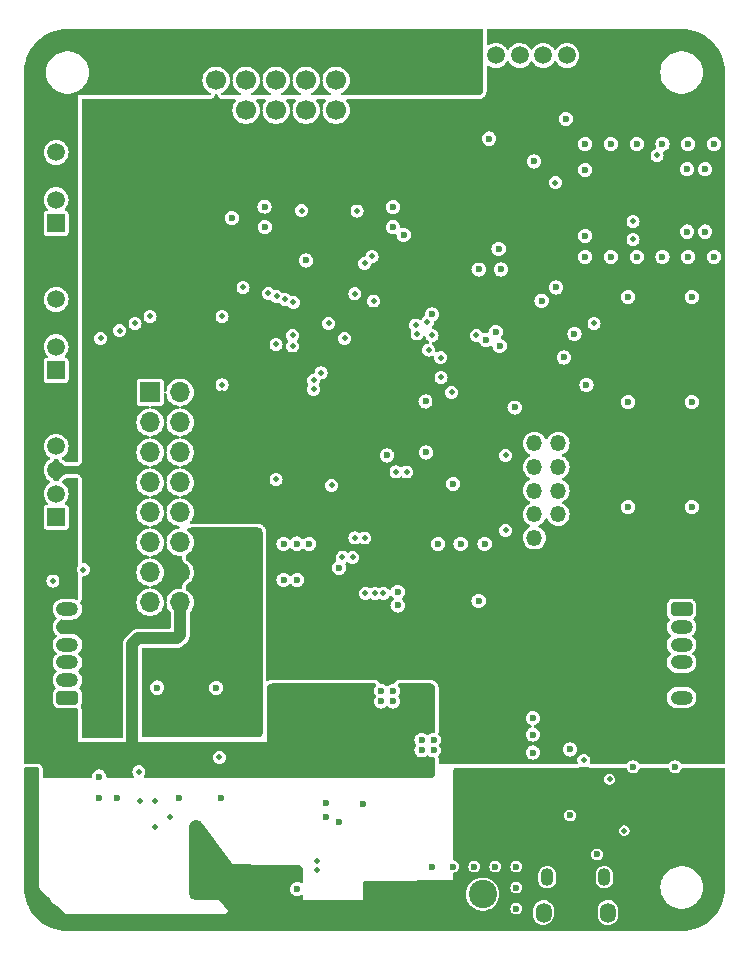
<source format=gbr>
%TF.GenerationSoftware,KiCad,Pcbnew,7.0.1*%
%TF.CreationDate,2023-10-06T11:10:41+02:00*%
%TF.ProjectId,Drv_board,4472765f-626f-4617-9264-2e6b69636164,rev?*%
%TF.SameCoordinates,Original*%
%TF.FileFunction,Copper,L3,Inr*%
%TF.FilePolarity,Positive*%
%FSLAX46Y46*%
G04 Gerber Fmt 4.6, Leading zero omitted, Abs format (unit mm)*
G04 Created by KiCad (PCBNEW 7.0.1) date 2023-10-06 11:10:41*
%MOMM*%
%LPD*%
G01*
G04 APERTURE LIST*
G04 Aperture macros list*
%AMRoundRect*
0 Rectangle with rounded corners*
0 $1 Rounding radius*
0 $2 $3 $4 $5 $6 $7 $8 $9 X,Y pos of 4 corners*
0 Add a 4 corners polygon primitive as box body*
4,1,4,$2,$3,$4,$5,$6,$7,$8,$9,$2,$3,0*
0 Add four circle primitives for the rounded corners*
1,1,$1+$1,$2,$3*
1,1,$1+$1,$4,$5*
1,1,$1+$1,$6,$7*
1,1,$1+$1,$8,$9*
0 Add four rect primitives between the rounded corners*
20,1,$1+$1,$2,$3,$4,$5,0*
20,1,$1+$1,$4,$5,$6,$7,0*
20,1,$1+$1,$6,$7,$8,$9,0*
20,1,$1+$1,$8,$9,$2,$3,0*%
G04 Aperture macros list end*
%TA.AperFunction,ComponentPad*%
%ADD10R,1.500000X1.500000*%
%TD*%
%TA.AperFunction,ComponentPad*%
%ADD11C,1.500000*%
%TD*%
%TA.AperFunction,ComponentPad*%
%ADD12R,1.350000X1.350000*%
%TD*%
%TA.AperFunction,ComponentPad*%
%ADD13O,1.350000X1.350000*%
%TD*%
%TA.AperFunction,ComponentPad*%
%ADD14O,1.350000X1.700000*%
%TD*%
%TA.AperFunction,ComponentPad*%
%ADD15O,1.100000X1.500000*%
%TD*%
%TA.AperFunction,ComponentPad*%
%ADD16RoundRect,0.250000X0.685000X-0.335000X0.685000X0.335000X-0.685000X0.335000X-0.685000X-0.335000X0*%
%TD*%
%TA.AperFunction,ComponentPad*%
%ADD17O,1.870000X1.170000*%
%TD*%
%TA.AperFunction,ComponentPad*%
%ADD18RoundRect,0.250000X0.600000X-0.600000X0.600000X0.600000X-0.600000X0.600000X-0.600000X-0.600000X0*%
%TD*%
%TA.AperFunction,ComponentPad*%
%ADD19C,1.700000*%
%TD*%
%TA.AperFunction,ComponentPad*%
%ADD20R,2.400000X2.400000*%
%TD*%
%TA.AperFunction,ComponentPad*%
%ADD21C,2.400000*%
%TD*%
%TA.AperFunction,ComponentPad*%
%ADD22R,1.700000X1.700000*%
%TD*%
%TA.AperFunction,ComponentPad*%
%ADD23O,1.700000X1.700000*%
%TD*%
%TA.AperFunction,ComponentPad*%
%ADD24RoundRect,0.250000X-0.685000X0.335000X-0.685000X-0.335000X0.685000X-0.335000X0.685000X0.335000X0*%
%TD*%
%TA.AperFunction,ViaPad*%
%ADD25C,0.600000*%
%TD*%
%TA.AperFunction,ViaPad*%
%ADD26C,0.500000*%
%TD*%
%TA.AperFunction,Conductor*%
%ADD27C,0.700000*%
%TD*%
%TA.AperFunction,Conductor*%
%ADD28C,1.000000*%
%TD*%
G04 APERTURE END LIST*
D10*
%TO.N,+5V*%
%TO.C,J5*%
X138294000Y-72560000D03*
D11*
%TO.N,SRF-05_TRIG*%
X140294000Y-72560000D03*
%TO.N,SRF-05_ECHO*%
X142294000Y-72560000D03*
%TO.N,SRF-05_IN*%
X144294000Y-72560000D03*
%TO.N,GND*%
X146294000Y-72560000D03*
%TD*%
D12*
%TO.N,+3.3V*%
%TO.C,J7*%
X145542000Y-113410000D03*
D13*
%TO.N,SWDIO*%
X143542000Y-113410000D03*
%TO.N,GND*%
X145542000Y-111410000D03*
%TO.N,SWCLK*%
X143542000Y-111410000D03*
%TO.N,GND*%
X145542000Y-109410000D03*
%TO.N,SWO*%
X143542000Y-109410000D03*
%TO.N,unconnected-(J7-Pin_7-Pad7)*%
X145542000Y-107410000D03*
%TO.N,unconnected-(J7-Pin_8-Pad8)*%
X143542000Y-107410000D03*
%TO.N,GND*%
X145542000Y-105410000D03*
%TO.N,NRST*%
X143542000Y-105410000D03*
%TD*%
D14*
%TO.N,unconnected-(J1-Shield-Pad6)*%
%TO.C,J1*%
X144311000Y-145133000D03*
D15*
X144621000Y-142133000D03*
X149461000Y-142133000D03*
D14*
X149771000Y-145133000D03*
%TD*%
D16*
%TO.N,A2*%
%TO.C,J8*%
X104000000Y-126940000D03*
D17*
%TO.N,GND*%
X104000000Y-125440000D03*
%TO.N,ENC_A_1*%
X104000000Y-123940000D03*
%TO.N,ENC_A_2*%
X104000000Y-122440000D03*
%TO.N,+3.3V*%
X104000000Y-120940000D03*
%TO.N,A1*%
X104000000Y-119440000D03*
%TD*%
D18*
%TO.N,+3.3V*%
%TO.C,J4*%
X116586000Y-77206500D03*
D19*
%TO.N,GND*%
X116586000Y-74666500D03*
%TO.N,QTR_CTRL*%
X119126000Y-77206500D03*
%TO.N,unconnected-(J4-Pin_4-Pad4)*%
X119126000Y-74666500D03*
%TO.N,QTR_4*%
X121666000Y-77206500D03*
%TO.N,QTR_5*%
X121666000Y-74666500D03*
%TO.N,QTR_2*%
X124206000Y-77206500D03*
%TO.N,QTR_3*%
X124206000Y-74666500D03*
%TO.N,QTR_0*%
X126746000Y-77206500D03*
%TO.N,QTR_1*%
X126746000Y-74666500D03*
%TD*%
D20*
%TO.N,+BATT*%
%TO.C,BT1*%
X135648200Y-143572000D03*
D21*
%TO.N,GND*%
X139148200Y-143572000D03*
%TD*%
D22*
%TO.N,EXT_USART_TX*%
%TO.C,J11*%
X110998000Y-101087000D03*
D23*
%TO.N,EXT_USART_RX*%
X113538000Y-101087000D03*
%TO.N,KEEP_ALIVE*%
X110998000Y-103627000D03*
%TO.N,Power_Btn*%
X113538000Y-103627000D03*
%TO.N,EXT_PC3*%
X110998000Y-106167000D03*
%TO.N,EXT_PC2*%
X113538000Y-106167000D03*
%TO.N,EXT_PA4*%
X110998000Y-108707000D03*
%TO.N,EXT_SPI_SCK*%
X113538000Y-108707000D03*
%TO.N,EXT_SPI_MISO*%
X110998000Y-111247000D03*
%TO.N,EXT_SPI_MOSI*%
X113538000Y-111247000D03*
%TO.N,I2C_SCL*%
X110998000Y-113787000D03*
%TO.N,I2C_SDA*%
X113538000Y-113787000D03*
%TO.N,GND*%
X110998000Y-116327000D03*
%TO.N,+3.3V*%
X113538000Y-116327000D03*
%TO.N,GND*%
X110998000Y-118867000D03*
%TO.N,+5V*%
X113538000Y-118867000D03*
%TD*%
D10*
%TO.N,GND*%
%TO.C,J2*%
X103040000Y-99212000D03*
D11*
%TO.N,WS_LED_1*%
X103040000Y-97212000D03*
%TO.N,+5V*%
X103040000Y-95212000D03*
%TO.N,GND*%
X103040000Y-93212000D03*
%TD*%
D10*
%TO.N,I2C_SDA*%
%TO.C,J6*%
X103047800Y-111664000D03*
D11*
%TO.N,I2C_SCL*%
X103047800Y-109664000D03*
%TO.N,+3.3V*%
X103047800Y-107664000D03*
%TO.N,GND*%
X103047800Y-105664000D03*
%TD*%
D24*
%TO.N,B2*%
%TO.C,J9*%
X156000000Y-119440000D03*
D17*
%TO.N,GND*%
X156000000Y-120940000D03*
%TO.N,ENC_B_1*%
X156000000Y-122440000D03*
%TO.N,ENC_B_2*%
X156000000Y-123940000D03*
%TO.N,+3.3V*%
X156000000Y-125440000D03*
%TO.N,B1*%
X156000000Y-126940000D03*
%TD*%
D10*
%TO.N,GND*%
%TO.C,J3*%
X103040000Y-86766000D03*
D11*
%TO.N,WS_LED_0*%
X103040000Y-84766000D03*
%TO.N,+5V*%
X103040000Y-82766000D03*
%TO.N,GND*%
X103040000Y-80766000D03*
%TD*%
D25*
%TO.N,+BATT*%
X115074200Y-139206000D03*
D26*
X101092000Y-133096000D03*
D25*
X152666200Y-144286000D03*
X152666200Y-140222000D03*
X155194000Y-137160000D03*
X148602200Y-136158000D03*
X156730200Y-140222000D03*
%TO.N,GND*%
X116979200Y-135396000D03*
X124206000Y-89916000D03*
X156464000Y-82194400D03*
X148844000Y-140208000D03*
X134886200Y-141238000D03*
X151485600Y-101904800D03*
X158750000Y-89611200D03*
X141998200Y-144794000D03*
X143395200Y-131586000D03*
X146558000Y-131318000D03*
X147828000Y-89611200D03*
X141998200Y-143016000D03*
X139700000Y-79603600D03*
X131572000Y-85394800D03*
X143395200Y-128665000D03*
X158750000Y-80060800D03*
X151485600Y-92989400D03*
D26*
X129235200Y-118110000D03*
D25*
X146202400Y-77927200D03*
X150012400Y-89611200D03*
X141998200Y-141238000D03*
D26*
X110121200Y-135650000D03*
D25*
X122301000Y-113919000D03*
X151485600Y-110794800D03*
X156565600Y-89611200D03*
X111607600Y-126085600D03*
D26*
X118872000Y-92202000D03*
D25*
X134366000Y-106172000D03*
D26*
X130759200Y-118110000D03*
D25*
X132461000Y-87757000D03*
X140505534Y-88930474D03*
X125869200Y-135878600D03*
X144145000Y-93322000D03*
X156565600Y-80060800D03*
X120691467Y-85357340D03*
X106692200Y-135396000D03*
X139446000Y-96647000D03*
X155448000Y-132842000D03*
D26*
X111391200Y-135650000D03*
D25*
X143395200Y-130062000D03*
X123456200Y-143143000D03*
X147828000Y-82245200D03*
X127014500Y-115951000D03*
X117906800Y-86319500D03*
X151892000Y-132842000D03*
X156870400Y-93014800D03*
X138442200Y-141238000D03*
X139319000Y-113919000D03*
X131953000Y-119126000D03*
X138811000Y-90678000D03*
X122301000Y-116967000D03*
X147828000Y-80060800D03*
X113423200Y-135396000D03*
D26*
X123825000Y-85705250D03*
D25*
X147828000Y-87833200D03*
X135382000Y-113919000D03*
X157988000Y-82194400D03*
D26*
X102768400Y-117068600D03*
D25*
X157988000Y-87477600D03*
X147943000Y-100457000D03*
X146927000Y-96139000D03*
D26*
X128524000Y-85738200D03*
D25*
X146032841Y-98135398D03*
X124460000Y-113919000D03*
D26*
X117094000Y-100457000D03*
D25*
X140258800Y-95961200D03*
X123444000Y-116967000D03*
X131064000Y-106426000D03*
X140690600Y-90680400D03*
X131559000Y-87109000D03*
X152196800Y-80060800D03*
X140589000Y-97155000D03*
X154381200Y-89611200D03*
X156464000Y-87477600D03*
X131953000Y-117983000D03*
X106692200Y-133618000D03*
X156870400Y-110794800D03*
X154381200Y-80060800D03*
X134874000Y-94488000D03*
X123418600Y-113893600D03*
X138811000Y-118745000D03*
X136664200Y-141238000D03*
X120700800Y-87084200D03*
D26*
X151892000Y-86614000D03*
D25*
X146558000Y-136906000D03*
D26*
X130048000Y-118110000D03*
D25*
X116586000Y-126111000D03*
X150012400Y-80060800D03*
X156870400Y-101904800D03*
D26*
X145313233Y-83337233D03*
D25*
X129044200Y-135904000D03*
D26*
X151892000Y-88138000D03*
D25*
X145364200Y-92204400D03*
X127012200Y-137428000D03*
X136652000Y-108824500D03*
X152196800Y-89611200D03*
X108216200Y-135396000D03*
X137287000Y-113919000D03*
D26*
X153924000Y-81026000D03*
D25*
X134328497Y-101854000D03*
X143510000Y-81534000D03*
X141859000Y-102362000D03*
X125869200Y-137047000D03*
X140220200Y-141238000D03*
%TO.N,+3.3V*%
X143383000Y-118745000D03*
X146939000Y-103124000D03*
X140208000Y-105664000D03*
X131064000Y-104902000D03*
X139839200Y-127903000D03*
X135763000Y-79502000D03*
X131572000Y-83820000D03*
X134366000Y-87757000D03*
X137807200Y-127903000D03*
D26*
X116899500Y-93726000D03*
D25*
X139839200Y-126887000D03*
X134366000Y-91313000D03*
X138823200Y-127903000D03*
X141782800Y-79603600D03*
D26*
X117094000Y-101156500D03*
D25*
X138823200Y-126887000D03*
X135128000Y-101854000D03*
X141782800Y-78790800D03*
X120700800Y-83782200D03*
X143256000Y-94742000D03*
X146558000Y-81788000D03*
X148654000Y-108585000D03*
X136906000Y-105664000D03*
X129133600Y-88798400D03*
X137807200Y-126887000D03*
X138684000Y-88265000D03*
D26*
%TO.N,NRST*%
X129921000Y-93345000D03*
D25*
%TO.N,5V_Conv*%
X133985000Y-131394200D03*
X133985000Y-130505200D03*
X135001000Y-131394200D03*
X135001000Y-130505200D03*
%TO.N,+6V*%
X112776000Y-128905000D03*
X118973600Y-113919000D03*
X117856000Y-112928400D03*
X111760000Y-128905000D03*
X120015000Y-112928400D03*
X117856000Y-113944400D03*
X120015000Y-113944400D03*
X113792000Y-129921000D03*
X113792000Y-128905000D03*
X118973600Y-112928400D03*
X112776000Y-129921000D03*
X111760000Y-129921000D03*
%TO.N,5V_Stab*%
X131572000Y-127254000D03*
X130556000Y-126365000D03*
X130556000Y-127254000D03*
X131572000Y-126365000D03*
D26*
%TO.N,Net-(IC1-SS)*%
X116852200Y-131992400D03*
X112661200Y-137047000D03*
%TO.N,Power_Btn*%
X125476000Y-99441000D03*
X126365000Y-108966000D03*
X147718200Y-132242500D03*
%TO.N,EN*%
X125158000Y-140755400D03*
X110045000Y-133211600D03*
X125158000Y-141517400D03*
%TO.N,Net-(IC1-FREQ)*%
X111442000Y-137910600D03*
%TO.N,DRV_MODE*%
X129159000Y-90170000D03*
X129159000Y-113411000D03*
%TO.N,DRV_NSLEEP*%
X128333500Y-92745500D03*
X128346200Y-113411000D03*
D25*
%TO.N,+5V*%
X132715000Y-126365000D03*
X133731000Y-127254000D03*
X133731000Y-126365000D03*
X132715000Y-127254000D03*
D26*
%TO.N,SRF-05_TRIG*%
X123063000Y-96266000D03*
%TO.N,SRF-05_ECHO*%
X123063000Y-97155000D03*
%TO.N,SRF-05_IN*%
X127473000Y-96520000D03*
%TO.N,I2C_SDA*%
X127274589Y-115041411D03*
X131826000Y-107823000D03*
%TO.N,I2C_SCL*%
X128143000Y-115062000D03*
X132715000Y-107823000D03*
%TO.N,WS_LED_1*%
X123127433Y-93472000D03*
%TO.N,SWCLK*%
X136525000Y-101092000D03*
%TO.N,SWO*%
X134594767Y-97510767D03*
%TO.N,WS_LED_0*%
X122428000Y-93218000D03*
X106807000Y-96520000D03*
%TO.N,ENC_A_1*%
X124841000Y-100838000D03*
%TO.N,ENC_A_2*%
X124841000Y-100076000D03*
%TO.N,ENC_B_1*%
X133604000Y-96139000D03*
%TO.N,ENC_B_2*%
X133477000Y-95377000D03*
%TO.N,LATCH_POWERUP*%
X149902200Y-133842000D03*
%TO.N,BOOT0*%
X141097000Y-106426000D03*
X134472672Y-95138000D03*
%TO.N,Net-(SW1-B)*%
X141097000Y-112776000D03*
%TO.N,BATT_ADC_0*%
X105359200Y-116103400D03*
X121666000Y-97028000D03*
%TO.N,KEEP_ALIVE*%
X126111000Y-95250000D03*
X151142200Y-138190000D03*
X121666000Y-108458000D03*
%TO.N,Net-(U2-PC15)*%
X129794000Y-89570000D03*
X148590000Y-95250000D03*
%TO.N,EXT_USART_TX*%
X108423000Y-95850000D03*
X121716800Y-92964000D03*
%TO.N,EXT_USART_RX*%
X121017297Y-92710000D03*
X109728000Y-95250500D03*
%TO.N,NRF_SCK*%
X135607819Y-98147319D03*
X135636000Y-99824500D03*
%TO.N,MPU-6050_IRQ*%
X134874000Y-96266000D03*
X138633500Y-96266000D03*
%TO.N,EXT_PA4*%
X110998000Y-94650500D03*
X117094000Y-94650500D03*
%TD*%
D27*
%TO.N,+3.3V*%
X103047800Y-107664000D02*
X105886000Y-107664000D01*
X105886000Y-107664000D02*
X105918000Y-107696000D01*
D28*
%TO.N,+5V*%
X113284000Y-121920000D02*
X109982000Y-121920000D01*
X109982000Y-121920000D02*
X109474000Y-122428000D01*
X113538000Y-121666000D02*
X113284000Y-121920000D01*
X109474000Y-122428000D02*
X109474000Y-131064000D01*
X113538000Y-118867000D02*
X113538000Y-121666000D01*
%TD*%
%TA.AperFunction,Conductor*%
%TO.N,+BATT*%
G36*
X115033132Y-137328248D02*
G01*
X115153190Y-137347336D01*
X115197676Y-137361850D01*
X115295277Y-137411801D01*
X115333067Y-137439395D01*
X115418769Y-137525610D01*
X115433952Y-137543506D01*
X117820911Y-140853722D01*
X117969800Y-141060200D01*
X118224348Y-141061277D01*
X118224349Y-141061278D01*
X118224350Y-141061278D01*
X118224353Y-141061279D01*
X120905324Y-141072638D01*
X123458750Y-141083457D01*
X123478067Y-141084799D01*
X123577772Y-141098283D01*
X123615104Y-141108399D01*
X123698930Y-141143328D01*
X123732405Y-141162718D01*
X123804407Y-141218046D01*
X123831762Y-141245399D01*
X123887097Y-141317403D01*
X123906487Y-141350876D01*
X123941416Y-141434689D01*
X123951537Y-141472029D01*
X123965025Y-141571723D01*
X123966369Y-141591061D01*
X123970194Y-142482293D01*
X123952827Y-142552747D01*
X123904241Y-142606643D01*
X123835959Y-142631199D01*
X123764175Y-142620590D01*
X123612961Y-142557955D01*
X123456200Y-142537317D01*
X123299439Y-142557955D01*
X123153358Y-142618464D01*
X123027918Y-142714718D01*
X122931664Y-142840158D01*
X122871155Y-142986239D01*
X122850517Y-143142999D01*
X122871155Y-143299760D01*
X122871156Y-143299762D01*
X122931664Y-143445841D01*
X123027918Y-143571282D01*
X123153359Y-143667536D01*
X123299438Y-143728044D01*
X123456200Y-143748682D01*
X123612962Y-143728044D01*
X123759041Y-143667536D01*
X123783437Y-143648816D01*
X123844950Y-143620914D01*
X123912470Y-143623042D01*
X123972110Y-143654765D01*
X123975244Y-143659112D01*
X123976844Y-144032000D01*
X121932200Y-144032000D01*
X121932200Y-146703268D01*
X119594515Y-146704364D01*
X117983000Y-144780000D01*
X117654113Y-145043108D01*
X116852200Y-144032000D01*
X116610588Y-144032000D01*
X114821963Y-144032000D01*
X114802516Y-144030725D01*
X114769435Y-144026370D01*
X114702238Y-144017523D01*
X114664667Y-144007456D01*
X114580322Y-143972519D01*
X114546637Y-143953071D01*
X114474205Y-143897491D01*
X114446708Y-143869994D01*
X114391127Y-143797560D01*
X114371680Y-143763877D01*
X114365386Y-143748682D01*
X114336742Y-143679529D01*
X114326676Y-143641960D01*
X114324185Y-143623042D01*
X114313474Y-143541684D01*
X114312200Y-143522237D01*
X114312200Y-137820729D01*
X114314034Y-137797421D01*
X114332128Y-137683176D01*
X114346532Y-137638843D01*
X114393656Y-137546357D01*
X114421052Y-137508650D01*
X114494450Y-137435252D01*
X114532157Y-137407856D01*
X114624643Y-137360732D01*
X114668973Y-137346328D01*
X114764139Y-137331256D01*
X114783221Y-137328234D01*
X114806529Y-137326400D01*
X115009736Y-137326400D01*
X115033132Y-137328248D01*
G37*
%TD.AperFunction*%
%TD*%
%TA.AperFunction,Conductor*%
%TO.N,+BATT*%
G36*
X137299200Y-146696061D02*
G01*
X131200403Y-146698922D01*
X121932200Y-146703269D01*
X121932200Y-144032000D01*
X129044200Y-144032000D01*
X129044200Y-142606161D01*
X129048392Y-142574193D01*
X129056817Y-142542618D01*
X129088672Y-142487177D01*
X129099848Y-142475932D01*
X129155086Y-142443737D01*
X129186614Y-142435115D01*
X129218549Y-142430726D01*
X130420197Y-142423331D01*
X130759816Y-142421241D01*
X136353846Y-142386818D01*
X136353848Y-142386817D01*
X137299200Y-142381000D01*
X137299200Y-146696061D01*
G37*
%TD.AperFunction*%
%TD*%
%TA.AperFunction,Conductor*%
%TO.N,+3.3V*%
G36*
X156003032Y-70300648D02*
G01*
X156356532Y-70318015D01*
X156368640Y-70319208D01*
X156477576Y-70335367D01*
X156715717Y-70370692D01*
X156727635Y-70373062D01*
X157068008Y-70458321D01*
X157079646Y-70461852D01*
X157409996Y-70580054D01*
X157421237Y-70584710D01*
X157646857Y-70691419D01*
X157738433Y-70734731D01*
X157749150Y-70740459D01*
X158050102Y-70920843D01*
X158060220Y-70927603D01*
X158342049Y-71136622D01*
X158351455Y-71144342D01*
X158611436Y-71379974D01*
X158620025Y-71388563D01*
X158725029Y-71504417D01*
X158855657Y-71648544D01*
X158863377Y-71657950D01*
X159072396Y-71939779D01*
X159079156Y-71949897D01*
X159252869Y-72239720D01*
X159259533Y-72250837D01*
X159265270Y-72261570D01*
X159415289Y-72578762D01*
X159419945Y-72590003D01*
X159538147Y-72920353D01*
X159541680Y-72931998D01*
X159626934Y-73272351D01*
X159629308Y-73284287D01*
X159680791Y-73631359D01*
X159681984Y-73643468D01*
X159699351Y-73996964D01*
X159699500Y-74003049D01*
X159699500Y-132464000D01*
X159682887Y-132526000D01*
X159637500Y-132571387D01*
X159575500Y-132588000D01*
X156071163Y-132588000D01*
X156016319Y-132575212D01*
X155972787Y-132539486D01*
X155876282Y-132413717D01*
X155750840Y-132317463D01*
X155604762Y-132256956D01*
X155448000Y-132236317D01*
X155291237Y-132256956D01*
X155145159Y-132317463D01*
X155019717Y-132413717D01*
X154923213Y-132539486D01*
X154879681Y-132575212D01*
X154824837Y-132588000D01*
X152515163Y-132588000D01*
X152460319Y-132575212D01*
X152416787Y-132539486D01*
X152320282Y-132413717D01*
X152194840Y-132317463D01*
X152048762Y-132256956D01*
X151892000Y-132236317D01*
X151735237Y-132256956D01*
X151589159Y-132317463D01*
X151463717Y-132413717D01*
X151367213Y-132539486D01*
X151323681Y-132575212D01*
X151268837Y-132588000D01*
X148356524Y-132588000D01*
X148298071Y-132573358D01*
X148253422Y-132532891D01*
X148233121Y-132476154D01*
X148241962Y-132416549D01*
X148254530Y-132386209D01*
X148273450Y-132242500D01*
X148254530Y-132098791D01*
X148202195Y-131972442D01*
X148199062Y-131964877D01*
X148199061Y-131964876D01*
X148199061Y-131964875D01*
X148110821Y-131849879D01*
X147995825Y-131761639D01*
X147995824Y-131761638D01*
X147995822Y-131761637D01*
X147861909Y-131706170D01*
X147718200Y-131687249D01*
X147574490Y-131706170D01*
X147440577Y-131761637D01*
X147325579Y-131849879D01*
X147237337Y-131964877D01*
X147181870Y-132098790D01*
X147162949Y-132242499D01*
X147172819Y-132317463D01*
X147181870Y-132386209D01*
X147194437Y-132416549D01*
X147203279Y-132476154D01*
X147182978Y-132532891D01*
X147138329Y-132573358D01*
X147079876Y-132588000D01*
X135557500Y-132588000D01*
X135495500Y-132571387D01*
X135450113Y-132526000D01*
X135433500Y-132464000D01*
X135433500Y-132124554D01*
X135421295Y-132039069D01*
X135401875Y-131972443D01*
X135399144Y-131966414D01*
X135388121Y-131912527D01*
X135401489Y-131859174D01*
X135420474Y-131836301D01*
X135419344Y-131835434D01*
X135490453Y-131742762D01*
X135525536Y-131697041D01*
X135571531Y-131586000D01*
X142789517Y-131586000D01*
X142810156Y-131742762D01*
X142870663Y-131888840D01*
X142966917Y-132014282D01*
X143092359Y-132110536D01*
X143238438Y-132171044D01*
X143395200Y-132191682D01*
X143551962Y-132171044D01*
X143698041Y-132110536D01*
X143823482Y-132014282D01*
X143919736Y-131888841D01*
X143980244Y-131742762D01*
X144000882Y-131586000D01*
X143980244Y-131429238D01*
X143934168Y-131318000D01*
X145952317Y-131318000D01*
X145972956Y-131474762D01*
X146033463Y-131620840D01*
X146129717Y-131746282D01*
X146229024Y-131822482D01*
X146255159Y-131842536D01*
X146401238Y-131903044D01*
X146537360Y-131920964D01*
X146557999Y-131923682D01*
X146557999Y-131923681D01*
X146558000Y-131923682D01*
X146714762Y-131903044D01*
X146860841Y-131842536D01*
X146986282Y-131746282D01*
X147082536Y-131620841D01*
X147143044Y-131474762D01*
X147163682Y-131318000D01*
X147143044Y-131161238D01*
X147082536Y-131015159D01*
X147032308Y-130949700D01*
X146986282Y-130889717D01*
X146860840Y-130793463D01*
X146714762Y-130732956D01*
X146558000Y-130712317D01*
X146401237Y-130732956D01*
X146255159Y-130793463D01*
X146129717Y-130889717D01*
X146033463Y-131015159D01*
X145972956Y-131161237D01*
X145952317Y-131318000D01*
X143934168Y-131318000D01*
X143919736Y-131283159D01*
X143884653Y-131237438D01*
X143823482Y-131157717D01*
X143698040Y-131061463D01*
X143551962Y-131000956D01*
X143395200Y-130980317D01*
X143238437Y-131000956D01*
X143092359Y-131061463D01*
X142966917Y-131157717D01*
X142870663Y-131283159D01*
X142810156Y-131429237D01*
X142789517Y-131586000D01*
X135571531Y-131586000D01*
X135586044Y-131550962D01*
X135606682Y-131394200D01*
X135586044Y-131237438D01*
X135525536Y-131091359D01*
X135474760Y-131025186D01*
X135452075Y-130976539D01*
X135452075Y-130922861D01*
X135474760Y-130874214D01*
X135509000Y-130829591D01*
X135525536Y-130808041D01*
X135586044Y-130661962D01*
X135606682Y-130505200D01*
X135586044Y-130348438D01*
X135525536Y-130202359D01*
X135429282Y-130076918D01*
X135419344Y-130063966D01*
X135420474Y-130063098D01*
X135419563Y-130062000D01*
X142789517Y-130062000D01*
X142810156Y-130218762D01*
X142870663Y-130364840D01*
X142966917Y-130490282D01*
X143092358Y-130586535D01*
X143092359Y-130586536D01*
X143238438Y-130647044D01*
X143395200Y-130667682D01*
X143551962Y-130647044D01*
X143698041Y-130586536D01*
X143823482Y-130490282D01*
X143919736Y-130364841D01*
X143980244Y-130218762D01*
X144000882Y-130062000D01*
X143980244Y-129905238D01*
X143919736Y-129759159D01*
X143919735Y-129759158D01*
X143823482Y-129633717D01*
X143698041Y-129537464D01*
X143554628Y-129478060D01*
X143507790Y-129444030D01*
X143481507Y-129392446D01*
X143481507Y-129334551D01*
X143507791Y-129282967D01*
X143554621Y-129248942D01*
X143698041Y-129189536D01*
X143823482Y-129093282D01*
X143919736Y-128967841D01*
X143980244Y-128821762D01*
X144000882Y-128665000D01*
X143980244Y-128508238D01*
X143919736Y-128362159D01*
X143823482Y-128236717D01*
X143698040Y-128140463D01*
X143551962Y-128079956D01*
X143395200Y-128059317D01*
X143238437Y-128079956D01*
X143092359Y-128140463D01*
X142966917Y-128236717D01*
X142870663Y-128362159D01*
X142810156Y-128508237D01*
X142789517Y-128664999D01*
X142810156Y-128821762D01*
X142870663Y-128967840D01*
X142966917Y-129093282D01*
X143092356Y-129189534D01*
X143092359Y-129189536D01*
X143235772Y-129248940D01*
X143282608Y-129282967D01*
X143308892Y-129334551D01*
X143308892Y-129392446D01*
X143282609Y-129444030D01*
X143235771Y-129478060D01*
X143092358Y-129537463D01*
X142966917Y-129633717D01*
X142870663Y-129759159D01*
X142810156Y-129905237D01*
X142789517Y-130062000D01*
X135419563Y-130062000D01*
X135401484Y-130040216D01*
X135388120Y-129986865D01*
X135399144Y-129932984D01*
X135401875Y-129926958D01*
X135421295Y-129860332D01*
X135433500Y-129774843D01*
X135433500Y-127033072D01*
X154764500Y-127033072D01*
X154803198Y-127215139D01*
X154878909Y-127385188D01*
X154988320Y-127535780D01*
X155126648Y-127660331D01*
X155287850Y-127753401D01*
X155373054Y-127781085D01*
X155464880Y-127810921D01*
X155603589Y-127825500D01*
X156396408Y-127825500D01*
X156396411Y-127825500D01*
X156535120Y-127810921D01*
X156712149Y-127753401D01*
X156873351Y-127660331D01*
X156998838Y-127547342D01*
X157011679Y-127535780D01*
X157011680Y-127535779D01*
X157121090Y-127385189D01*
X157196800Y-127215142D01*
X157235500Y-127033070D01*
X157235500Y-126846930D01*
X157235500Y-126846928D01*
X157196801Y-126664860D01*
X157121090Y-126494811D01*
X157011679Y-126344219D01*
X156873351Y-126219668D01*
X156712149Y-126126598D01*
X156535121Y-126069079D01*
X156500442Y-126065434D01*
X156396411Y-126054500D01*
X155603589Y-126054500D01*
X155520363Y-126063247D01*
X155464878Y-126069079D01*
X155287850Y-126126598D01*
X155126648Y-126219668D01*
X154988320Y-126344219D01*
X154878909Y-126494811D01*
X154803198Y-126664860D01*
X154764500Y-126846928D01*
X154764500Y-127033072D01*
X135433500Y-127033072D01*
X135433500Y-126139756D01*
X135432558Y-126115781D01*
X135431031Y-126096383D01*
X135428212Y-126072567D01*
X135413234Y-125978001D01*
X135402044Y-125931391D01*
X135390056Y-125894494D01*
X135386202Y-125885189D01*
X135371712Y-125850206D01*
X135366748Y-125840463D01*
X135332724Y-125773688D01*
X135307674Y-125732811D01*
X135307671Y-125732806D01*
X135284871Y-125701427D01*
X135284870Y-125701425D01*
X135253739Y-125664976D01*
X135253734Y-125664970D01*
X135193025Y-125604261D01*
X135156580Y-125573133D01*
X135140885Y-125561729D01*
X135125193Y-125550328D01*
X135097035Y-125533072D01*
X135084307Y-125525272D01*
X135007799Y-125486290D01*
X135007798Y-125486289D01*
X135007795Y-125486288D01*
X134963500Y-125467941D01*
X134926605Y-125455954D01*
X134926602Y-125455953D01*
X134880000Y-125444765D01*
X134805778Y-125433010D01*
X134785429Y-125429788D01*
X134785423Y-125429787D01*
X134785415Y-125429786D01*
X134761614Y-125426968D01*
X134742214Y-125425441D01*
X134718256Y-125424500D01*
X134718244Y-125424500D01*
X132093109Y-125424500D01*
X132030193Y-125433307D01*
X132009220Y-125436243D01*
X131943741Y-125454942D01*
X131866301Y-125489269D01*
X131801270Y-125543534D01*
X131755537Y-125593993D01*
X131707901Y-125664038D01*
X131704259Y-125675062D01*
X131674676Y-125723363D01*
X131626700Y-125753469D01*
X131584110Y-125757723D01*
X131415237Y-125779956D01*
X131269158Y-125840463D01*
X131139485Y-125939964D01*
X131090837Y-125962649D01*
X131037160Y-125962649D01*
X130988513Y-125939964D01*
X130858840Y-125840463D01*
X130712762Y-125779956D01*
X130543888Y-125757723D01*
X130501297Y-125753468D01*
X130453320Y-125723360D01*
X130423738Y-125675058D01*
X130420097Y-125664036D01*
X130372463Y-125593994D01*
X130353549Y-125573126D01*
X130326729Y-125543534D01*
X130261698Y-125489269D01*
X130213590Y-125467944D01*
X130184259Y-125454942D01*
X130118779Y-125436243D01*
X130034891Y-125424500D01*
X121313756Y-125424500D01*
X121313744Y-125424500D01*
X121289809Y-125425440D01*
X121270411Y-125426966D01*
X121246574Y-125429786D01*
X121152004Y-125444764D01*
X121105381Y-125455956D01*
X121068487Y-125467944D01*
X121024199Y-125486289D01*
X121008794Y-125494139D01*
X120947631Y-125507558D01*
X120887710Y-125489381D01*
X120844310Y-125444243D01*
X120828500Y-125383654D01*
X120828500Y-124033072D01*
X154764500Y-124033072D01*
X154803198Y-124215139D01*
X154878909Y-124385188D01*
X154988320Y-124535780D01*
X155126648Y-124660331D01*
X155287850Y-124753401D01*
X155373054Y-124781085D01*
X155464880Y-124810921D01*
X155603589Y-124825500D01*
X156396408Y-124825500D01*
X156396411Y-124825500D01*
X156535120Y-124810921D01*
X156712149Y-124753401D01*
X156873351Y-124660331D01*
X157011680Y-124535779D01*
X157121090Y-124385189D01*
X157196800Y-124215142D01*
X157235500Y-124033070D01*
X157235500Y-123846930D01*
X157235500Y-123846928D01*
X157196801Y-123664860D01*
X157121090Y-123494811D01*
X157011679Y-123344220D01*
X156942743Y-123282150D01*
X156906519Y-123224179D01*
X156906519Y-123155821D01*
X156942743Y-123097850D01*
X157011680Y-123035779D01*
X157121090Y-122885189D01*
X157196800Y-122715142D01*
X157235500Y-122533070D01*
X157235500Y-122346930D01*
X157222715Y-122286780D01*
X157196801Y-122164860D01*
X157121090Y-121994811D01*
X157094455Y-121958151D01*
X157011680Y-121844221D01*
X156942742Y-121782149D01*
X156906519Y-121724179D01*
X156906519Y-121655821D01*
X156942743Y-121597850D01*
X157011680Y-121535779D01*
X157121090Y-121385189D01*
X157196800Y-121215142D01*
X157201249Y-121194211D01*
X157235500Y-121033072D01*
X157235500Y-120846928D01*
X157196801Y-120664860D01*
X157121089Y-120494808D01*
X157024032Y-120361221D01*
X157001121Y-120302139D01*
X157010392Y-120239452D01*
X157049426Y-120189531D01*
X157077923Y-120167921D01*
X157090490Y-120151347D01*
X157169361Y-120047342D01*
X157224877Y-119906564D01*
X157235500Y-119818102D01*
X157235500Y-119061898D01*
X157224877Y-118973436D01*
X157224876Y-118973434D01*
X157224876Y-118973432D01*
X157174166Y-118844843D01*
X157169361Y-118832658D01*
X157096201Y-118736182D01*
X157077922Y-118712077D01*
X156998416Y-118651786D01*
X156957342Y-118620639D01*
X156957340Y-118620638D01*
X156816567Y-118565123D01*
X156772333Y-118559811D01*
X156728102Y-118554500D01*
X155271898Y-118554500D01*
X155233985Y-118559052D01*
X155183432Y-118565123D01*
X155042659Y-118620638D01*
X154922077Y-118712077D01*
X154830638Y-118832659D01*
X154775123Y-118973432D01*
X154764500Y-119061901D01*
X154764500Y-119818099D01*
X154775123Y-119906567D01*
X154830638Y-120047340D01*
X154830639Y-120047342D01*
X154861786Y-120088416D01*
X154922077Y-120167922D01*
X154950574Y-120189532D01*
X154989607Y-120239452D01*
X154998878Y-120302139D01*
X154975967Y-120361221D01*
X154878910Y-120494808D01*
X154803198Y-120664860D01*
X154764500Y-120846928D01*
X154764500Y-121033072D01*
X154803198Y-121215139D01*
X154878909Y-121385188D01*
X154988320Y-121535780D01*
X155057256Y-121597850D01*
X155093480Y-121655821D01*
X155093480Y-121724179D01*
X155057256Y-121782150D01*
X154988320Y-121844219D01*
X154878909Y-121994811D01*
X154803198Y-122164860D01*
X154764500Y-122346928D01*
X154764500Y-122533072D01*
X154803198Y-122715139D01*
X154878909Y-122885188D01*
X154988320Y-123035780D01*
X155057256Y-123097850D01*
X155093480Y-123155821D01*
X155093480Y-123224179D01*
X155057256Y-123282150D01*
X154988320Y-123344219D01*
X154878909Y-123494811D01*
X154803198Y-123664860D01*
X154764500Y-123846928D01*
X154764500Y-124033072D01*
X120828500Y-124033072D01*
X120828500Y-118110000D01*
X128679949Y-118110000D01*
X128698870Y-118253709D01*
X128754337Y-118387622D01*
X128754338Y-118387624D01*
X128754339Y-118387625D01*
X128842579Y-118502621D01*
X128957575Y-118590861D01*
X129091491Y-118646330D01*
X129235200Y-118665250D01*
X129378909Y-118646330D01*
X129512825Y-118590861D01*
X129566116Y-118549969D01*
X129614761Y-118527285D01*
X129668439Y-118527285D01*
X129717083Y-118549969D01*
X129770375Y-118590861D01*
X129904291Y-118646330D01*
X130048000Y-118665250D01*
X130191709Y-118646330D01*
X130325625Y-118590861D01*
X130328110Y-118588953D01*
X130376761Y-118566266D01*
X130430439Y-118566266D01*
X130479089Y-118588953D01*
X130481575Y-118590861D01*
X130615491Y-118646330D01*
X130759200Y-118665250D01*
X130902909Y-118646330D01*
X131036825Y-118590861D01*
X131151821Y-118502621D01*
X131240061Y-118387625D01*
X131251299Y-118360492D01*
X131290370Y-118309572D01*
X131349672Y-118285007D01*
X131413311Y-118293384D01*
X131464235Y-118332459D01*
X131506565Y-118387625D01*
X131524719Y-118411283D01*
X131583157Y-118456124D01*
X131618883Y-118499656D01*
X131631671Y-118554500D01*
X131618883Y-118609344D01*
X131583157Y-118652876D01*
X131524717Y-118697717D01*
X131428463Y-118823159D01*
X131367956Y-118969237D01*
X131347317Y-119126000D01*
X131367956Y-119282762D01*
X131428463Y-119428840D01*
X131524717Y-119554282D01*
X131643472Y-119645405D01*
X131650159Y-119650536D01*
X131796238Y-119711044D01*
X131953000Y-119731682D01*
X132109762Y-119711044D01*
X132255841Y-119650536D01*
X132381282Y-119554282D01*
X132477536Y-119428841D01*
X132538044Y-119282762D01*
X132558682Y-119126000D01*
X132538044Y-118969238D01*
X132477536Y-118823159D01*
X132417562Y-118744999D01*
X138205317Y-118744999D01*
X138225956Y-118901762D01*
X138286463Y-119047840D01*
X138382717Y-119173282D01*
X138508159Y-119269536D01*
X138654238Y-119330044D01*
X138811000Y-119350682D01*
X138967762Y-119330044D01*
X139113841Y-119269536D01*
X139239282Y-119173282D01*
X139335536Y-119047841D01*
X139396044Y-118901762D01*
X139416682Y-118745000D01*
X139396044Y-118588238D01*
X139335536Y-118442159D01*
X139293691Y-118387625D01*
X139239282Y-118316717D01*
X139113840Y-118220463D01*
X138967762Y-118159956D01*
X138811000Y-118139317D01*
X138654237Y-118159956D01*
X138508159Y-118220463D01*
X138382717Y-118316717D01*
X138286463Y-118442159D01*
X138225956Y-118588237D01*
X138205317Y-118744999D01*
X132417562Y-118744999D01*
X132410799Y-118736185D01*
X132381282Y-118697717D01*
X132322843Y-118652876D01*
X132287117Y-118609344D01*
X132274329Y-118554500D01*
X132287117Y-118499656D01*
X132322843Y-118456124D01*
X132381282Y-118411282D01*
X132381281Y-118411282D01*
X132477536Y-118285841D01*
X132538044Y-118139762D01*
X132558682Y-117983000D01*
X132538044Y-117826238D01*
X132477536Y-117680159D01*
X132439853Y-117631049D01*
X132381282Y-117554717D01*
X132255840Y-117458463D01*
X132109762Y-117397956D01*
X131953000Y-117377317D01*
X131796237Y-117397956D01*
X131650159Y-117458463D01*
X131524717Y-117554717D01*
X131428463Y-117680158D01*
X131403659Y-117740042D01*
X131364584Y-117790965D01*
X131305283Y-117815528D01*
X131241645Y-117807150D01*
X131190722Y-117768076D01*
X131151821Y-117717379D01*
X131036825Y-117629139D01*
X131036824Y-117629138D01*
X131036822Y-117629137D01*
X130902909Y-117573670D01*
X130759200Y-117554749D01*
X130615490Y-117573670D01*
X130481572Y-117629139D01*
X130479084Y-117631049D01*
X130430438Y-117653733D01*
X130376762Y-117653733D01*
X130328116Y-117631049D01*
X130325627Y-117629139D01*
X130191709Y-117573670D01*
X130048000Y-117554749D01*
X129904290Y-117573670D01*
X129770377Y-117629137D01*
X129743684Y-117649619D01*
X129717085Y-117670029D01*
X129668439Y-117692714D01*
X129614761Y-117692714D01*
X129566114Y-117670029D01*
X129512825Y-117629139D01*
X129512824Y-117629138D01*
X129512822Y-117629137D01*
X129378909Y-117573670D01*
X129235200Y-117554749D01*
X129091490Y-117573670D01*
X128957577Y-117629137D01*
X128842579Y-117717379D01*
X128754337Y-117832377D01*
X128698870Y-117966290D01*
X128679949Y-118110000D01*
X120828500Y-118110000D01*
X120828500Y-116966999D01*
X121695317Y-116966999D01*
X121715956Y-117123762D01*
X121776463Y-117269840D01*
X121872717Y-117395282D01*
X121976753Y-117475111D01*
X121998159Y-117491536D01*
X122144238Y-117552044D01*
X122301000Y-117572682D01*
X122457762Y-117552044D01*
X122603841Y-117491536D01*
X122729282Y-117395282D01*
X122755359Y-117361298D01*
X122774124Y-117336843D01*
X122817656Y-117301117D01*
X122872500Y-117288329D01*
X122927344Y-117301117D01*
X122970876Y-117336843D01*
X123015717Y-117395282D01*
X123119753Y-117475111D01*
X123141159Y-117491536D01*
X123287238Y-117552044D01*
X123444000Y-117572682D01*
X123600762Y-117552044D01*
X123746841Y-117491536D01*
X123872282Y-117395282D01*
X123968536Y-117269841D01*
X124029044Y-117123762D01*
X124049682Y-116967000D01*
X124029044Y-116810238D01*
X123968536Y-116664159D01*
X123945054Y-116633556D01*
X123872282Y-116538717D01*
X123746840Y-116442463D01*
X123600762Y-116381956D01*
X123444000Y-116361317D01*
X123287237Y-116381956D01*
X123141159Y-116442463D01*
X123015716Y-116538718D01*
X122970875Y-116597157D01*
X122927344Y-116632882D01*
X122872500Y-116645670D01*
X122817656Y-116632882D01*
X122774125Y-116597157D01*
X122729283Y-116538718D01*
X122603840Y-116442463D01*
X122457762Y-116381956D01*
X122301000Y-116361317D01*
X122144237Y-116381956D01*
X121998159Y-116442463D01*
X121872717Y-116538717D01*
X121776463Y-116664159D01*
X121715956Y-116810237D01*
X121695317Y-116966999D01*
X120828500Y-116966999D01*
X120828500Y-115950999D01*
X126408817Y-115950999D01*
X126429456Y-116107762D01*
X126489963Y-116253840D01*
X126586217Y-116379282D01*
X126706391Y-116471494D01*
X126711659Y-116475536D01*
X126857738Y-116536044D01*
X127014500Y-116556682D01*
X127171262Y-116536044D01*
X127317341Y-116475536D01*
X127442782Y-116379282D01*
X127539036Y-116253841D01*
X127599544Y-116107762D01*
X127620182Y-115951000D01*
X127599544Y-115794238D01*
X127564974Y-115710779D01*
X127539058Y-115648211D01*
X127529737Y-115595350D01*
X127543630Y-115543502D01*
X127578128Y-115502386D01*
X127619895Y-115470337D01*
X127668539Y-115447655D01*
X127722217Y-115447655D01*
X127770863Y-115470339D01*
X127865375Y-115542861D01*
X127865376Y-115542861D01*
X127865377Y-115542862D01*
X127878144Y-115548150D01*
X127999291Y-115598330D01*
X128143000Y-115617250D01*
X128286709Y-115598330D01*
X128420625Y-115542861D01*
X128535621Y-115454621D01*
X128623861Y-115339625D01*
X128679330Y-115205709D01*
X128698250Y-115062000D01*
X128679330Y-114918291D01*
X128623861Y-114784375D01*
X128535621Y-114669379D01*
X128420625Y-114581139D01*
X128420624Y-114581138D01*
X128420622Y-114581137D01*
X128286709Y-114525670D01*
X128143000Y-114506749D01*
X127999290Y-114525670D01*
X127865374Y-114581138D01*
X127797696Y-114633070D01*
X127749048Y-114655755D01*
X127695371Y-114655755D01*
X127646723Y-114633070D01*
X127579044Y-114581138D01*
X127552214Y-114560550D01*
X127552213Y-114560549D01*
X127552211Y-114560548D01*
X127418298Y-114505081D01*
X127274589Y-114486160D01*
X127130879Y-114505081D01*
X126996966Y-114560548D01*
X126881968Y-114648790D01*
X126793726Y-114763788D01*
X126738259Y-114897701D01*
X126719338Y-115041410D01*
X126738258Y-115185117D01*
X126738258Y-115185119D01*
X126738259Y-115185120D01*
X126752413Y-115219292D01*
X126772239Y-115267155D01*
X126780617Y-115330788D01*
X126756059Y-115390086D01*
X126723497Y-115415076D01*
X126724610Y-115416527D01*
X126711660Y-115426463D01*
X126711659Y-115426464D01*
X126701796Y-115434032D01*
X126586217Y-115522717D01*
X126489963Y-115648159D01*
X126429456Y-115794237D01*
X126408817Y-115950999D01*
X120828500Y-115950999D01*
X120828500Y-113918999D01*
X121695317Y-113918999D01*
X121715956Y-114075762D01*
X121776463Y-114221840D01*
X121872717Y-114347282D01*
X121965057Y-114418136D01*
X121998159Y-114443536D01*
X122144238Y-114504044D01*
X122301000Y-114524682D01*
X122457762Y-114504044D01*
X122603841Y-114443536D01*
X122729282Y-114347282D01*
X122753590Y-114315603D01*
X122771169Y-114292694D01*
X122814701Y-114256968D01*
X122869545Y-114244180D01*
X122924389Y-114256968D01*
X122967921Y-114292694D01*
X122990317Y-114321882D01*
X123079378Y-114390220D01*
X123115759Y-114418136D01*
X123261838Y-114478644D01*
X123418600Y-114499282D01*
X123575362Y-114478644D01*
X123721441Y-114418136D01*
X123846882Y-114321882D01*
X123846884Y-114321878D01*
X123852575Y-114317512D01*
X123911876Y-114292949D01*
X123975514Y-114301327D01*
X124026437Y-114340400D01*
X124031718Y-114347282D01*
X124157159Y-114443536D01*
X124303238Y-114504044D01*
X124460000Y-114524682D01*
X124616762Y-114504044D01*
X124762841Y-114443536D01*
X124888282Y-114347282D01*
X124984536Y-114221841D01*
X125045044Y-114075762D01*
X125065682Y-113919000D01*
X125045044Y-113762238D01*
X124984536Y-113616159D01*
X124938092Y-113555632D01*
X124888282Y-113490717D01*
X124784392Y-113411000D01*
X127790949Y-113411000D01*
X127809870Y-113554709D01*
X127865337Y-113688622D01*
X127865338Y-113688624D01*
X127865339Y-113688625D01*
X127953579Y-113803621D01*
X128068575Y-113891861D01*
X128202491Y-113947330D01*
X128346200Y-113966250D01*
X128489909Y-113947330D01*
X128623825Y-113891861D01*
X128677116Y-113850969D01*
X128725761Y-113828285D01*
X128779439Y-113828285D01*
X128828083Y-113850969D01*
X128881375Y-113891861D01*
X129015291Y-113947330D01*
X129159000Y-113966250D01*
X129302709Y-113947330D01*
X129371107Y-113918999D01*
X134776317Y-113918999D01*
X134796956Y-114075762D01*
X134857463Y-114221840D01*
X134953717Y-114347282D01*
X135046057Y-114418136D01*
X135079159Y-114443536D01*
X135225238Y-114504044D01*
X135382000Y-114524682D01*
X135538762Y-114504044D01*
X135684841Y-114443536D01*
X135810282Y-114347282D01*
X135906536Y-114221841D01*
X135967044Y-114075762D01*
X135987682Y-113919000D01*
X135987682Y-113918999D01*
X136681317Y-113918999D01*
X136701956Y-114075762D01*
X136762463Y-114221840D01*
X136858717Y-114347282D01*
X136951057Y-114418136D01*
X136984159Y-114443536D01*
X137130238Y-114504044D01*
X137287000Y-114524682D01*
X137443762Y-114504044D01*
X137589841Y-114443536D01*
X137715282Y-114347282D01*
X137811536Y-114221841D01*
X137872044Y-114075762D01*
X137892682Y-113919000D01*
X137892682Y-113918999D01*
X138713317Y-113918999D01*
X138733956Y-114075762D01*
X138794463Y-114221840D01*
X138890717Y-114347282D01*
X138983057Y-114418136D01*
X139016159Y-114443536D01*
X139162238Y-114504044D01*
X139319000Y-114524682D01*
X139475762Y-114504044D01*
X139621841Y-114443536D01*
X139747282Y-114347282D01*
X139843536Y-114221841D01*
X139904044Y-114075762D01*
X139924682Y-113919000D01*
X139904044Y-113762238D01*
X139843536Y-113616159D01*
X139797092Y-113555632D01*
X139747282Y-113490717D01*
X139642088Y-113410000D01*
X142561780Y-113410000D01*
X142563837Y-113430891D01*
X142580614Y-113601229D01*
X142580615Y-113601231D01*
X142629455Y-113762237D01*
X142636396Y-113785116D01*
X142726976Y-113954580D01*
X142748835Y-113981216D01*
X142848880Y-114103120D01*
X142997419Y-114225023D01*
X143166886Y-114315605D01*
X143350769Y-114371385D01*
X143542000Y-114390220D01*
X143733231Y-114371385D01*
X143917114Y-114315605D01*
X144086581Y-114225023D01*
X144235120Y-114103120D01*
X144357023Y-113954581D01*
X144447605Y-113785114D01*
X144503385Y-113601231D01*
X144522220Y-113410000D01*
X144503385Y-113218769D01*
X144447605Y-113034886D01*
X144357023Y-112865419D01*
X144235120Y-112716880D01*
X144086581Y-112594977D01*
X144031785Y-112565688D01*
X143945107Y-112519357D01*
X143897201Y-112473747D01*
X143879560Y-112409998D01*
X143897202Y-112346250D01*
X143945103Y-112300644D01*
X144086581Y-112225023D01*
X144235120Y-112103120D01*
X144357023Y-111954581D01*
X144432642Y-111813105D01*
X144478251Y-111765202D01*
X144542000Y-111747560D01*
X144605749Y-111765202D01*
X144651357Y-111813105D01*
X144726977Y-111954581D01*
X144848880Y-112103120D01*
X144997419Y-112225023D01*
X145166886Y-112315605D01*
X145350769Y-112371385D01*
X145542000Y-112390220D01*
X145733231Y-112371385D01*
X145917114Y-112315605D01*
X146086581Y-112225023D01*
X146235120Y-112103120D01*
X146357023Y-111954581D01*
X146447605Y-111785114D01*
X146503385Y-111601231D01*
X146522220Y-111410000D01*
X146503385Y-111218769D01*
X146447605Y-111034886D01*
X146357023Y-110865419D01*
X146299067Y-110794799D01*
X150879917Y-110794799D01*
X150900556Y-110951562D01*
X150961063Y-111097640D01*
X151057317Y-111223082D01*
X151139309Y-111285996D01*
X151182759Y-111319336D01*
X151328838Y-111379844D01*
X151485600Y-111400482D01*
X151642362Y-111379844D01*
X151788441Y-111319336D01*
X151913882Y-111223082D01*
X152010136Y-111097641D01*
X152070644Y-110951562D01*
X152091282Y-110794800D01*
X152091282Y-110794799D01*
X156264717Y-110794799D01*
X156285356Y-110951562D01*
X156345863Y-111097640D01*
X156442117Y-111223082D01*
X156524109Y-111285996D01*
X156567559Y-111319336D01*
X156713638Y-111379844D01*
X156870400Y-111400482D01*
X157027162Y-111379844D01*
X157173241Y-111319336D01*
X157298682Y-111223082D01*
X157394936Y-111097641D01*
X157455444Y-110951562D01*
X157476082Y-110794800D01*
X157455444Y-110638038D01*
X157394936Y-110491959D01*
X157380963Y-110473749D01*
X157298682Y-110366517D01*
X157173240Y-110270263D01*
X157027162Y-110209756D01*
X156870400Y-110189117D01*
X156713637Y-110209756D01*
X156567559Y-110270263D01*
X156442117Y-110366517D01*
X156345863Y-110491959D01*
X156285356Y-110638037D01*
X156264717Y-110794799D01*
X152091282Y-110794799D01*
X152070644Y-110638038D01*
X152010136Y-110491959D01*
X151996163Y-110473749D01*
X151913882Y-110366517D01*
X151788440Y-110270263D01*
X151642362Y-110209756D01*
X151485600Y-110189117D01*
X151328837Y-110209756D01*
X151182759Y-110270263D01*
X151057317Y-110366517D01*
X150961063Y-110491959D01*
X150900556Y-110638037D01*
X150879917Y-110794799D01*
X146299067Y-110794799D01*
X146235120Y-110716880D01*
X146086581Y-110594977D01*
X146086580Y-110594976D01*
X146013003Y-110555648D01*
X145945105Y-110519357D01*
X145897202Y-110473749D01*
X145879560Y-110410000D01*
X145897202Y-110346251D01*
X145945105Y-110300642D01*
X146086581Y-110225023D01*
X146235120Y-110103120D01*
X146357023Y-109954581D01*
X146447605Y-109785114D01*
X146503385Y-109601231D01*
X146522220Y-109410000D01*
X146503385Y-109218769D01*
X146447605Y-109034886D01*
X146357023Y-108865419D01*
X146235120Y-108716880D01*
X146102958Y-108608417D01*
X146086580Y-108594976D01*
X146013003Y-108555648D01*
X145945105Y-108519357D01*
X145897202Y-108473749D01*
X145879560Y-108410000D01*
X145897202Y-108346251D01*
X145945105Y-108300642D01*
X146086581Y-108225023D01*
X146235120Y-108103120D01*
X146357023Y-107954581D01*
X146447605Y-107785114D01*
X146503385Y-107601231D01*
X146522220Y-107410000D01*
X146503385Y-107218769D01*
X146447605Y-107034886D01*
X146357023Y-106865419D01*
X146235120Y-106716880D01*
X146086581Y-106594977D01*
X146086580Y-106594976D01*
X146013003Y-106555648D01*
X145945105Y-106519357D01*
X145897202Y-106473749D01*
X145879560Y-106410000D01*
X145897202Y-106346251D01*
X145945105Y-106300642D01*
X146086581Y-106225023D01*
X146235120Y-106103120D01*
X146357023Y-105954581D01*
X146447605Y-105785114D01*
X146503385Y-105601231D01*
X146522220Y-105410000D01*
X146503385Y-105218769D01*
X146447605Y-105034886D01*
X146357023Y-104865419D01*
X146235120Y-104716880D01*
X146086581Y-104594977D01*
X146086580Y-104594976D01*
X145917116Y-104504396D01*
X145917115Y-104504395D01*
X145917114Y-104504395D01*
X145825172Y-104476505D01*
X145733229Y-104448614D01*
X145542000Y-104429780D01*
X145350770Y-104448614D01*
X145166883Y-104504396D01*
X144997419Y-104594976D01*
X144848880Y-104716880D01*
X144726976Y-104865420D01*
X144651358Y-105006892D01*
X144605749Y-105054797D01*
X144542000Y-105072439D01*
X144478251Y-105054797D01*
X144432642Y-105006892D01*
X144392041Y-104930934D01*
X144357023Y-104865419D01*
X144235120Y-104716880D01*
X144086581Y-104594977D01*
X144086580Y-104594976D01*
X143917116Y-104504396D01*
X143917115Y-104504395D01*
X143917114Y-104504395D01*
X143825172Y-104476505D01*
X143733229Y-104448614D01*
X143542000Y-104429780D01*
X143350770Y-104448614D01*
X143166883Y-104504396D01*
X142997419Y-104594976D01*
X142848880Y-104716880D01*
X142726976Y-104865419D01*
X142636396Y-105034883D01*
X142580614Y-105218770D01*
X142561780Y-105410000D01*
X142580614Y-105601229D01*
X142608505Y-105693172D01*
X142625625Y-105749611D01*
X142636396Y-105785116D01*
X142726976Y-105954580D01*
X142727066Y-105954690D01*
X142848880Y-106103120D01*
X142997419Y-106225023D01*
X143104558Y-106282290D01*
X143138892Y-106300642D01*
X143186797Y-106346251D01*
X143204439Y-106410000D01*
X143186797Y-106473749D01*
X143138892Y-106519358D01*
X142997420Y-106594976D01*
X142848880Y-106716880D01*
X142726976Y-106865419D01*
X142636396Y-107034883D01*
X142580614Y-107218770D01*
X142561780Y-107410000D01*
X142580614Y-107601229D01*
X142599655Y-107663999D01*
X142636344Y-107784947D01*
X142636396Y-107785116D01*
X142724783Y-107950478D01*
X142726977Y-107954581D01*
X142848880Y-108103120D01*
X142997419Y-108225023D01*
X143114603Y-108287659D01*
X143138892Y-108300642D01*
X143186797Y-108346251D01*
X143204439Y-108410000D01*
X143186797Y-108473749D01*
X143138892Y-108519358D01*
X142997420Y-108594976D01*
X142848880Y-108716880D01*
X142726976Y-108865419D01*
X142636396Y-109034883D01*
X142580614Y-109218770D01*
X142561780Y-109410000D01*
X142580614Y-109601229D01*
X142636396Y-109785116D01*
X142654144Y-109818321D01*
X142726977Y-109954581D01*
X142848880Y-110103120D01*
X142997419Y-110225023D01*
X143082057Y-110270263D01*
X143138892Y-110300642D01*
X143186797Y-110346251D01*
X143204439Y-110410000D01*
X143186797Y-110473749D01*
X143138892Y-110519358D01*
X142997420Y-110594976D01*
X142848880Y-110716880D01*
X142726976Y-110865419D01*
X142636396Y-111034883D01*
X142580614Y-111218770D01*
X142561780Y-111409999D01*
X142580614Y-111601229D01*
X142636396Y-111785116D01*
X142673884Y-111855252D01*
X142726977Y-111954581D01*
X142848880Y-112103120D01*
X142997419Y-112225023D01*
X143138896Y-112300644D01*
X143186797Y-112346250D01*
X143204439Y-112409998D01*
X143186798Y-112473747D01*
X143138893Y-112519357D01*
X142997418Y-112594977D01*
X142848880Y-112716880D01*
X142726976Y-112865419D01*
X142636396Y-113034883D01*
X142580614Y-113218770D01*
X142565812Y-113369063D01*
X142561780Y-113410000D01*
X139642088Y-113410000D01*
X139621840Y-113394463D01*
X139475762Y-113333956D01*
X139319000Y-113313317D01*
X139162237Y-113333956D01*
X139016159Y-113394463D01*
X138890717Y-113490717D01*
X138794463Y-113616159D01*
X138733956Y-113762237D01*
X138713317Y-113918999D01*
X137892682Y-113918999D01*
X137872044Y-113762238D01*
X137811536Y-113616159D01*
X137765092Y-113555632D01*
X137715282Y-113490717D01*
X137589840Y-113394463D01*
X137443762Y-113333956D01*
X137287000Y-113313317D01*
X137130237Y-113333956D01*
X136984159Y-113394463D01*
X136858717Y-113490717D01*
X136762463Y-113616159D01*
X136701956Y-113762237D01*
X136681317Y-113918999D01*
X135987682Y-113918999D01*
X135967044Y-113762238D01*
X135906536Y-113616159D01*
X135860092Y-113555632D01*
X135810282Y-113490717D01*
X135684840Y-113394463D01*
X135538762Y-113333956D01*
X135382000Y-113313317D01*
X135225237Y-113333956D01*
X135079159Y-113394463D01*
X134953717Y-113490717D01*
X134857463Y-113616159D01*
X134796956Y-113762237D01*
X134776317Y-113918999D01*
X129371107Y-113918999D01*
X129436625Y-113891861D01*
X129551621Y-113803621D01*
X129639861Y-113688625D01*
X129695330Y-113554709D01*
X129714250Y-113411000D01*
X129695330Y-113267291D01*
X129639861Y-113133375D01*
X129551621Y-113018379D01*
X129436625Y-112930139D01*
X129436624Y-112930138D01*
X129436622Y-112930137D01*
X129302709Y-112874670D01*
X129159000Y-112855749D01*
X129015290Y-112874670D01*
X128881374Y-112930138D01*
X128828086Y-112971028D01*
X128779438Y-112993713D01*
X128725762Y-112993713D01*
X128677114Y-112971028D01*
X128623825Y-112930138D01*
X128489909Y-112874670D01*
X128346200Y-112855749D01*
X128202490Y-112874670D01*
X128068577Y-112930137D01*
X127953579Y-113018379D01*
X127865337Y-113133377D01*
X127809870Y-113267290D01*
X127790949Y-113411000D01*
X124784392Y-113411000D01*
X124762840Y-113394463D01*
X124616762Y-113333956D01*
X124460000Y-113313317D01*
X124303237Y-113333956D01*
X124157159Y-113394463D01*
X124026023Y-113495087D01*
X123966722Y-113519650D01*
X123903084Y-113511272D01*
X123852162Y-113472198D01*
X123846883Y-113465318D01*
X123721440Y-113369063D01*
X123575362Y-113308556D01*
X123418600Y-113287917D01*
X123261837Y-113308556D01*
X123115759Y-113369063D01*
X122990318Y-113465317D01*
X122948429Y-113519907D01*
X122904896Y-113555632D01*
X122850053Y-113568419D01*
X122795209Y-113555631D01*
X122751678Y-113519905D01*
X122729281Y-113490717D01*
X122603840Y-113394463D01*
X122457762Y-113333956D01*
X122301000Y-113313317D01*
X122144237Y-113333956D01*
X121998159Y-113394463D01*
X121872717Y-113490717D01*
X121776463Y-113616159D01*
X121715956Y-113762237D01*
X121695317Y-113918999D01*
X120828500Y-113918999D01*
X120828500Y-112931744D01*
X120827559Y-112907799D01*
X120826030Y-112888376D01*
X120823212Y-112864567D01*
X120809184Y-112776000D01*
X140541749Y-112776000D01*
X140560670Y-112919709D01*
X140616137Y-113053622D01*
X140616138Y-113053624D01*
X140616139Y-113053625D01*
X140704379Y-113168621D01*
X140819375Y-113256861D01*
X140953291Y-113312330D01*
X141097000Y-113331250D01*
X141240709Y-113312330D01*
X141374625Y-113256861D01*
X141489621Y-113168621D01*
X141577861Y-113053625D01*
X141633330Y-112919709D01*
X141652250Y-112776000D01*
X141633330Y-112632291D01*
X141577861Y-112498375D01*
X141489621Y-112383379D01*
X141374625Y-112295139D01*
X141374624Y-112295138D01*
X141374622Y-112295137D01*
X141240709Y-112239670D01*
X141097000Y-112220749D01*
X140953290Y-112239670D01*
X140819377Y-112295137D01*
X140704379Y-112383379D01*
X140616137Y-112498377D01*
X140560670Y-112632290D01*
X140541749Y-112776000D01*
X120809184Y-112776000D01*
X120808234Y-112770001D01*
X120797044Y-112723391D01*
X120785056Y-112686494D01*
X120785056Y-112686493D01*
X120766712Y-112642206D01*
X120761660Y-112632291D01*
X120727724Y-112565688D01*
X120702674Y-112524811D01*
X120702671Y-112524806D01*
X120683468Y-112498377D01*
X120679870Y-112493425D01*
X120648739Y-112456976D01*
X120648734Y-112456970D01*
X120588025Y-112396261D01*
X120551580Y-112365133D01*
X120535885Y-112353729D01*
X120520193Y-112342328D01*
X120479310Y-112317274D01*
X120479311Y-112317274D01*
X120479307Y-112317272D01*
X120402799Y-112278290D01*
X120402798Y-112278289D01*
X120402795Y-112278288D01*
X120358500Y-112259941D01*
X120321605Y-112247954D01*
X120321602Y-112247953D01*
X120275000Y-112236765D01*
X120200778Y-112225010D01*
X120180429Y-112221788D01*
X120180423Y-112221787D01*
X120180415Y-112221786D01*
X120156614Y-112218968D01*
X120137214Y-112217441D01*
X120113256Y-112216500D01*
X120113244Y-112216500D01*
X114496591Y-112216500D01*
X114431313Y-112197927D01*
X114385591Y-112147771D01*
X114373120Y-112081058D01*
X114397637Y-112017773D01*
X114445358Y-111954581D01*
X114520366Y-111855255D01*
X114520366Y-111855253D01*
X114520368Y-111855252D01*
X114573991Y-111747560D01*
X114615405Y-111664389D01*
X114673756Y-111459310D01*
X114693429Y-111247000D01*
X114673756Y-111034690D01*
X114615405Y-110829611D01*
X114615014Y-110828827D01*
X114520368Y-110638747D01*
X114391873Y-110468594D01*
X114234301Y-110324947D01*
X114053017Y-110212701D01*
X113854198Y-110135679D01*
X113854197Y-110135678D01*
X113657385Y-110098888D01*
X113596634Y-110068637D01*
X113560906Y-110010934D01*
X113560906Y-109943066D01*
X113596634Y-109885363D01*
X113657385Y-109855111D01*
X113854198Y-109818321D01*
X114053019Y-109741298D01*
X114234302Y-109629052D01*
X114391872Y-109485407D01*
X114520366Y-109315255D01*
X114520366Y-109315253D01*
X114520368Y-109315252D01*
X114613935Y-109127341D01*
X114615405Y-109124389D01*
X114673756Y-108919310D01*
X114693429Y-108707000D01*
X114673756Y-108494690D01*
X114671038Y-108485139D01*
X114663316Y-108458000D01*
X121110749Y-108458000D01*
X121129670Y-108601709D01*
X121185137Y-108735622D01*
X121185138Y-108735624D01*
X121185139Y-108735625D01*
X121273379Y-108850621D01*
X121388375Y-108938861D01*
X121522291Y-108994330D01*
X121666000Y-109013250D01*
X121809709Y-108994330D01*
X121878107Y-108965999D01*
X125809749Y-108965999D01*
X125828670Y-109109709D01*
X125884137Y-109243622D01*
X125884138Y-109243624D01*
X125884139Y-109243625D01*
X125972379Y-109358621D01*
X126087375Y-109446861D01*
X126221291Y-109502330D01*
X126365000Y-109521250D01*
X126508709Y-109502330D01*
X126642625Y-109446861D01*
X126757621Y-109358621D01*
X126845861Y-109243625D01*
X126901330Y-109109709D01*
X126920250Y-108966000D01*
X126901621Y-108824500D01*
X136046317Y-108824500D01*
X136066956Y-108981262D01*
X136127463Y-109127340D01*
X136223717Y-109252782D01*
X136349158Y-109349035D01*
X136349159Y-109349036D01*
X136495238Y-109409544D01*
X136652000Y-109430182D01*
X136808762Y-109409544D01*
X136954841Y-109349036D01*
X137080282Y-109252782D01*
X137176536Y-109127341D01*
X137237044Y-108981262D01*
X137257682Y-108824500D01*
X137237044Y-108667738D01*
X137176536Y-108521659D01*
X137155841Y-108494689D01*
X137080282Y-108396217D01*
X136954840Y-108299963D01*
X136808762Y-108239456D01*
X136652000Y-108218817D01*
X136495237Y-108239456D01*
X136349159Y-108299963D01*
X136223717Y-108396217D01*
X136127463Y-108521659D01*
X136066956Y-108667737D01*
X136046317Y-108824500D01*
X126901621Y-108824500D01*
X126901330Y-108822291D01*
X126845861Y-108688375D01*
X126757621Y-108573379D01*
X126642625Y-108485139D01*
X126642624Y-108485138D01*
X126642622Y-108485137D01*
X126508709Y-108429670D01*
X126365000Y-108410749D01*
X126221290Y-108429670D01*
X126087377Y-108485137D01*
X125972379Y-108573379D01*
X125884137Y-108688377D01*
X125828670Y-108822290D01*
X125809749Y-108965999D01*
X121878107Y-108965999D01*
X121943625Y-108938861D01*
X122058621Y-108850621D01*
X122146861Y-108735625D01*
X122202330Y-108601709D01*
X122221250Y-108458000D01*
X122202330Y-108314291D01*
X122152234Y-108193347D01*
X122146862Y-108180377D01*
X122146861Y-108180376D01*
X122146861Y-108180375D01*
X122058621Y-108065379D01*
X121943625Y-107977139D01*
X121943624Y-107977138D01*
X121943622Y-107977137D01*
X121809709Y-107921670D01*
X121666000Y-107902749D01*
X121522290Y-107921670D01*
X121388377Y-107977137D01*
X121273379Y-108065379D01*
X121185137Y-108180377D01*
X121129670Y-108314290D01*
X121110749Y-108458000D01*
X114663316Y-108458000D01*
X114645738Y-108396218D01*
X114615405Y-108289611D01*
X114587583Y-108233736D01*
X114520368Y-108098747D01*
X114391873Y-107928594D01*
X114276043Y-107823000D01*
X131270749Y-107823000D01*
X131289670Y-107966709D01*
X131345137Y-108100622D01*
X131345138Y-108100624D01*
X131345139Y-108100625D01*
X131433379Y-108215621D01*
X131548375Y-108303861D01*
X131682291Y-108359330D01*
X131826000Y-108378250D01*
X131969709Y-108359330D01*
X132103625Y-108303861D01*
X132195013Y-108233735D01*
X132243661Y-108211050D01*
X132297339Y-108211050D01*
X132345987Y-108233736D01*
X132437374Y-108303861D01*
X132492842Y-108326836D01*
X132571291Y-108359330D01*
X132715000Y-108378250D01*
X132858709Y-108359330D01*
X132992625Y-108303861D01*
X133107621Y-108215621D01*
X133195861Y-108100625D01*
X133251330Y-107966709D01*
X133270250Y-107823000D01*
X133251330Y-107679291D01*
X133195861Y-107545375D01*
X133107621Y-107430379D01*
X132992625Y-107342139D01*
X132992624Y-107342138D01*
X132992622Y-107342137D01*
X132858709Y-107286670D01*
X132715000Y-107267749D01*
X132571290Y-107286670D01*
X132437375Y-107342138D01*
X132345986Y-107412264D01*
X132297339Y-107434949D01*
X132243661Y-107434949D01*
X132195014Y-107412264D01*
X132103624Y-107342138D01*
X131969709Y-107286670D01*
X131826000Y-107267749D01*
X131682290Y-107286670D01*
X131548377Y-107342137D01*
X131433379Y-107430379D01*
X131345137Y-107545377D01*
X131289670Y-107679290D01*
X131270749Y-107823000D01*
X114276043Y-107823000D01*
X114234301Y-107784947D01*
X114122802Y-107715909D01*
X114053019Y-107672702D01*
X114053017Y-107672701D01*
X113854198Y-107595679D01*
X113854197Y-107595678D01*
X113657385Y-107558888D01*
X113596634Y-107528637D01*
X113560906Y-107470934D01*
X113560906Y-107403066D01*
X113596634Y-107345363D01*
X113657385Y-107315111D01*
X113854198Y-107278321D01*
X114053019Y-107201298D01*
X114234302Y-107089052D01*
X114391872Y-106945407D01*
X114520366Y-106775255D01*
X114520366Y-106775253D01*
X114520368Y-106775252D01*
X114607491Y-106600282D01*
X114615405Y-106584389D01*
X114660471Y-106426000D01*
X130458317Y-106426000D01*
X130478956Y-106582762D01*
X130539463Y-106728840D01*
X130635717Y-106854282D01*
X130754472Y-106945405D01*
X130761159Y-106950536D01*
X130907238Y-107011044D01*
X131064000Y-107031682D01*
X131220762Y-107011044D01*
X131366841Y-106950536D01*
X131492282Y-106854282D01*
X131588536Y-106728841D01*
X131649044Y-106582762D01*
X131669682Y-106426000D01*
X131649044Y-106269238D01*
X131608767Y-106172000D01*
X133760317Y-106172000D01*
X133780956Y-106328762D01*
X133841463Y-106474840D01*
X133937717Y-106600282D01*
X134063159Y-106696536D01*
X134209238Y-106757044D01*
X134366000Y-106777682D01*
X134522762Y-106757044D01*
X134668841Y-106696536D01*
X134794282Y-106600282D01*
X134890536Y-106474841D01*
X134910767Y-106426000D01*
X140541749Y-106426000D01*
X140560670Y-106569709D01*
X140616137Y-106703622D01*
X140616138Y-106703624D01*
X140616139Y-106703625D01*
X140704379Y-106818621D01*
X140819375Y-106906861D01*
X140953291Y-106962330D01*
X141097000Y-106981250D01*
X141240709Y-106962330D01*
X141374625Y-106906861D01*
X141489621Y-106818621D01*
X141577861Y-106703625D01*
X141633330Y-106569709D01*
X141652250Y-106426000D01*
X141633330Y-106282291D01*
X141577861Y-106148375D01*
X141489621Y-106033379D01*
X141374625Y-105945139D01*
X141374624Y-105945138D01*
X141374622Y-105945137D01*
X141240709Y-105889670D01*
X141097000Y-105870749D01*
X140953290Y-105889670D01*
X140819377Y-105945137D01*
X140704379Y-106033379D01*
X140616137Y-106148377D01*
X140560670Y-106282290D01*
X140541749Y-106426000D01*
X134910767Y-106426000D01*
X134951044Y-106328762D01*
X134971682Y-106172000D01*
X134951044Y-106015238D01*
X134890536Y-105869159D01*
X134853059Y-105820318D01*
X134794282Y-105743717D01*
X134668840Y-105647463D01*
X134522762Y-105586956D01*
X134366000Y-105566317D01*
X134209237Y-105586956D01*
X134063159Y-105647463D01*
X133937717Y-105743717D01*
X133841463Y-105869159D01*
X133780956Y-106015237D01*
X133760317Y-106172000D01*
X131608767Y-106172000D01*
X131588536Y-106123159D01*
X131505725Y-106015237D01*
X131492282Y-105997717D01*
X131366840Y-105901463D01*
X131220762Y-105840956D01*
X131064000Y-105820317D01*
X130907237Y-105840956D01*
X130761159Y-105901463D01*
X130635717Y-105997717D01*
X130539463Y-106123159D01*
X130478956Y-106269237D01*
X130458317Y-106426000D01*
X114660471Y-106426000D01*
X114673756Y-106379310D01*
X114693429Y-106167000D01*
X114673756Y-105954690D01*
X114671038Y-105945139D01*
X114625507Y-105785116D01*
X114615405Y-105749611D01*
X114612470Y-105743717D01*
X114520368Y-105558747D01*
X114391873Y-105388594D01*
X114234301Y-105244947D01*
X114053017Y-105132701D01*
X113854198Y-105055679D01*
X113849480Y-105054797D01*
X113657385Y-105018888D01*
X113596634Y-104988637D01*
X113560906Y-104930934D01*
X113560906Y-104863066D01*
X113596634Y-104805363D01*
X113657385Y-104775111D01*
X113854198Y-104738321D01*
X114053019Y-104661298D01*
X114234302Y-104549052D01*
X114391872Y-104405407D01*
X114520366Y-104235255D01*
X114520366Y-104235253D01*
X114520368Y-104235252D01*
X114568080Y-104139430D01*
X114615405Y-104044389D01*
X114673756Y-103839310D01*
X114693429Y-103627000D01*
X114673756Y-103414690D01*
X114615405Y-103209611D01*
X114615014Y-103208827D01*
X114520368Y-103018747D01*
X114391873Y-102848594D01*
X114234301Y-102704947D01*
X114053017Y-102592701D01*
X113854198Y-102515679D01*
X113854197Y-102515678D01*
X113657385Y-102478888D01*
X113596634Y-102448637D01*
X113560906Y-102390934D01*
X113560906Y-102323066D01*
X113596634Y-102265363D01*
X113657385Y-102235111D01*
X113854198Y-102198321D01*
X114053019Y-102121298D01*
X114234302Y-102009052D01*
X114391872Y-101865407D01*
X114400486Y-101854000D01*
X133722814Y-101854000D01*
X133743453Y-102010762D01*
X133803960Y-102156840D01*
X133900214Y-102282282D01*
X133966419Y-102333082D01*
X134025656Y-102378536D01*
X134171735Y-102439044D01*
X134328497Y-102459682D01*
X134485259Y-102439044D01*
X134631338Y-102378536D01*
X134652888Y-102362000D01*
X141253317Y-102362000D01*
X141273956Y-102518762D01*
X141334463Y-102664840D01*
X141430717Y-102790282D01*
X141556158Y-102886535D01*
X141556159Y-102886536D01*
X141702238Y-102947044D01*
X141859000Y-102967682D01*
X142015762Y-102947044D01*
X142161841Y-102886536D01*
X142287282Y-102790282D01*
X142383536Y-102664841D01*
X142444044Y-102518762D01*
X142464682Y-102362000D01*
X142444044Y-102205238D01*
X142383536Y-102059159D01*
X142345088Y-102009052D01*
X142287282Y-101933717D01*
X142249596Y-101904800D01*
X150879917Y-101904800D01*
X150900556Y-102061562D01*
X150961063Y-102207640D01*
X151057317Y-102333082D01*
X151132712Y-102390934D01*
X151182759Y-102429336D01*
X151328838Y-102489844D01*
X151485600Y-102510482D01*
X151642362Y-102489844D01*
X151788441Y-102429336D01*
X151913882Y-102333082D01*
X152010136Y-102207641D01*
X152070644Y-102061562D01*
X152091282Y-101904800D01*
X156264717Y-101904800D01*
X156285356Y-102061562D01*
X156345863Y-102207640D01*
X156442117Y-102333082D01*
X156517512Y-102390934D01*
X156567559Y-102429336D01*
X156713638Y-102489844D01*
X156870400Y-102510482D01*
X157027162Y-102489844D01*
X157173241Y-102429336D01*
X157298682Y-102333082D01*
X157394936Y-102207641D01*
X157455444Y-102061562D01*
X157476082Y-101904800D01*
X157455444Y-101748038D01*
X157394936Y-101601959D01*
X157372609Y-101572862D01*
X157298682Y-101476517D01*
X157173240Y-101380263D01*
X157027162Y-101319756D01*
X156870400Y-101299117D01*
X156713637Y-101319756D01*
X156567559Y-101380263D01*
X156442117Y-101476517D01*
X156345863Y-101601959D01*
X156285356Y-101748037D01*
X156264717Y-101904800D01*
X152091282Y-101904800D01*
X152070644Y-101748038D01*
X152010136Y-101601959D01*
X151987809Y-101572862D01*
X151913882Y-101476517D01*
X151788440Y-101380263D01*
X151642362Y-101319756D01*
X151485600Y-101299117D01*
X151328837Y-101319756D01*
X151182759Y-101380263D01*
X151057317Y-101476517D01*
X150961063Y-101601959D01*
X150900556Y-101748037D01*
X150879917Y-101904800D01*
X142249596Y-101904800D01*
X142161840Y-101837463D01*
X142015762Y-101776956D01*
X141859000Y-101756317D01*
X141702237Y-101776956D01*
X141556159Y-101837463D01*
X141430717Y-101933717D01*
X141334463Y-102059159D01*
X141273956Y-102205237D01*
X141253317Y-102362000D01*
X134652888Y-102362000D01*
X134756779Y-102282282D01*
X134853033Y-102156841D01*
X134913541Y-102010762D01*
X134934179Y-101854000D01*
X134913541Y-101697238D01*
X134853033Y-101551159D01*
X134817146Y-101504390D01*
X134756779Y-101425717D01*
X134631337Y-101329463D01*
X134485259Y-101268956D01*
X134328497Y-101248317D01*
X134171734Y-101268956D01*
X134025656Y-101329463D01*
X133900214Y-101425717D01*
X133803960Y-101551159D01*
X133743453Y-101697237D01*
X133722814Y-101854000D01*
X114400486Y-101854000D01*
X114520366Y-101695255D01*
X114520366Y-101695253D01*
X114520368Y-101695252D01*
X114581310Y-101572861D01*
X114615405Y-101504389D01*
X114673756Y-101299310D01*
X114693429Y-101087000D01*
X114675578Y-100894362D01*
X114673756Y-100874689D01*
X114633903Y-100734625D01*
X114615405Y-100669611D01*
X114586289Y-100611137D01*
X114520368Y-100478747D01*
X114503944Y-100456999D01*
X116538749Y-100456999D01*
X116557670Y-100600709D01*
X116613137Y-100734622D01*
X116613138Y-100734624D01*
X116613139Y-100734625D01*
X116701379Y-100849621D01*
X116816375Y-100937861D01*
X116950291Y-100993330D01*
X117094000Y-101012250D01*
X117237709Y-100993330D01*
X117371625Y-100937861D01*
X117486621Y-100849621D01*
X117495539Y-100837999D01*
X124285749Y-100837999D01*
X124304670Y-100981709D01*
X124360137Y-101115622D01*
X124360138Y-101115624D01*
X124360139Y-101115625D01*
X124448379Y-101230621D01*
X124563375Y-101318861D01*
X124563376Y-101318861D01*
X124563377Y-101318862D01*
X124588971Y-101329463D01*
X124697291Y-101374330D01*
X124841000Y-101393250D01*
X124984709Y-101374330D01*
X125118625Y-101318861D01*
X125233621Y-101230621D01*
X125321861Y-101115625D01*
X125331647Y-101091999D01*
X135969749Y-101091999D01*
X135988670Y-101235709D01*
X136044137Y-101369622D01*
X136044138Y-101369624D01*
X136044139Y-101369625D01*
X136132379Y-101484621D01*
X136247375Y-101572861D01*
X136381291Y-101628330D01*
X136525000Y-101647250D01*
X136668709Y-101628330D01*
X136802625Y-101572861D01*
X136917621Y-101484621D01*
X137005861Y-101369625D01*
X137061330Y-101235709D01*
X137080250Y-101092000D01*
X137061330Y-100948291D01*
X137005861Y-100814375D01*
X136917621Y-100699379D01*
X136802625Y-100611139D01*
X136802624Y-100611138D01*
X136802622Y-100611137D01*
X136668709Y-100555670D01*
X136525000Y-100536749D01*
X136381290Y-100555670D01*
X136247377Y-100611137D01*
X136132379Y-100699379D01*
X136044137Y-100814377D01*
X135988670Y-100948290D01*
X135969749Y-101091999D01*
X125331647Y-101091999D01*
X125377330Y-100981709D01*
X125396250Y-100838000D01*
X125377330Y-100694291D01*
X125321861Y-100560375D01*
X125321861Y-100560374D01*
X125300462Y-100532487D01*
X125277776Y-100483839D01*
X125277776Y-100457000D01*
X147337317Y-100457000D01*
X147357956Y-100613762D01*
X147418463Y-100759840D01*
X147514717Y-100885282D01*
X147596832Y-100948290D01*
X147640159Y-100981536D01*
X147786238Y-101042044D01*
X147943000Y-101062682D01*
X148099762Y-101042044D01*
X148245841Y-100981536D01*
X148371282Y-100885282D01*
X148467536Y-100759841D01*
X148528044Y-100613762D01*
X148548682Y-100457000D01*
X148528044Y-100300238D01*
X148467536Y-100154159D01*
X148398646Y-100064379D01*
X148371282Y-100028717D01*
X148245840Y-99932463D01*
X148099762Y-99871956D01*
X147943000Y-99851317D01*
X147786237Y-99871956D01*
X147640159Y-99932463D01*
X147514717Y-100028717D01*
X147418463Y-100154159D01*
X147357956Y-100300237D01*
X147337317Y-100457000D01*
X125277776Y-100457000D01*
X125277776Y-100430161D01*
X125300462Y-100381513D01*
X125321861Y-100353625D01*
X125321861Y-100353624D01*
X125377330Y-100219709D01*
X125393108Y-100099860D01*
X125411466Y-100049422D01*
X125449422Y-100011466D01*
X125499860Y-99993108D01*
X125619709Y-99977330D01*
X125753625Y-99921861D01*
X125868621Y-99833621D01*
X125875621Y-99824499D01*
X135080749Y-99824499D01*
X135099670Y-99968209D01*
X135155137Y-100102122D01*
X135155138Y-100102124D01*
X135155139Y-100102125D01*
X135243379Y-100217121D01*
X135358375Y-100305361D01*
X135358376Y-100305361D01*
X135358377Y-100305362D01*
X135377520Y-100313291D01*
X135492291Y-100360830D01*
X135636000Y-100379750D01*
X135779709Y-100360830D01*
X135913625Y-100305361D01*
X136028621Y-100217121D01*
X136116861Y-100102125D01*
X136172330Y-99968209D01*
X136191250Y-99824500D01*
X136172330Y-99680791D01*
X136116861Y-99546875D01*
X136028621Y-99431879D01*
X135913625Y-99343639D01*
X135913624Y-99343638D01*
X135913622Y-99343637D01*
X135779709Y-99288170D01*
X135636000Y-99269249D01*
X135492290Y-99288170D01*
X135358377Y-99343637D01*
X135243379Y-99431879D01*
X135155137Y-99546877D01*
X135099670Y-99680790D01*
X135080749Y-99824499D01*
X125875621Y-99824499D01*
X125956861Y-99718625D01*
X126012330Y-99584709D01*
X126031250Y-99441000D01*
X126012330Y-99297291D01*
X125956861Y-99163375D01*
X125868621Y-99048379D01*
X125753625Y-98960139D01*
X125753624Y-98960138D01*
X125753622Y-98960137D01*
X125619709Y-98904670D01*
X125476000Y-98885749D01*
X125332290Y-98904670D01*
X125198377Y-98960137D01*
X125083379Y-99048379D01*
X124995137Y-99163377D01*
X124939670Y-99297290D01*
X124923891Y-99417138D01*
X124905532Y-99467577D01*
X124867577Y-99505532D01*
X124817138Y-99523891D01*
X124697290Y-99539670D01*
X124563377Y-99595137D01*
X124448379Y-99683379D01*
X124360137Y-99798377D01*
X124304670Y-99932290D01*
X124285749Y-100076000D01*
X124304670Y-100219709D01*
X124360138Y-100353624D01*
X124381539Y-100381515D01*
X124404223Y-100430162D01*
X124404223Y-100483838D01*
X124381539Y-100532485D01*
X124360138Y-100560375D01*
X124304670Y-100694290D01*
X124285749Y-100837999D01*
X117495539Y-100837999D01*
X117574861Y-100734625D01*
X117630330Y-100600709D01*
X117649250Y-100457000D01*
X117630330Y-100313291D01*
X117580146Y-100192135D01*
X117574862Y-100179377D01*
X117574861Y-100179376D01*
X117574861Y-100179375D01*
X117486621Y-100064379D01*
X117371625Y-99976139D01*
X117371624Y-99976138D01*
X117371622Y-99976137D01*
X117237709Y-99920670D01*
X117094000Y-99901749D01*
X116950290Y-99920670D01*
X116816377Y-99976137D01*
X116701379Y-100064379D01*
X116613137Y-100179377D01*
X116557670Y-100313290D01*
X116538749Y-100456999D01*
X114503944Y-100456999D01*
X114391873Y-100308594D01*
X114234301Y-100164947D01*
X114071645Y-100064235D01*
X114053019Y-100052702D01*
X114053017Y-100052701D01*
X113854198Y-99975679D01*
X113814237Y-99968209D01*
X113644610Y-99936500D01*
X113431390Y-99936500D01*
X113291664Y-99962619D01*
X113221801Y-99975679D01*
X113022982Y-100052701D01*
X112841698Y-100164947D01*
X112684126Y-100308594D01*
X112555631Y-100478747D01*
X112460595Y-100669609D01*
X112402243Y-100874689D01*
X112395970Y-100942393D01*
X112374799Y-101001029D01*
X112327770Y-101041952D01*
X112266772Y-101054820D01*
X112207221Y-101036379D01*
X112164170Y-100991291D01*
X112148499Y-100930952D01*
X112148499Y-100192133D01*
X112145585Y-100167011D01*
X112145585Y-100167009D01*
X112100206Y-100064235D01*
X112100204Y-100064233D01*
X112100204Y-100064232D01*
X112020767Y-99984795D01*
X112020765Y-99984794D01*
X111917991Y-99939415D01*
X111892865Y-99936500D01*
X111892863Y-99936500D01*
X110103132Y-99936500D01*
X110078011Y-99939414D01*
X109975232Y-99984795D01*
X109895795Y-100064232D01*
X109850415Y-100167009D01*
X109847500Y-100192136D01*
X109847500Y-101981867D01*
X109850414Y-102006988D01*
X109850414Y-102006990D01*
X109850415Y-102006991D01*
X109895794Y-102109765D01*
X109895795Y-102109767D01*
X109975232Y-102189204D01*
X109975233Y-102189204D01*
X109975235Y-102189206D01*
X110078009Y-102234585D01*
X110103135Y-102237500D01*
X110831759Y-102237499D01*
X110890420Y-102252253D01*
X110935124Y-102293005D01*
X110955228Y-102350057D01*
X110945949Y-102409832D01*
X110909496Y-102458105D01*
X110854543Y-102483387D01*
X110681802Y-102515679D01*
X110673844Y-102518762D01*
X110482982Y-102592701D01*
X110301698Y-102704947D01*
X110144126Y-102848594D01*
X110015631Y-103018747D01*
X109920595Y-103209609D01*
X109862243Y-103414689D01*
X109842571Y-103626999D01*
X109862243Y-103839310D01*
X109920595Y-104044390D01*
X110015631Y-104235252D01*
X110144126Y-104405405D01*
X110144128Y-104405407D01*
X110301698Y-104549052D01*
X110482981Y-104661298D01*
X110681802Y-104738321D01*
X110878613Y-104775111D01*
X110939365Y-104805363D01*
X110975093Y-104863066D01*
X110975093Y-104930934D01*
X110939365Y-104988637D01*
X110878613Y-105018888D01*
X110748475Y-105043215D01*
X110681801Y-105055679D01*
X110482982Y-105132701D01*
X110301698Y-105244947D01*
X110144126Y-105388594D01*
X110015631Y-105558747D01*
X109920595Y-105749609D01*
X109862243Y-105954689D01*
X109842571Y-106166999D01*
X109862243Y-106379310D01*
X109920595Y-106584390D01*
X110015631Y-106775252D01*
X110144126Y-106945405D01*
X110144128Y-106945407D01*
X110301698Y-107089052D01*
X110482981Y-107201298D01*
X110681802Y-107278321D01*
X110878613Y-107315111D01*
X110939365Y-107345363D01*
X110975093Y-107403066D01*
X110975093Y-107470934D01*
X110939365Y-107528637D01*
X110878613Y-107558888D01*
X110748475Y-107583215D01*
X110681801Y-107595679D01*
X110482982Y-107672701D01*
X110301698Y-107784947D01*
X110144126Y-107928594D01*
X110015631Y-108098747D01*
X109920595Y-108289609D01*
X109862243Y-108494689D01*
X109842571Y-108706999D01*
X109842571Y-108707000D01*
X109844239Y-108725003D01*
X109862243Y-108919310D01*
X109920595Y-109124390D01*
X110015631Y-109315252D01*
X110144126Y-109485405D01*
X110144128Y-109485407D01*
X110301698Y-109629052D01*
X110482981Y-109741298D01*
X110681802Y-109818321D01*
X110878613Y-109855111D01*
X110939365Y-109885363D01*
X110975093Y-109943066D01*
X110975093Y-110010934D01*
X110939365Y-110068637D01*
X110878613Y-110098888D01*
X110748475Y-110123215D01*
X110681801Y-110135679D01*
X110482982Y-110212701D01*
X110301698Y-110324947D01*
X110144126Y-110468594D01*
X110015631Y-110638747D01*
X109920595Y-110829609D01*
X109862243Y-111034689D01*
X109842571Y-111246999D01*
X109862243Y-111459310D01*
X109920595Y-111664390D01*
X110015631Y-111855252D01*
X110090641Y-111954580D01*
X110144128Y-112025407D01*
X110301698Y-112169052D01*
X110482981Y-112281298D01*
X110681802Y-112358321D01*
X110878613Y-112395111D01*
X110939365Y-112425363D01*
X110975093Y-112483066D01*
X110975093Y-112550934D01*
X110939365Y-112608637D01*
X110878613Y-112638888D01*
X110748475Y-112663215D01*
X110681801Y-112675679D01*
X110482982Y-112752701D01*
X110301698Y-112864947D01*
X110144126Y-113008594D01*
X110015631Y-113178747D01*
X109920595Y-113369609D01*
X109862243Y-113574689D01*
X109842571Y-113786999D01*
X109862243Y-113999310D01*
X109920595Y-114204390D01*
X110015631Y-114395252D01*
X110140460Y-114560550D01*
X110144128Y-114565407D01*
X110301698Y-114709052D01*
X110482981Y-114821298D01*
X110681802Y-114898321D01*
X110878613Y-114935111D01*
X110939365Y-114965363D01*
X110975093Y-115023066D01*
X110975093Y-115090934D01*
X110939365Y-115148637D01*
X110878613Y-115178888D01*
X110748475Y-115203215D01*
X110681801Y-115215679D01*
X110482982Y-115292701D01*
X110301698Y-115404947D01*
X110144126Y-115548594D01*
X110015631Y-115718747D01*
X109920595Y-115909609D01*
X109862243Y-116114689D01*
X109842571Y-116326999D01*
X109862243Y-116539310D01*
X109920595Y-116744390D01*
X110015631Y-116935252D01*
X110144126Y-117105405D01*
X110144128Y-117105407D01*
X110301698Y-117249052D01*
X110482981Y-117361298D01*
X110681802Y-117438321D01*
X110878613Y-117475111D01*
X110939365Y-117505363D01*
X110975093Y-117563066D01*
X110975093Y-117630934D01*
X110939365Y-117688637D01*
X110878613Y-117718888D01*
X110790627Y-117735336D01*
X110681801Y-117755679D01*
X110482982Y-117832701D01*
X110301698Y-117944947D01*
X110144126Y-118088594D01*
X110015631Y-118258747D01*
X109920595Y-118449609D01*
X109862243Y-118654689D01*
X109842571Y-118866999D01*
X109862243Y-119079310D01*
X109920595Y-119284390D01*
X110015631Y-119475252D01*
X110144126Y-119645405D01*
X110144128Y-119645407D01*
X110301698Y-119789052D01*
X110482981Y-119901298D01*
X110681802Y-119978321D01*
X110891390Y-120017500D01*
X111104608Y-120017500D01*
X111104610Y-120017500D01*
X111314198Y-119978321D01*
X111513019Y-119901298D01*
X111694302Y-119789052D01*
X111851872Y-119645407D01*
X111980366Y-119475255D01*
X111980366Y-119475253D01*
X111980368Y-119475252D01*
X112042395Y-119350682D01*
X112075405Y-119284389D01*
X112133756Y-119079310D01*
X112144529Y-118963047D01*
X112164633Y-118905996D01*
X112207410Y-118866999D01*
X112164633Y-118828003D01*
X112144529Y-118770951D01*
X112133756Y-118654689D01*
X112103960Y-118549971D01*
X112075405Y-118449611D01*
X112044540Y-118387625D01*
X111980368Y-118258747D01*
X111851873Y-118088594D01*
X111694301Y-117944947D01*
X111513017Y-117832701D01*
X111314198Y-117755679D01*
X111117385Y-117718888D01*
X111056634Y-117688637D01*
X111020906Y-117630934D01*
X111020906Y-117563066D01*
X111056634Y-117505363D01*
X111117385Y-117475111D01*
X111314198Y-117438321D01*
X111513019Y-117361298D01*
X111694302Y-117249052D01*
X111851872Y-117105407D01*
X111980366Y-116935255D01*
X111980366Y-116935253D01*
X111980368Y-116935252D01*
X112042617Y-116810237D01*
X112075405Y-116744389D01*
X112133756Y-116539310D01*
X112153429Y-116327000D01*
X112133756Y-116114690D01*
X112075405Y-115909611D01*
X112017957Y-115794238D01*
X111980368Y-115718747D01*
X111851873Y-115548594D01*
X111694301Y-115404947D01*
X111513017Y-115292701D01*
X111314198Y-115215679D01*
X111117385Y-115178888D01*
X111056634Y-115148637D01*
X111020906Y-115090934D01*
X111020906Y-115023066D01*
X111056634Y-114965363D01*
X111117385Y-114935111D01*
X111314198Y-114898321D01*
X111513019Y-114821298D01*
X111694302Y-114709052D01*
X111851872Y-114565407D01*
X111980366Y-114395255D01*
X111980366Y-114395253D01*
X111980368Y-114395252D01*
X112049224Y-114256968D01*
X112075405Y-114204389D01*
X112133756Y-113999310D01*
X112144529Y-113883047D01*
X112164633Y-113825996D01*
X112207410Y-113786999D01*
X112164633Y-113748003D01*
X112144529Y-113690951D01*
X112133756Y-113574689D01*
X112086897Y-113410000D01*
X112075405Y-113369611D01*
X112046883Y-113312330D01*
X111980368Y-113178747D01*
X111851873Y-113008594D01*
X111835549Y-112993713D01*
X111720001Y-112888376D01*
X111694301Y-112864947D01*
X111513017Y-112752701D01*
X111314198Y-112675679D01*
X111314197Y-112675678D01*
X111117385Y-112638888D01*
X111056634Y-112608637D01*
X111020906Y-112550934D01*
X111020906Y-112483066D01*
X111056634Y-112425363D01*
X111117385Y-112395111D01*
X111314198Y-112358321D01*
X111513019Y-112281298D01*
X111694302Y-112169052D01*
X111851872Y-112025407D01*
X111980366Y-111855255D01*
X111980366Y-111855253D01*
X111980368Y-111855252D01*
X112033991Y-111747560D01*
X112075405Y-111664389D01*
X112133756Y-111459310D01*
X112144529Y-111343047D01*
X112164633Y-111285996D01*
X112207410Y-111246999D01*
X112164633Y-111208003D01*
X112144529Y-111150951D01*
X112133756Y-111034689D01*
X112110104Y-110951562D01*
X112075405Y-110829611D01*
X112075014Y-110828827D01*
X111980368Y-110638747D01*
X111851873Y-110468594D01*
X111694301Y-110324947D01*
X111513017Y-110212701D01*
X111314198Y-110135679D01*
X111314197Y-110135678D01*
X111117385Y-110098888D01*
X111056634Y-110068637D01*
X111020906Y-110010934D01*
X111020906Y-109943066D01*
X111056634Y-109885363D01*
X111117385Y-109855111D01*
X111314198Y-109818321D01*
X111513019Y-109741298D01*
X111694302Y-109629052D01*
X111851872Y-109485407D01*
X111980366Y-109315255D01*
X111980366Y-109315253D01*
X111980368Y-109315252D01*
X112073935Y-109127341D01*
X112075405Y-109124389D01*
X112133756Y-108919310D01*
X112144529Y-108803047D01*
X112164633Y-108745996D01*
X112207410Y-108706999D01*
X112164633Y-108668003D01*
X112144529Y-108610951D01*
X112133756Y-108494689D01*
X112105738Y-108396218D01*
X112075405Y-108289611D01*
X112047583Y-108233736D01*
X111980368Y-108098747D01*
X111851873Y-107928594D01*
X111694301Y-107784947D01*
X111582802Y-107715909D01*
X111513019Y-107672702D01*
X111513017Y-107672701D01*
X111314198Y-107595679D01*
X111314197Y-107595678D01*
X111117385Y-107558888D01*
X111056634Y-107528637D01*
X111020906Y-107470934D01*
X111020906Y-107403066D01*
X111056634Y-107345363D01*
X111117385Y-107315111D01*
X111314198Y-107278321D01*
X111513019Y-107201298D01*
X111694302Y-107089052D01*
X111851872Y-106945407D01*
X111980366Y-106775255D01*
X111980366Y-106775253D01*
X111980368Y-106775252D01*
X112067491Y-106600282D01*
X112075405Y-106584389D01*
X112133756Y-106379310D01*
X112144529Y-106263047D01*
X112164633Y-106205996D01*
X112207410Y-106166999D01*
X112164633Y-106128003D01*
X112144529Y-106070951D01*
X112133756Y-105954689D01*
X112085507Y-105785116D01*
X112075405Y-105749611D01*
X112072470Y-105743717D01*
X111980368Y-105558747D01*
X111851873Y-105388594D01*
X111694301Y-105244947D01*
X111513017Y-105132701D01*
X111314198Y-105055679D01*
X111309480Y-105054797D01*
X111117385Y-105018888D01*
X111056634Y-104988637D01*
X111020906Y-104930934D01*
X111020906Y-104863066D01*
X111056634Y-104805363D01*
X111117385Y-104775111D01*
X111314198Y-104738321D01*
X111513019Y-104661298D01*
X111694302Y-104549052D01*
X111851872Y-104405407D01*
X111980366Y-104235255D01*
X111980366Y-104235253D01*
X111980368Y-104235252D01*
X112028080Y-104139430D01*
X112075405Y-104044389D01*
X112133756Y-103839310D01*
X112144529Y-103723047D01*
X112164633Y-103665996D01*
X112207410Y-103626999D01*
X112164633Y-103588003D01*
X112144529Y-103530951D01*
X112133756Y-103414689D01*
X112075404Y-103209609D01*
X111980368Y-103018747D01*
X111851873Y-102848594D01*
X111694301Y-102704947D01*
X111513017Y-102592701D01*
X111314198Y-102515679D01*
X111314197Y-102515678D01*
X111141455Y-102483387D01*
X111086502Y-102458105D01*
X111050049Y-102409832D01*
X111040770Y-102350057D01*
X111060874Y-102293006D01*
X111105577Y-102252253D01*
X111164239Y-102237499D01*
X111892864Y-102237499D01*
X111892867Y-102237499D01*
X111905427Y-102236042D01*
X111917991Y-102234585D01*
X112020765Y-102189206D01*
X112100206Y-102109765D01*
X112145585Y-102006991D01*
X112148500Y-101981865D01*
X112148499Y-101243046D01*
X112164170Y-101182710D01*
X112207221Y-101137622D01*
X112266772Y-101119181D01*
X112327770Y-101132049D01*
X112374799Y-101172972D01*
X112395970Y-101231607D01*
X112402243Y-101299310D01*
X112460595Y-101504390D01*
X112555631Y-101695252D01*
X112684126Y-101865405D01*
X112684128Y-101865407D01*
X112841698Y-102009052D01*
X113022981Y-102121298D01*
X113221802Y-102198321D01*
X113418613Y-102235111D01*
X113479365Y-102265363D01*
X113515093Y-102323066D01*
X113515093Y-102390934D01*
X113479365Y-102448637D01*
X113418613Y-102478888D01*
X113288475Y-102503215D01*
X113221801Y-102515679D01*
X113022982Y-102592701D01*
X112841698Y-102704947D01*
X112684126Y-102848594D01*
X112555631Y-103018747D01*
X112460595Y-103209609D01*
X112402243Y-103414689D01*
X112391471Y-103530951D01*
X112371367Y-103588003D01*
X112328589Y-103626999D01*
X112371367Y-103665996D01*
X112391471Y-103723048D01*
X112402243Y-103839310D01*
X112460595Y-104044390D01*
X112555631Y-104235252D01*
X112684126Y-104405405D01*
X112684128Y-104405407D01*
X112841698Y-104549052D01*
X113022981Y-104661298D01*
X113221802Y-104738321D01*
X113418613Y-104775111D01*
X113479365Y-104805363D01*
X113515093Y-104863066D01*
X113515093Y-104930934D01*
X113479365Y-104988637D01*
X113418613Y-105018888D01*
X113288475Y-105043215D01*
X113221801Y-105055679D01*
X113022982Y-105132701D01*
X112841698Y-105244947D01*
X112684126Y-105388594D01*
X112555631Y-105558747D01*
X112460595Y-105749609D01*
X112402243Y-105954689D01*
X112391471Y-106070951D01*
X112371367Y-106128003D01*
X112328589Y-106166999D01*
X112371367Y-106205996D01*
X112391471Y-106263048D01*
X112402243Y-106379310D01*
X112460595Y-106584390D01*
X112555631Y-106775252D01*
X112684126Y-106945405D01*
X112684128Y-106945407D01*
X112841698Y-107089052D01*
X113022981Y-107201298D01*
X113221802Y-107278321D01*
X113418613Y-107315111D01*
X113479365Y-107345363D01*
X113515093Y-107403066D01*
X113515093Y-107470934D01*
X113479365Y-107528637D01*
X113418613Y-107558888D01*
X113288475Y-107583215D01*
X113221801Y-107595679D01*
X113022982Y-107672701D01*
X112841698Y-107784947D01*
X112684126Y-107928594D01*
X112555631Y-108098747D01*
X112460595Y-108289609D01*
X112402243Y-108494689D01*
X112391471Y-108610951D01*
X112371367Y-108668003D01*
X112328589Y-108706999D01*
X112371367Y-108745996D01*
X112391471Y-108803048D01*
X112402243Y-108919310D01*
X112460595Y-109124390D01*
X112555631Y-109315252D01*
X112684126Y-109485405D01*
X112684128Y-109485407D01*
X112841698Y-109629052D01*
X113022981Y-109741298D01*
X113221802Y-109818321D01*
X113418613Y-109855111D01*
X113479365Y-109885363D01*
X113515093Y-109943066D01*
X113515093Y-110010934D01*
X113479365Y-110068637D01*
X113418613Y-110098888D01*
X113288475Y-110123215D01*
X113221801Y-110135679D01*
X113022982Y-110212701D01*
X112841698Y-110324947D01*
X112684126Y-110468594D01*
X112555631Y-110638747D01*
X112460595Y-110829609D01*
X112402243Y-111034689D01*
X112391471Y-111150951D01*
X112371367Y-111208003D01*
X112328589Y-111246999D01*
X112371367Y-111285996D01*
X112391471Y-111343048D01*
X112402243Y-111459310D01*
X112460595Y-111664390D01*
X112555631Y-111855252D01*
X112630641Y-111954580D01*
X112684128Y-112025407D01*
X112841698Y-112169052D01*
X113022981Y-112281298D01*
X113221802Y-112358321D01*
X113418613Y-112395111D01*
X113479365Y-112425363D01*
X113515093Y-112483066D01*
X113515093Y-112550934D01*
X113479365Y-112608637D01*
X113418613Y-112638888D01*
X113288475Y-112663215D01*
X113221801Y-112675679D01*
X113022982Y-112752701D01*
X112841698Y-112864947D01*
X112684126Y-113008594D01*
X112555631Y-113178747D01*
X112460595Y-113369609D01*
X112402243Y-113574689D01*
X112391471Y-113690951D01*
X112371367Y-113748003D01*
X112328589Y-113786999D01*
X112371367Y-113825996D01*
X112391471Y-113883048D01*
X112402243Y-113999310D01*
X112460595Y-114204390D01*
X112555631Y-114395252D01*
X112680460Y-114560550D01*
X112684128Y-114565407D01*
X112841698Y-114709052D01*
X113022981Y-114821298D01*
X113221802Y-114898321D01*
X113431390Y-114937500D01*
X113431392Y-114937500D01*
X113616500Y-114937500D01*
X113678500Y-114954113D01*
X113723887Y-114999500D01*
X113740500Y-115061500D01*
X113740500Y-115219292D01*
X113750308Y-115296076D01*
X113765982Y-115356428D01*
X113794778Y-115428284D01*
X113794779Y-115428286D01*
X113794780Y-115428287D01*
X113840719Y-115490603D01*
X113883771Y-115535691D01*
X113943900Y-115584458D01*
X113943902Y-115584459D01*
X113943903Y-115584460D01*
X114039634Y-115643734D01*
X114057895Y-115657524D01*
X114156648Y-115747549D01*
X114172064Y-115764460D01*
X114252583Y-115871085D01*
X114264629Y-115890540D01*
X114324193Y-116010161D01*
X114332459Y-116031498D01*
X114369025Y-116160013D01*
X114373230Y-116182506D01*
X114385559Y-116315558D01*
X114385559Y-116338440D01*
X114373230Y-116471494D01*
X114369025Y-116493988D01*
X114332459Y-116622502D01*
X114324193Y-116643838D01*
X114264634Y-116763449D01*
X114252588Y-116782905D01*
X114172062Y-116889539D01*
X114156647Y-116906449D01*
X114057894Y-116996475D01*
X114039633Y-117010264D01*
X113943897Y-117069541D01*
X113883770Y-117118307D01*
X113840723Y-117163391D01*
X113794778Y-117225715D01*
X113765982Y-117297571D01*
X113750308Y-117357923D01*
X113740500Y-117434708D01*
X113740500Y-117592500D01*
X113723887Y-117654500D01*
X113678500Y-117699887D01*
X113616500Y-117716500D01*
X113431390Y-117716500D01*
X113330627Y-117735336D01*
X113221801Y-117755679D01*
X113022982Y-117832701D01*
X112841698Y-117944947D01*
X112684126Y-118088594D01*
X112555631Y-118258747D01*
X112460595Y-118449609D01*
X112402243Y-118654689D01*
X112391471Y-118770951D01*
X112371367Y-118828003D01*
X112328589Y-118866999D01*
X112371367Y-118905996D01*
X112391471Y-118963048D01*
X112402243Y-119079310D01*
X112460595Y-119284390D01*
X112555631Y-119475252D01*
X112599294Y-119533070D01*
X112684128Y-119645407D01*
X112696027Y-119656254D01*
X112697039Y-119657177D01*
X112726935Y-119698727D01*
X112737500Y-119748813D01*
X112737500Y-120995500D01*
X112720887Y-121057500D01*
X112675500Y-121102887D01*
X112613500Y-121119500D01*
X109891803Y-121119500D01*
X109854490Y-121128016D01*
X109840785Y-121130345D01*
X109802747Y-121134631D01*
X109766611Y-121147275D01*
X109753255Y-121151122D01*
X109715938Y-121159640D01*
X109681459Y-121176244D01*
X109668618Y-121181563D01*
X109632479Y-121194209D01*
X109600064Y-121214577D01*
X109587897Y-121221301D01*
X109553414Y-121237907D01*
X109523487Y-121261773D01*
X109512152Y-121269815D01*
X109479740Y-121290181D01*
X109389162Y-121380757D01*
X109389160Y-121380761D01*
X108844185Y-121925735D01*
X108823817Y-121958151D01*
X108815772Y-121969489D01*
X108791908Y-121999413D01*
X108775300Y-122033899D01*
X108768576Y-122046064D01*
X108748211Y-122078475D01*
X108735565Y-122114613D01*
X108730246Y-122127453D01*
X108713639Y-122161938D01*
X108705118Y-122199268D01*
X108701270Y-122212623D01*
X108688631Y-122248743D01*
X108684345Y-122286780D01*
X108682017Y-122300480D01*
X108673500Y-122337803D01*
X108673500Y-130253500D01*
X108656887Y-130315500D01*
X108611500Y-130360887D01*
X108549500Y-130377500D01*
X105331500Y-130377500D01*
X105269500Y-130360887D01*
X105224113Y-130315500D01*
X105207500Y-130253500D01*
X105207500Y-127944400D01*
X105195457Y-127859470D01*
X105176290Y-127793242D01*
X105141110Y-127715005D01*
X105141109Y-127715003D01*
X105134483Y-127700268D01*
X105124369Y-127635416D01*
X105148771Y-127574492D01*
X105169361Y-127547342D01*
X105173921Y-127535780D01*
X105224876Y-127406567D01*
X105224876Y-127406566D01*
X105224877Y-127406564D01*
X105235500Y-127318102D01*
X105235500Y-126561898D01*
X105224877Y-126473436D01*
X105224876Y-126473434D01*
X105224876Y-126473432D01*
X105169361Y-126332659D01*
X105169361Y-126332658D01*
X105100021Y-126241220D01*
X105077923Y-126212079D01*
X105049424Y-126190467D01*
X105010392Y-126140546D01*
X105001121Y-126077859D01*
X105024031Y-126018778D01*
X105121090Y-125885189D01*
X105196800Y-125715142D01*
X105196801Y-125715139D01*
X105235500Y-125533072D01*
X105235500Y-125346928D01*
X105196801Y-125164860D01*
X105121090Y-124994811D01*
X105011679Y-124844220D01*
X104942743Y-124782150D01*
X104906519Y-124724179D01*
X104906519Y-124655821D01*
X104942743Y-124597850D01*
X105011680Y-124535779D01*
X105121090Y-124385189D01*
X105196800Y-124215142D01*
X105235500Y-124033070D01*
X105235500Y-123846930D01*
X105235500Y-123846928D01*
X105196801Y-123664860D01*
X105121090Y-123494811D01*
X105011679Y-123344220D01*
X104942743Y-123282150D01*
X104906519Y-123224179D01*
X104906519Y-123155821D01*
X104942743Y-123097850D01*
X105011680Y-123035779D01*
X105121090Y-122885189D01*
X105196800Y-122715142D01*
X105235500Y-122533070D01*
X105235500Y-122346930D01*
X105222715Y-122286780D01*
X105196801Y-122164860D01*
X105121090Y-121994811D01*
X105011679Y-121844219D01*
X104873351Y-121719668D01*
X104712149Y-121626598D01*
X104535121Y-121569079D01*
X104469566Y-121562189D01*
X104396411Y-121554500D01*
X103603589Y-121554500D01*
X103553182Y-121559797D01*
X103479139Y-121567580D01*
X103427858Y-121562189D01*
X103383204Y-121536407D01*
X103357521Y-121501055D01*
X103357154Y-121501285D01*
X103353868Y-121496027D01*
X103352897Y-121494690D01*
X103352560Y-121493933D01*
X103316334Y-121435960D01*
X103261677Y-121370821D01*
X103261675Y-121370819D01*
X103226283Y-121338952D01*
X103208941Y-121319691D01*
X103152596Y-121242139D01*
X103139634Y-121219688D01*
X103137609Y-121215139D01*
X103100647Y-121132121D01*
X103092637Y-121107468D01*
X103091663Y-121102887D01*
X103072709Y-121013707D01*
X103070000Y-120987928D01*
X103070000Y-120892070D01*
X103072709Y-120866291D01*
X103076824Y-120846930D01*
X103092637Y-120772527D01*
X103100648Y-120747874D01*
X103137609Y-120664858D01*
X103139636Y-120660303D01*
X103152593Y-120637862D01*
X103208943Y-120560303D01*
X103226282Y-120541047D01*
X103261678Y-120509178D01*
X103316336Y-120444037D01*
X103352560Y-120386066D01*
X103352897Y-120385307D01*
X103353874Y-120383963D01*
X103357155Y-120378713D01*
X103357521Y-120378942D01*
X103383203Y-120343592D01*
X103427858Y-120317809D01*
X103479136Y-120312419D01*
X103603589Y-120325500D01*
X104396408Y-120325500D01*
X104396411Y-120325500D01*
X104535120Y-120310921D01*
X104712149Y-120253401D01*
X104873351Y-120160331D01*
X105011680Y-120035779D01*
X105121090Y-119885189D01*
X105196800Y-119715142D01*
X105197671Y-119711044D01*
X105235500Y-119533072D01*
X105235500Y-119346928D01*
X105196801Y-119164860D01*
X105121089Y-118994808D01*
X105092851Y-118955942D01*
X105070694Y-118902443D01*
X105075246Y-118844715D01*
X105098216Y-118807251D01*
X105096460Y-118805904D01*
X105101408Y-118799456D01*
X105149958Y-118736185D01*
X105180477Y-118662505D01*
X105197090Y-118600505D01*
X105207500Y-118521435D01*
X105207500Y-116780073D01*
X105226920Y-116713448D01*
X105279096Y-116667691D01*
X105347685Y-116657134D01*
X105359200Y-116658650D01*
X105502909Y-116639730D01*
X105636825Y-116584261D01*
X105751821Y-116496021D01*
X105840061Y-116381025D01*
X105895530Y-116247109D01*
X105914450Y-116103400D01*
X105895530Y-115959691D01*
X105840061Y-115825775D01*
X105751821Y-115710779D01*
X105636825Y-115622539D01*
X105636824Y-115622538D01*
X105636822Y-115622537D01*
X105502909Y-115567070D01*
X105359200Y-115548150D01*
X105347685Y-115549665D01*
X105279096Y-115539109D01*
X105226920Y-115493352D01*
X105207500Y-115426727D01*
X105207500Y-108438499D01*
X105201933Y-108396217D01*
X105197090Y-108359430D01*
X105180477Y-108297430D01*
X105177238Y-108289611D01*
X105149959Y-108223752D01*
X105149958Y-108223751D01*
X105149958Y-108223750D01*
X105101408Y-108160479D01*
X105101406Y-108160477D01*
X105101403Y-108160473D01*
X105056026Y-108115096D01*
X105040419Y-108103120D01*
X104992750Y-108066542D01*
X104992749Y-108066541D01*
X104992747Y-108066540D01*
X104919075Y-108036024D01*
X104857066Y-108019409D01*
X104778001Y-108009000D01*
X104778000Y-108009000D01*
X103931569Y-108009000D01*
X103931565Y-108009000D01*
X103864638Y-108016422D01*
X103811622Y-108028327D01*
X103747934Y-108050236D01*
X103690600Y-108085563D01*
X103647760Y-108118996D01*
X103599556Y-108166031D01*
X103584888Y-108183904D01*
X103567702Y-108201091D01*
X103462218Y-108287659D01*
X103456192Y-108292301D01*
X103399356Y-108333382D01*
X103351446Y-108378996D01*
X103300066Y-108443194D01*
X103267670Y-108518770D01*
X103265512Y-108526568D01*
X103237881Y-108576765D01*
X103190631Y-108609181D01*
X103133852Y-108616892D01*
X103047799Y-108608416D01*
X102961746Y-108616892D01*
X102904964Y-108609179D01*
X102857713Y-108576760D01*
X102830084Y-108526558D01*
X102827930Y-108518773D01*
X102795533Y-108443195D01*
X102744152Y-108378996D01*
X102723605Y-108359433D01*
X102696244Y-108333383D01*
X102667431Y-108312557D01*
X102639392Y-108292290D01*
X102633395Y-108287670D01*
X102527895Y-108201090D01*
X102510706Y-108183901D01*
X102507812Y-108180375D01*
X102433102Y-108089339D01*
X102419599Y-108069130D01*
X102401903Y-108036024D01*
X102361934Y-107961246D01*
X102352634Y-107938798D01*
X102317120Y-107821722D01*
X102312381Y-107797895D01*
X102300391Y-107676143D01*
X102300391Y-107651855D01*
X102312381Y-107530103D01*
X102317124Y-107506264D01*
X102327842Y-107470934D01*
X102352633Y-107389206D01*
X102361935Y-107366751D01*
X102401902Y-107291977D01*
X102419601Y-107258864D01*
X102433100Y-107238661D01*
X102510710Y-107144091D01*
X102527888Y-107126913D01*
X102633385Y-107040334D01*
X102639385Y-107035712D01*
X102696247Y-106994614D01*
X102744152Y-106949004D01*
X102795533Y-106884805D01*
X102827930Y-106809227D01*
X102830084Y-106801443D01*
X102857712Y-106751240D01*
X102904964Y-106718820D01*
X102961747Y-106711107D01*
X103047800Y-106719583D01*
X103133852Y-106711107D01*
X103190632Y-106718818D01*
X103237883Y-106751235D01*
X103265513Y-106801433D01*
X103267670Y-106809227D01*
X103267672Y-106809234D01*
X103300068Y-106884807D01*
X103351447Y-106949004D01*
X103351450Y-106949007D01*
X103399354Y-106994615D01*
X103450638Y-107031682D01*
X103456204Y-107035705D01*
X103462224Y-107040344D01*
X103521574Y-107089052D01*
X103567703Y-107126909D01*
X103584890Y-107144096D01*
X103584892Y-107144098D01*
X103599562Y-107161973D01*
X103647761Y-107209004D01*
X103690597Y-107242434D01*
X103747934Y-107277764D01*
X103811619Y-107299672D01*
X103811625Y-107299673D01*
X103811627Y-107299674D01*
X103864635Y-107311577D01*
X103931565Y-107319000D01*
X103931569Y-107319000D01*
X104778000Y-107319000D01*
X104778001Y-107319000D01*
X104793814Y-107316917D01*
X104857070Y-107308590D01*
X104919070Y-107291977D01*
X104992750Y-107261458D01*
X105056021Y-107212908D01*
X105101408Y-107167521D01*
X105149958Y-107104250D01*
X105180477Y-107030570D01*
X105197090Y-106968570D01*
X105207500Y-106889500D01*
X105207500Y-101346000D01*
X105207500Y-96520000D01*
X106251749Y-96520000D01*
X106270670Y-96663709D01*
X106326137Y-96797622D01*
X106326138Y-96797624D01*
X106326139Y-96797625D01*
X106414379Y-96912621D01*
X106529375Y-97000861D01*
X106663291Y-97056330D01*
X106807000Y-97075250D01*
X106950709Y-97056330D01*
X107019107Y-97027999D01*
X121110749Y-97027999D01*
X121129670Y-97171709D01*
X121185137Y-97305622D01*
X121185138Y-97305624D01*
X121185139Y-97305625D01*
X121273379Y-97420621D01*
X121388375Y-97508861D01*
X121388376Y-97508861D01*
X121388377Y-97508862D01*
X121418715Y-97521428D01*
X121522291Y-97564330D01*
X121666000Y-97583250D01*
X121809709Y-97564330D01*
X121943625Y-97508861D01*
X122058621Y-97420621D01*
X122146861Y-97305625D01*
X122202330Y-97171709D01*
X122204530Y-97155000D01*
X122507749Y-97155000D01*
X122526670Y-97298709D01*
X122582137Y-97432622D01*
X122582138Y-97432624D01*
X122582139Y-97432625D01*
X122670379Y-97547621D01*
X122785375Y-97635861D01*
X122919291Y-97691330D01*
X123063000Y-97710250D01*
X123206709Y-97691330D01*
X123340625Y-97635861D01*
X123455621Y-97547621D01*
X123543861Y-97432625D01*
X123599330Y-97298709D01*
X123618250Y-97155000D01*
X123599330Y-97011291D01*
X123543861Y-96877375D01*
X123473734Y-96785984D01*
X123451050Y-96737337D01*
X123451050Y-96683660D01*
X123473733Y-96635016D01*
X123543861Y-96543625D01*
X123553647Y-96520000D01*
X126917749Y-96520000D01*
X126936670Y-96663709D01*
X126992137Y-96797622D01*
X126992138Y-96797624D01*
X126992139Y-96797625D01*
X127080379Y-96912621D01*
X127195375Y-97000861D01*
X127329291Y-97056330D01*
X127473000Y-97075250D01*
X127616709Y-97056330D01*
X127750625Y-97000861D01*
X127865621Y-96912621D01*
X127953861Y-96797625D01*
X128009330Y-96663709D01*
X128028250Y-96520000D01*
X128009330Y-96376291D01*
X127953963Y-96242621D01*
X127953862Y-96242377D01*
X127953861Y-96242376D01*
X127953861Y-96242375D01*
X127865621Y-96127379D01*
X127750625Y-96039139D01*
X127750624Y-96039138D01*
X127750622Y-96039137D01*
X127616709Y-95983670D01*
X127473000Y-95964749D01*
X127329290Y-95983670D01*
X127195377Y-96039137D01*
X127080379Y-96127379D01*
X126992137Y-96242377D01*
X126936670Y-96376290D01*
X126917749Y-96520000D01*
X123553647Y-96520000D01*
X123599330Y-96409709D01*
X123618250Y-96266000D01*
X123599330Y-96122291D01*
X123549968Y-96003118D01*
X123543862Y-95988377D01*
X123543861Y-95988376D01*
X123543861Y-95988375D01*
X123455621Y-95873379D01*
X123340625Y-95785139D01*
X123340624Y-95785138D01*
X123340622Y-95785137D01*
X123206709Y-95729670D01*
X123063000Y-95710749D01*
X122919290Y-95729670D01*
X122785377Y-95785137D01*
X122670379Y-95873379D01*
X122582137Y-95988377D01*
X122526670Y-96122290D01*
X122507749Y-96265999D01*
X122526670Y-96409709D01*
X122582138Y-96543625D01*
X122652263Y-96635012D01*
X122674949Y-96683660D01*
X122674949Y-96737337D01*
X122652264Y-96785985D01*
X122582138Y-96877375D01*
X122526670Y-97011290D01*
X122507749Y-97155000D01*
X122204530Y-97155000D01*
X122221250Y-97028000D01*
X122202330Y-96884291D01*
X122159428Y-96780715D01*
X122146862Y-96750377D01*
X122146861Y-96750376D01*
X122146861Y-96750375D01*
X122058621Y-96635379D01*
X121943625Y-96547139D01*
X121943624Y-96547138D01*
X121943622Y-96547137D01*
X121809709Y-96491670D01*
X121666000Y-96472749D01*
X121522290Y-96491670D01*
X121388377Y-96547137D01*
X121273379Y-96635379D01*
X121185137Y-96750377D01*
X121129670Y-96884290D01*
X121110749Y-97027999D01*
X107019107Y-97027999D01*
X107084625Y-97000861D01*
X107199621Y-96912621D01*
X107287861Y-96797625D01*
X107343330Y-96663709D01*
X107362250Y-96520000D01*
X107343330Y-96376291D01*
X107287963Y-96242621D01*
X107287862Y-96242377D01*
X107287861Y-96242376D01*
X107287861Y-96242375D01*
X107199621Y-96127379D01*
X107084625Y-96039139D01*
X107084624Y-96039138D01*
X107084622Y-96039137D01*
X106950709Y-95983670D01*
X106807000Y-95964749D01*
X106663290Y-95983670D01*
X106529377Y-96039137D01*
X106414379Y-96127379D01*
X106326137Y-96242377D01*
X106270670Y-96376290D01*
X106251749Y-96520000D01*
X105207500Y-96520000D01*
X105207500Y-95849999D01*
X107867749Y-95849999D01*
X107886670Y-95993709D01*
X107942137Y-96127622D01*
X107942138Y-96127624D01*
X107942139Y-96127625D01*
X108030379Y-96242621D01*
X108145375Y-96330861D01*
X108279291Y-96386330D01*
X108423000Y-96405250D01*
X108566709Y-96386330D01*
X108700625Y-96330861D01*
X108815621Y-96242621D01*
X108903861Y-96127625D01*
X108959330Y-95993709D01*
X108978250Y-95850000D01*
X108959330Y-95706291D01*
X108903861Y-95572375D01*
X108815621Y-95457379D01*
X108700625Y-95369139D01*
X108700624Y-95369138D01*
X108700622Y-95369137D01*
X108566709Y-95313670D01*
X108423000Y-95294749D01*
X108279290Y-95313670D01*
X108145377Y-95369137D01*
X108030379Y-95457379D01*
X107942137Y-95572377D01*
X107886670Y-95706290D01*
X107867749Y-95849999D01*
X105207500Y-95849999D01*
X105207500Y-95250500D01*
X109172749Y-95250500D01*
X109191670Y-95394209D01*
X109247137Y-95528122D01*
X109247138Y-95528124D01*
X109247139Y-95528125D01*
X109335379Y-95643121D01*
X109450375Y-95731361D01*
X109584291Y-95786830D01*
X109728000Y-95805750D01*
X109871709Y-95786830D01*
X110005625Y-95731361D01*
X110120621Y-95643121D01*
X110208861Y-95528125D01*
X110264330Y-95394209D01*
X110283250Y-95250500D01*
X110283184Y-95250000D01*
X125555749Y-95250000D01*
X125574670Y-95393709D01*
X125630137Y-95527622D01*
X125630138Y-95527624D01*
X125630139Y-95527625D01*
X125718379Y-95642621D01*
X125833375Y-95730861D01*
X125833376Y-95730861D01*
X125833377Y-95730862D01*
X125863715Y-95743428D01*
X125967291Y-95786330D01*
X126111000Y-95805250D01*
X126254709Y-95786330D01*
X126388625Y-95730861D01*
X126503621Y-95642621D01*
X126591861Y-95527625D01*
X126647330Y-95393709D01*
X126649530Y-95376999D01*
X132921749Y-95376999D01*
X132940670Y-95520709D01*
X132996137Y-95654622D01*
X132996138Y-95654624D01*
X132996139Y-95654625D01*
X133084379Y-95769621D01*
X133084380Y-95769622D01*
X133090651Y-95777794D01*
X133115214Y-95837095D01*
X133106837Y-95900733D01*
X133067669Y-95995293D01*
X133048749Y-96138999D01*
X133067670Y-96282709D01*
X133123137Y-96416622D01*
X133123138Y-96416624D01*
X133123139Y-96416625D01*
X133211379Y-96531621D01*
X133326375Y-96619861D01*
X133460291Y-96675330D01*
X133604000Y-96694250D01*
X133747709Y-96675330D01*
X133881625Y-96619861D01*
X133996621Y-96531621D01*
X134084861Y-96416625D01*
X134100292Y-96379368D01*
X134139365Y-96328448D01*
X134198665Y-96303883D01*
X134262303Y-96312260D01*
X134313227Y-96351333D01*
X134331199Y-96394719D01*
X134331423Y-96394627D01*
X134393137Y-96543622D01*
X134393138Y-96543624D01*
X134393139Y-96543625D01*
X134481379Y-96658621D01*
X134590743Y-96742540D01*
X134627177Y-96787532D01*
X134639214Y-96844161D01*
X134624229Y-96900082D01*
X134585491Y-96943106D01*
X134531442Y-96963854D01*
X134451057Y-96974437D01*
X134317144Y-97029904D01*
X134202146Y-97118146D01*
X134113904Y-97233144D01*
X134058437Y-97367057D01*
X134039516Y-97510766D01*
X134058437Y-97654476D01*
X134113904Y-97788389D01*
X134113905Y-97788391D01*
X134113906Y-97788392D01*
X134202146Y-97903388D01*
X134317142Y-97991628D01*
X134451058Y-98047097D01*
X134594767Y-98066017D01*
X134738476Y-98047097D01*
X134872392Y-97991628D01*
X134872393Y-97991626D01*
X134886215Y-97985902D01*
X134949852Y-97977524D01*
X135009153Y-98002087D01*
X135048228Y-98053009D01*
X135056606Y-98116646D01*
X135052568Y-98147316D01*
X135071489Y-98291028D01*
X135126956Y-98424941D01*
X135126957Y-98424943D01*
X135126958Y-98424944D01*
X135215198Y-98539940D01*
X135330194Y-98628180D01*
X135464110Y-98683649D01*
X135607819Y-98702569D01*
X135751528Y-98683649D01*
X135885444Y-98628180D01*
X136000440Y-98539940D01*
X136088680Y-98424944D01*
X136144149Y-98291028D01*
X136163069Y-98147319D01*
X136161499Y-98135397D01*
X145427158Y-98135397D01*
X145447797Y-98292160D01*
X145508304Y-98438238D01*
X145604558Y-98563680D01*
X145730000Y-98659934D01*
X145876079Y-98720442D01*
X146032841Y-98741080D01*
X146189603Y-98720442D01*
X146335682Y-98659934D01*
X146461123Y-98563680D01*
X146557377Y-98438239D01*
X146617885Y-98292160D01*
X146638523Y-98135398D01*
X146617885Y-97978636D01*
X146557377Y-97832557D01*
X146497634Y-97754698D01*
X146461123Y-97707115D01*
X146335681Y-97610861D01*
X146189603Y-97550354D01*
X146032841Y-97529715D01*
X145876078Y-97550354D01*
X145730000Y-97610861D01*
X145604558Y-97707115D01*
X145508304Y-97832557D01*
X145447797Y-97978635D01*
X145427158Y-98135397D01*
X136161499Y-98135397D01*
X136144149Y-98003610D01*
X136088680Y-97869694D01*
X136000440Y-97754698D01*
X135885444Y-97666458D01*
X135885443Y-97666457D01*
X135885441Y-97666456D01*
X135751528Y-97610989D01*
X135607819Y-97592068D01*
X135480829Y-97608787D01*
X135464110Y-97610989D01*
X135390531Y-97641465D01*
X135316369Y-97672184D01*
X135252731Y-97680561D01*
X135193431Y-97655997D01*
X135154356Y-97605074D01*
X135145979Y-97541436D01*
X135147522Y-97529715D01*
X135150017Y-97510767D01*
X135131097Y-97367058D01*
X135075628Y-97233142D01*
X134987388Y-97118146D01*
X134878022Y-97034226D01*
X134841589Y-96989234D01*
X134829553Y-96932605D01*
X134844537Y-96876683D01*
X134883276Y-96833659D01*
X134937321Y-96812913D01*
X135017709Y-96802330D01*
X135151625Y-96746861D01*
X135266621Y-96658621D01*
X135354861Y-96543625D01*
X135410330Y-96409709D01*
X135429250Y-96266000D01*
X135429250Y-96265999D01*
X138078249Y-96265999D01*
X138097170Y-96409709D01*
X138152637Y-96543622D01*
X138152638Y-96543624D01*
X138152639Y-96543625D01*
X138240879Y-96658621D01*
X138355875Y-96746861D01*
X138355876Y-96746861D01*
X138355877Y-96746862D01*
X138386215Y-96759428D01*
X138489791Y-96802330D01*
X138614579Y-96818758D01*
X138633499Y-96821250D01*
X138633499Y-96821249D01*
X138633500Y-96821250D01*
X138761728Y-96804368D01*
X138815200Y-96809046D01*
X138861686Y-96835884D01*
X138892474Y-96879854D01*
X138921463Y-96949841D01*
X139017717Y-97075282D01*
X139121609Y-97155000D01*
X139143159Y-97171536D01*
X139289238Y-97232044D01*
X139446000Y-97252682D01*
X139602762Y-97232044D01*
X139748841Y-97171536D01*
X139793389Y-97137352D01*
X139852690Y-97112789D01*
X139916328Y-97121167D01*
X139967251Y-97160241D01*
X139991815Y-97219542D01*
X140003956Y-97311762D01*
X140064463Y-97457840D01*
X140160717Y-97583282D01*
X140253500Y-97654476D01*
X140286159Y-97679536D01*
X140432238Y-97740044D01*
X140589000Y-97760682D01*
X140745762Y-97740044D01*
X140891841Y-97679536D01*
X141017282Y-97583282D01*
X141113536Y-97457841D01*
X141174044Y-97311762D01*
X141194682Y-97155000D01*
X141174044Y-96998238D01*
X141113536Y-96852159D01*
X141101048Y-96835884D01*
X141017282Y-96726717D01*
X140891840Y-96630463D01*
X140787342Y-96587179D01*
X140745762Y-96569956D01*
X140745761Y-96569955D01*
X140745450Y-96569827D01*
X140699674Y-96537025D01*
X140673127Y-96487360D01*
X140671285Y-96431075D01*
X140694524Y-96379783D01*
X140783336Y-96264041D01*
X140835130Y-96139000D01*
X146321317Y-96139000D01*
X146341956Y-96295762D01*
X146402463Y-96441840D01*
X146498717Y-96567282D01*
X146587464Y-96635379D01*
X146624159Y-96663536D01*
X146770238Y-96724044D01*
X146927000Y-96744682D01*
X147083762Y-96724044D01*
X147229841Y-96663536D01*
X147355282Y-96567282D01*
X147451536Y-96441841D01*
X147512044Y-96295762D01*
X147532682Y-96139000D01*
X147531184Y-96127625D01*
X147529260Y-96113009D01*
X147512044Y-95982238D01*
X147451536Y-95836159D01*
X147428475Y-95806105D01*
X147355282Y-95710717D01*
X147229840Y-95614463D01*
X147083762Y-95553956D01*
X146927000Y-95533317D01*
X146770237Y-95553956D01*
X146624159Y-95614463D01*
X146498717Y-95710717D01*
X146402463Y-95836159D01*
X146341956Y-95982237D01*
X146321317Y-96139000D01*
X140835130Y-96139000D01*
X140843844Y-96117962D01*
X140864482Y-95961200D01*
X140843844Y-95804438D01*
X140783336Y-95658359D01*
X140750877Y-95616057D01*
X140687082Y-95532917D01*
X140561640Y-95436663D01*
X140415562Y-95376156D01*
X140258800Y-95355517D01*
X140102037Y-95376156D01*
X139955959Y-95436663D01*
X139830517Y-95532917D01*
X139734263Y-95658359D01*
X139673756Y-95804437D01*
X139655406Y-95943817D01*
X139630843Y-96003118D01*
X139579920Y-96042192D01*
X139516283Y-96050570D01*
X139446001Y-96041317D01*
X139289237Y-96061956D01*
X139289238Y-96061956D01*
X139280544Y-96065557D01*
X139216906Y-96073934D01*
X139157606Y-96049369D01*
X139118532Y-95998446D01*
X139117226Y-95995293D01*
X139114361Y-95988375D01*
X139026121Y-95873379D01*
X138911125Y-95785139D01*
X138911124Y-95785138D01*
X138911122Y-95785137D01*
X138777209Y-95729670D01*
X138633500Y-95710749D01*
X138489790Y-95729670D01*
X138355877Y-95785137D01*
X138240879Y-95873379D01*
X138152637Y-95988377D01*
X138097170Y-96122290D01*
X138078249Y-96265999D01*
X135429250Y-96265999D01*
X135410330Y-96122291D01*
X135360968Y-96003118D01*
X135354862Y-95988377D01*
X135354861Y-95988376D01*
X135354861Y-95988375D01*
X135266621Y-95873379D01*
X135151625Y-95785139D01*
X135151624Y-95785138D01*
X135151622Y-95785137D01*
X135017709Y-95729670D01*
X134953490Y-95721215D01*
X134894190Y-95696651D01*
X134855115Y-95645728D01*
X134846738Y-95582090D01*
X134871301Y-95522791D01*
X134953533Y-95415625D01*
X135009002Y-95281709D01*
X135013176Y-95250000D01*
X148034749Y-95250000D01*
X148053670Y-95393709D01*
X148109137Y-95527622D01*
X148109138Y-95527624D01*
X148109139Y-95527625D01*
X148197379Y-95642621D01*
X148312375Y-95730861D01*
X148312376Y-95730861D01*
X148312377Y-95730862D01*
X148342715Y-95743428D01*
X148446291Y-95786330D01*
X148590000Y-95805250D01*
X148733709Y-95786330D01*
X148867625Y-95730861D01*
X148982621Y-95642621D01*
X149070861Y-95527625D01*
X149126330Y-95393709D01*
X149145250Y-95250000D01*
X149126330Y-95106291D01*
X149070861Y-94972375D01*
X148982621Y-94857379D01*
X148867625Y-94769139D01*
X148867624Y-94769138D01*
X148867622Y-94769137D01*
X148733709Y-94713670D01*
X148590000Y-94694749D01*
X148446290Y-94713670D01*
X148312377Y-94769137D01*
X148197379Y-94857379D01*
X148109137Y-94972377D01*
X148053670Y-95106290D01*
X148034749Y-95250000D01*
X135013176Y-95250000D01*
X135027458Y-95141519D01*
X135052021Y-95082219D01*
X135102945Y-95043145D01*
X135128994Y-95032354D01*
X135176841Y-95012536D01*
X135302282Y-94916282D01*
X135398536Y-94790841D01*
X135459044Y-94644762D01*
X135479682Y-94488000D01*
X135459044Y-94331238D01*
X135398536Y-94185159D01*
X135386626Y-94169637D01*
X135302282Y-94059717D01*
X135176840Y-93963463D01*
X135030762Y-93902956D01*
X134874000Y-93882317D01*
X134717237Y-93902956D01*
X134571159Y-93963463D01*
X134445717Y-94059717D01*
X134349463Y-94185159D01*
X134288956Y-94331237D01*
X134268318Y-94488000D01*
X134273225Y-94525278D01*
X134268547Y-94578749D01*
X134241710Y-94625233D01*
X134197743Y-94656021D01*
X134195051Y-94657135D01*
X134120723Y-94714170D01*
X134080051Y-94745379D01*
X133993727Y-94857879D01*
X133991809Y-94860378D01*
X133985205Y-94876321D01*
X133952403Y-94922095D01*
X133902737Y-94948641D01*
X133846453Y-94950483D01*
X133795158Y-94927241D01*
X133754625Y-94896138D01*
X133620709Y-94840670D01*
X133477000Y-94821749D01*
X133333290Y-94840670D01*
X133199377Y-94896137D01*
X133084379Y-94984379D01*
X132996137Y-95099377D01*
X132940670Y-95233290D01*
X132921749Y-95376999D01*
X126649530Y-95376999D01*
X126666250Y-95250000D01*
X126647330Y-95106291D01*
X126591861Y-94972375D01*
X126503621Y-94857379D01*
X126388625Y-94769139D01*
X126388624Y-94769138D01*
X126388622Y-94769137D01*
X126254709Y-94713670D01*
X126111000Y-94694749D01*
X125967290Y-94713670D01*
X125833377Y-94769137D01*
X125718379Y-94857379D01*
X125630137Y-94972377D01*
X125574670Y-95106290D01*
X125555749Y-95250000D01*
X110283184Y-95250000D01*
X110264330Y-95106791D01*
X110208861Y-94972875D01*
X110120621Y-94857879D01*
X110005625Y-94769639D01*
X110005624Y-94769638D01*
X110005622Y-94769637D01*
X109871709Y-94714170D01*
X109728000Y-94695249D01*
X109584290Y-94714170D01*
X109450377Y-94769637D01*
X109335379Y-94857879D01*
X109247137Y-94972877D01*
X109191670Y-95106790D01*
X109172749Y-95250500D01*
X105207500Y-95250500D01*
X105207500Y-94650499D01*
X110442749Y-94650499D01*
X110461670Y-94794209D01*
X110517137Y-94928122D01*
X110517138Y-94928124D01*
X110517139Y-94928125D01*
X110605379Y-95043121D01*
X110720375Y-95131361D01*
X110854291Y-95186830D01*
X110998000Y-95205750D01*
X111141709Y-95186830D01*
X111275625Y-95131361D01*
X111390621Y-95043121D01*
X111478861Y-94928125D01*
X111534330Y-94794209D01*
X111553250Y-94650500D01*
X111553250Y-94650499D01*
X116538749Y-94650499D01*
X116557670Y-94794209D01*
X116613137Y-94928122D01*
X116613138Y-94928124D01*
X116613139Y-94928125D01*
X116701379Y-95043121D01*
X116816375Y-95131361D01*
X116950291Y-95186830D01*
X117094000Y-95205750D01*
X117237709Y-95186830D01*
X117371625Y-95131361D01*
X117486621Y-95043121D01*
X117574861Y-94928125D01*
X117630330Y-94794209D01*
X117649250Y-94650500D01*
X117630330Y-94506791D01*
X117574861Y-94372875D01*
X117486621Y-94257879D01*
X117371625Y-94169639D01*
X117371624Y-94169638D01*
X117371622Y-94169637D01*
X117237709Y-94114170D01*
X117094000Y-94095249D01*
X116950290Y-94114170D01*
X116816377Y-94169637D01*
X116701379Y-94257879D01*
X116613137Y-94372877D01*
X116557670Y-94506790D01*
X116538749Y-94650499D01*
X111553250Y-94650499D01*
X111534330Y-94506791D01*
X111478861Y-94372875D01*
X111390621Y-94257879D01*
X111275625Y-94169639D01*
X111275624Y-94169638D01*
X111275622Y-94169637D01*
X111141709Y-94114170D01*
X110998000Y-94095249D01*
X110854290Y-94114170D01*
X110720377Y-94169637D01*
X110605379Y-94257879D01*
X110517137Y-94372877D01*
X110461670Y-94506790D01*
X110442749Y-94650499D01*
X105207500Y-94650499D01*
X105207500Y-92201999D01*
X118316749Y-92201999D01*
X118335670Y-92345709D01*
X118391137Y-92479622D01*
X118391138Y-92479624D01*
X118391139Y-92479625D01*
X118479379Y-92594621D01*
X118594375Y-92682861D01*
X118594376Y-92682861D01*
X118594377Y-92682862D01*
X118603303Y-92686559D01*
X118728291Y-92738330D01*
X118872000Y-92757250D01*
X119015709Y-92738330D01*
X119084105Y-92710000D01*
X120462046Y-92710000D01*
X120480967Y-92853709D01*
X120536434Y-92987622D01*
X120536435Y-92987624D01*
X120536436Y-92987625D01*
X120624676Y-93102621D01*
X120739672Y-93190861D01*
X120739673Y-93190861D01*
X120739674Y-93190862D01*
X120764850Y-93201290D01*
X120873588Y-93246330D01*
X121017297Y-93265250D01*
X121161006Y-93246330D01*
X121161010Y-93246328D01*
X121161362Y-93246282D01*
X121225000Y-93254660D01*
X121275923Y-93293733D01*
X121324179Y-93356621D01*
X121439175Y-93444861D01*
X121573091Y-93500330D01*
X121697878Y-93516758D01*
X121716799Y-93519250D01*
X121716799Y-93519249D01*
X121716800Y-93519250D01*
X121860509Y-93500330D01*
X121860510Y-93500329D01*
X121871490Y-93498884D01*
X121935129Y-93507262D01*
X121986052Y-93546337D01*
X122027108Y-93599843D01*
X122035379Y-93610621D01*
X122150375Y-93698861D01*
X122284291Y-93754330D01*
X122428000Y-93773250D01*
X122571709Y-93754330D01*
X122571710Y-93754329D01*
X122572002Y-93754291D01*
X122635640Y-93762669D01*
X122686563Y-93801742D01*
X122734812Y-93864621D01*
X122849808Y-93952861D01*
X122983724Y-94008330D01*
X123127433Y-94027250D01*
X123271142Y-94008330D01*
X123405058Y-93952861D01*
X123520054Y-93864621D01*
X123608294Y-93749625D01*
X123663763Y-93615709D01*
X123682683Y-93472000D01*
X123665963Y-93345000D01*
X129365749Y-93345000D01*
X129384670Y-93488709D01*
X129440137Y-93622622D01*
X129440138Y-93622624D01*
X129440139Y-93622625D01*
X129528379Y-93737621D01*
X129643375Y-93825861D01*
X129777291Y-93881330D01*
X129921000Y-93900250D01*
X130064709Y-93881330D01*
X130198625Y-93825861D01*
X130313621Y-93737621D01*
X130401861Y-93622625D01*
X130457330Y-93488709D01*
X130476250Y-93345000D01*
X130473222Y-93322000D01*
X143539317Y-93322000D01*
X143559956Y-93478762D01*
X143620463Y-93624840D01*
X143716717Y-93750282D01*
X143783783Y-93801743D01*
X143842159Y-93846536D01*
X143988238Y-93907044D01*
X144145000Y-93927682D01*
X144301762Y-93907044D01*
X144447841Y-93846536D01*
X144573282Y-93750282D01*
X144669536Y-93624841D01*
X144730044Y-93478762D01*
X144750682Y-93322000D01*
X144730044Y-93165238D01*
X144669536Y-93019159D01*
X144646701Y-92989400D01*
X150879917Y-92989400D01*
X150900556Y-93146162D01*
X150961063Y-93292240D01*
X151057317Y-93417682D01*
X151163143Y-93498884D01*
X151182759Y-93513936D01*
X151328838Y-93574444D01*
X151485600Y-93595082D01*
X151642362Y-93574444D01*
X151788441Y-93513936D01*
X151913882Y-93417682D01*
X152010136Y-93292241D01*
X152070644Y-93146162D01*
X152087938Y-93014800D01*
X156264717Y-93014800D01*
X156285356Y-93171562D01*
X156345863Y-93317640D01*
X156442117Y-93443082D01*
X156516724Y-93500329D01*
X156567559Y-93539336D01*
X156713638Y-93599844D01*
X156870400Y-93620482D01*
X157027162Y-93599844D01*
X157173241Y-93539336D01*
X157298682Y-93443082D01*
X157394936Y-93317641D01*
X157455444Y-93171562D01*
X157476082Y-93014800D01*
X157455444Y-92858038D01*
X157394936Y-92711959D01*
X157372609Y-92682862D01*
X157298682Y-92586517D01*
X157173240Y-92490263D01*
X157027162Y-92429756D01*
X156870400Y-92409117D01*
X156713637Y-92429756D01*
X156567559Y-92490263D01*
X156442117Y-92586517D01*
X156345863Y-92711959D01*
X156285356Y-92858037D01*
X156264717Y-93014800D01*
X152087938Y-93014800D01*
X152091282Y-92989400D01*
X152070644Y-92832638D01*
X152010136Y-92686559D01*
X151991866Y-92662749D01*
X151913882Y-92561117D01*
X151788440Y-92464863D01*
X151642362Y-92404356D01*
X151485600Y-92383717D01*
X151328837Y-92404356D01*
X151182759Y-92464863D01*
X151057317Y-92561117D01*
X150961063Y-92686559D01*
X150900556Y-92832637D01*
X150879917Y-92989400D01*
X144646701Y-92989400D01*
X144645337Y-92987622D01*
X144573282Y-92893717D01*
X144447840Y-92797463D01*
X144301762Y-92736956D01*
X144145000Y-92716317D01*
X143988237Y-92736956D01*
X143842159Y-92797463D01*
X143716717Y-92893717D01*
X143620463Y-93019159D01*
X143559956Y-93165237D01*
X143539317Y-93322000D01*
X130473222Y-93322000D01*
X130457330Y-93201291D01*
X130401861Y-93067375D01*
X130313621Y-92952379D01*
X130198625Y-92864139D01*
X130198624Y-92864138D01*
X130198622Y-92864137D01*
X130064709Y-92808670D01*
X129921000Y-92789749D01*
X129777290Y-92808670D01*
X129643377Y-92864137D01*
X129528379Y-92952379D01*
X129440137Y-93067377D01*
X129384670Y-93201290D01*
X129365749Y-93345000D01*
X123665963Y-93345000D01*
X123663763Y-93328291D01*
X123608294Y-93194375D01*
X123520054Y-93079379D01*
X123405058Y-92991139D01*
X123405057Y-92991138D01*
X123405055Y-92991137D01*
X123271142Y-92935670D01*
X123127433Y-92916749D01*
X123016100Y-92931407D01*
X122983724Y-92935670D01*
X122983722Y-92935670D01*
X122983430Y-92935709D01*
X122919791Y-92927331D01*
X122868868Y-92888256D01*
X122820622Y-92825380D01*
X122820621Y-92825379D01*
X122716520Y-92745499D01*
X127778249Y-92745499D01*
X127797170Y-92889209D01*
X127852637Y-93023122D01*
X127852638Y-93023124D01*
X127852639Y-93023125D01*
X127940879Y-93138121D01*
X128055875Y-93226361D01*
X128189791Y-93281830D01*
X128333500Y-93300750D01*
X128477209Y-93281830D01*
X128611125Y-93226361D01*
X128726121Y-93138121D01*
X128814361Y-93023125D01*
X128869830Y-92889209D01*
X128888750Y-92745500D01*
X128869830Y-92601791D01*
X128823634Y-92490263D01*
X128814362Y-92467877D01*
X128814361Y-92467876D01*
X128814361Y-92467875D01*
X128726121Y-92352879D01*
X128611125Y-92264639D01*
X128611124Y-92264638D01*
X128611122Y-92264637D01*
X128477209Y-92209170D01*
X128440980Y-92204400D01*
X144758517Y-92204400D01*
X144779156Y-92361162D01*
X144839663Y-92507240D01*
X144935917Y-92632682D01*
X145044915Y-92716318D01*
X145061359Y-92728936D01*
X145207438Y-92789444D01*
X145364200Y-92810082D01*
X145520962Y-92789444D01*
X145667041Y-92728936D01*
X145792482Y-92632682D01*
X145888736Y-92507241D01*
X145949244Y-92361162D01*
X145969882Y-92204400D01*
X145949244Y-92047638D01*
X145888736Y-91901559D01*
X145888735Y-91901558D01*
X145792482Y-91776117D01*
X145667040Y-91679863D01*
X145520962Y-91619356D01*
X145364200Y-91598717D01*
X145207437Y-91619356D01*
X145061359Y-91679863D01*
X144935917Y-91776117D01*
X144839663Y-91901559D01*
X144779156Y-92047637D01*
X144758517Y-92204400D01*
X128440980Y-92204400D01*
X128333500Y-92190249D01*
X128189790Y-92209170D01*
X128055877Y-92264637D01*
X127940879Y-92352879D01*
X127852637Y-92467877D01*
X127797170Y-92601790D01*
X127778249Y-92745499D01*
X122716520Y-92745499D01*
X122705625Y-92737139D01*
X122705624Y-92737138D01*
X122705622Y-92737137D01*
X122571709Y-92681670D01*
X122427999Y-92662749D01*
X122273309Y-92683115D01*
X122209671Y-92674737D01*
X122158748Y-92635663D01*
X122156461Y-92632682D01*
X122109421Y-92571379D01*
X121994425Y-92483139D01*
X121994424Y-92483138D01*
X121994422Y-92483137D01*
X121860509Y-92427670D01*
X121716799Y-92408749D01*
X121572734Y-92427717D01*
X121509096Y-92419339D01*
X121458172Y-92380265D01*
X121409918Y-92317379D01*
X121294922Y-92229139D01*
X121294921Y-92229138D01*
X121294919Y-92229137D01*
X121161006Y-92173670D01*
X121017297Y-92154749D01*
X120873587Y-92173670D01*
X120739674Y-92229137D01*
X120624676Y-92317379D01*
X120536434Y-92432377D01*
X120480967Y-92566290D01*
X120462046Y-92710000D01*
X119084105Y-92710000D01*
X119149625Y-92682861D01*
X119264621Y-92594621D01*
X119352861Y-92479625D01*
X119408330Y-92345709D01*
X119427250Y-92202000D01*
X119408330Y-92058291D01*
X119352861Y-91924375D01*
X119264621Y-91809379D01*
X119149625Y-91721139D01*
X119149624Y-91721138D01*
X119149622Y-91721137D01*
X119015709Y-91665670D01*
X118872000Y-91646749D01*
X118728290Y-91665670D01*
X118594377Y-91721137D01*
X118479379Y-91809379D01*
X118391137Y-91924377D01*
X118335670Y-92058290D01*
X118316749Y-92201999D01*
X105207500Y-92201999D01*
X105207500Y-89915999D01*
X123600317Y-89915999D01*
X123620956Y-90072762D01*
X123681463Y-90218840D01*
X123777717Y-90344282D01*
X123903159Y-90440536D01*
X124049238Y-90501044D01*
X124206000Y-90521682D01*
X124362762Y-90501044D01*
X124508841Y-90440536D01*
X124634282Y-90344282D01*
X124730536Y-90218841D01*
X124750767Y-90170000D01*
X128603749Y-90170000D01*
X128622670Y-90313709D01*
X128678137Y-90447622D01*
X128678138Y-90447624D01*
X128678139Y-90447625D01*
X128766379Y-90562621D01*
X128881375Y-90650861D01*
X129015291Y-90706330D01*
X129159000Y-90725250D01*
X129302709Y-90706330D01*
X129371107Y-90677999D01*
X138205317Y-90677999D01*
X138225956Y-90834762D01*
X138286463Y-90980840D01*
X138382717Y-91106282D01*
X138508158Y-91202535D01*
X138508159Y-91202536D01*
X138654238Y-91263044D01*
X138811000Y-91283682D01*
X138967762Y-91263044D01*
X139113841Y-91202536D01*
X139239282Y-91106282D01*
X139335536Y-90980841D01*
X139396044Y-90834762D01*
X139416366Y-90680400D01*
X140084917Y-90680400D01*
X140105556Y-90837162D01*
X140166063Y-90983240D01*
X140262317Y-91108682D01*
X140384631Y-91202536D01*
X140387759Y-91204936D01*
X140533838Y-91265444D01*
X140690600Y-91286082D01*
X140847362Y-91265444D01*
X140993441Y-91204936D01*
X141118882Y-91108682D01*
X141215136Y-90983241D01*
X141275644Y-90837162D01*
X141296282Y-90680400D01*
X141275644Y-90523638D01*
X141215136Y-90377559D01*
X141189602Y-90344282D01*
X141118882Y-90252117D01*
X140993440Y-90155863D01*
X140847362Y-90095356D01*
X140690600Y-90074717D01*
X140533837Y-90095356D01*
X140387759Y-90155863D01*
X140262317Y-90252117D01*
X140166063Y-90377559D01*
X140105556Y-90523637D01*
X140084917Y-90680400D01*
X139416366Y-90680400D01*
X139416682Y-90678000D01*
X139396044Y-90521238D01*
X139335536Y-90375159D01*
X139241124Y-90252118D01*
X139239282Y-90249717D01*
X139113840Y-90153463D01*
X138967762Y-90092956D01*
X138811000Y-90072317D01*
X138654237Y-90092956D01*
X138508159Y-90153463D01*
X138382717Y-90249717D01*
X138286463Y-90375159D01*
X138225956Y-90521237D01*
X138205317Y-90677999D01*
X129371107Y-90677999D01*
X129436625Y-90650861D01*
X129551621Y-90562621D01*
X129639861Y-90447625D01*
X129695330Y-90313709D01*
X129706419Y-90229477D01*
X129724778Y-90179039D01*
X129762733Y-90141083D01*
X129813169Y-90122726D01*
X129937709Y-90106330D01*
X130071625Y-90050861D01*
X130186621Y-89962621D01*
X130274861Y-89847625D01*
X130330330Y-89713709D01*
X130343826Y-89611200D01*
X147222317Y-89611200D01*
X147242956Y-89767962D01*
X147303463Y-89914040D01*
X147399717Y-90039482D01*
X147486835Y-90106329D01*
X147525159Y-90135736D01*
X147671238Y-90196244D01*
X147828000Y-90216882D01*
X147984762Y-90196244D01*
X148130841Y-90135736D01*
X148256282Y-90039482D01*
X148352536Y-89914041D01*
X148413044Y-89767962D01*
X148433682Y-89611200D01*
X149406717Y-89611200D01*
X149427356Y-89767962D01*
X149487863Y-89914040D01*
X149584117Y-90039482D01*
X149671235Y-90106329D01*
X149709559Y-90135736D01*
X149855638Y-90196244D01*
X150012400Y-90216882D01*
X150169162Y-90196244D01*
X150315241Y-90135736D01*
X150440682Y-90039482D01*
X150536936Y-89914041D01*
X150597444Y-89767962D01*
X150618082Y-89611200D01*
X151591117Y-89611200D01*
X151611756Y-89767962D01*
X151672263Y-89914040D01*
X151768517Y-90039482D01*
X151855635Y-90106329D01*
X151893959Y-90135736D01*
X152040038Y-90196244D01*
X152196800Y-90216882D01*
X152353562Y-90196244D01*
X152499641Y-90135736D01*
X152625082Y-90039482D01*
X152721336Y-89914041D01*
X152781844Y-89767962D01*
X152802482Y-89611200D01*
X153775517Y-89611200D01*
X153796156Y-89767962D01*
X153856663Y-89914040D01*
X153952917Y-90039482D01*
X154040035Y-90106329D01*
X154078359Y-90135736D01*
X154224438Y-90196244D01*
X154381200Y-90216882D01*
X154537962Y-90196244D01*
X154684041Y-90135736D01*
X154809482Y-90039482D01*
X154905736Y-89914041D01*
X154966244Y-89767962D01*
X154986882Y-89611200D01*
X155959917Y-89611200D01*
X155980556Y-89767962D01*
X156041063Y-89914040D01*
X156137317Y-90039482D01*
X156224435Y-90106329D01*
X156262759Y-90135736D01*
X156408838Y-90196244D01*
X156565600Y-90216882D01*
X156722362Y-90196244D01*
X156868441Y-90135736D01*
X156993882Y-90039482D01*
X157090136Y-89914041D01*
X157150644Y-89767962D01*
X157171282Y-89611200D01*
X158144317Y-89611200D01*
X158164956Y-89767962D01*
X158225463Y-89914040D01*
X158321717Y-90039482D01*
X158408835Y-90106329D01*
X158447159Y-90135736D01*
X158593238Y-90196244D01*
X158750000Y-90216882D01*
X158906762Y-90196244D01*
X159052841Y-90135736D01*
X159178282Y-90039482D01*
X159274536Y-89914041D01*
X159335044Y-89767962D01*
X159355682Y-89611200D01*
X159335044Y-89454438D01*
X159274536Y-89308359D01*
X159216953Y-89233315D01*
X159178282Y-89182917D01*
X159052840Y-89086663D01*
X158906762Y-89026156D01*
X158750000Y-89005517D01*
X158593237Y-89026156D01*
X158447159Y-89086663D01*
X158321717Y-89182917D01*
X158225463Y-89308359D01*
X158164956Y-89454437D01*
X158144317Y-89611200D01*
X157171282Y-89611200D01*
X157150644Y-89454438D01*
X157090136Y-89308359D01*
X157032553Y-89233315D01*
X156993882Y-89182917D01*
X156868440Y-89086663D01*
X156722362Y-89026156D01*
X156565600Y-89005517D01*
X156408837Y-89026156D01*
X156262759Y-89086663D01*
X156137317Y-89182917D01*
X156041063Y-89308359D01*
X155980556Y-89454437D01*
X155959917Y-89611200D01*
X154986882Y-89611200D01*
X154966244Y-89454438D01*
X154905736Y-89308359D01*
X154848153Y-89233315D01*
X154809482Y-89182917D01*
X154684040Y-89086663D01*
X154537962Y-89026156D01*
X154381200Y-89005517D01*
X154224437Y-89026156D01*
X154078359Y-89086663D01*
X153952917Y-89182917D01*
X153856663Y-89308359D01*
X153796156Y-89454437D01*
X153775517Y-89611200D01*
X152802482Y-89611200D01*
X152781844Y-89454438D01*
X152721336Y-89308359D01*
X152663753Y-89233315D01*
X152625082Y-89182917D01*
X152499640Y-89086663D01*
X152353562Y-89026156D01*
X152196800Y-89005517D01*
X152040037Y-89026156D01*
X151893959Y-89086663D01*
X151768517Y-89182917D01*
X151672263Y-89308359D01*
X151611756Y-89454437D01*
X151591117Y-89611200D01*
X150618082Y-89611200D01*
X150597444Y-89454438D01*
X150536936Y-89308359D01*
X150479353Y-89233315D01*
X150440682Y-89182917D01*
X150315240Y-89086663D01*
X150169162Y-89026156D01*
X150012400Y-89005517D01*
X149855637Y-89026156D01*
X149709559Y-89086663D01*
X149584117Y-89182917D01*
X149487863Y-89308359D01*
X149427356Y-89454437D01*
X149406717Y-89611200D01*
X148433682Y-89611200D01*
X148413044Y-89454438D01*
X148352536Y-89308359D01*
X148294953Y-89233315D01*
X148256282Y-89182917D01*
X148130840Y-89086663D01*
X147984762Y-89026156D01*
X147828000Y-89005517D01*
X147671237Y-89026156D01*
X147525159Y-89086663D01*
X147399717Y-89182917D01*
X147303463Y-89308359D01*
X147242956Y-89454437D01*
X147222317Y-89611200D01*
X130343826Y-89611200D01*
X130349250Y-89570000D01*
X130330330Y-89426291D01*
X130274861Y-89292375D01*
X130186621Y-89177379D01*
X130071625Y-89089139D01*
X130071624Y-89089138D01*
X130071622Y-89089137D01*
X129937709Y-89033670D01*
X129794000Y-89014749D01*
X129650290Y-89033670D01*
X129516377Y-89089137D01*
X129401379Y-89177379D01*
X129313137Y-89292377D01*
X129257670Y-89426290D01*
X129246580Y-89510522D01*
X129228221Y-89560961D01*
X129190266Y-89598916D01*
X129139827Y-89617274D01*
X129015290Y-89633670D01*
X128881377Y-89689137D01*
X128766379Y-89777379D01*
X128678137Y-89892377D01*
X128622670Y-90026290D01*
X128603749Y-90170000D01*
X124750767Y-90170000D01*
X124791044Y-90072762D01*
X124811682Y-89916000D01*
X124791044Y-89759238D01*
X124730536Y-89613159D01*
X124655613Y-89515517D01*
X124634282Y-89487717D01*
X124508840Y-89391463D01*
X124362762Y-89330956D01*
X124206000Y-89310317D01*
X124049237Y-89330956D01*
X123903159Y-89391463D01*
X123777717Y-89487717D01*
X123681463Y-89613159D01*
X123620956Y-89759237D01*
X123600317Y-89915999D01*
X105207500Y-89915999D01*
X105207500Y-88930474D01*
X139899851Y-88930474D01*
X139920490Y-89087236D01*
X139980997Y-89233314D01*
X140077251Y-89358756D01*
X140201946Y-89454437D01*
X140202693Y-89455010D01*
X140348772Y-89515518D01*
X140505534Y-89536156D01*
X140662296Y-89515518D01*
X140808375Y-89455010D01*
X140933816Y-89358756D01*
X141030070Y-89233315D01*
X141090578Y-89087236D01*
X141111216Y-88930474D01*
X141090578Y-88773712D01*
X141030070Y-88627633D01*
X141023339Y-88618861D01*
X140933816Y-88502191D01*
X140808374Y-88405937D01*
X140662296Y-88345430D01*
X140505534Y-88324791D01*
X140348771Y-88345430D01*
X140202693Y-88405937D01*
X140077251Y-88502191D01*
X139980997Y-88627633D01*
X139920490Y-88773711D01*
X139899851Y-88930474D01*
X105207500Y-88930474D01*
X105207500Y-87084200D01*
X120095117Y-87084200D01*
X120115756Y-87240962D01*
X120176263Y-87387040D01*
X120272517Y-87512482D01*
X120364092Y-87582749D01*
X120397959Y-87608736D01*
X120544038Y-87669244D01*
X120700800Y-87689882D01*
X120857562Y-87669244D01*
X121003641Y-87608736D01*
X121129082Y-87512482D01*
X121225336Y-87387041D01*
X121285844Y-87240962D01*
X121303217Y-87109000D01*
X130953317Y-87109000D01*
X130973956Y-87265762D01*
X131034463Y-87411840D01*
X131130717Y-87537282D01*
X131212764Y-87600238D01*
X131256159Y-87633536D01*
X131402238Y-87694044D01*
X131538360Y-87711964D01*
X131558999Y-87714682D01*
X131558999Y-87714681D01*
X131559000Y-87714682D01*
X131715762Y-87694044D01*
X131715765Y-87694042D01*
X131721853Y-87693241D01*
X131785491Y-87701619D01*
X131836414Y-87740693D01*
X131860978Y-87799994D01*
X131875956Y-87913762D01*
X131936463Y-88059840D01*
X132032717Y-88185282D01*
X132132024Y-88261482D01*
X132158159Y-88281536D01*
X132304238Y-88342044D01*
X132461000Y-88362682D01*
X132617762Y-88342044D01*
X132763841Y-88281536D01*
X132889282Y-88185282D01*
X132985536Y-88059841D01*
X133046044Y-87913762D01*
X133056650Y-87833200D01*
X147222317Y-87833200D01*
X147242956Y-87989962D01*
X147303463Y-88136040D01*
X147399717Y-88261482D01*
X147426078Y-88281709D01*
X147525159Y-88357736D01*
X147671238Y-88418244D01*
X147828000Y-88438882D01*
X147984762Y-88418244D01*
X148130841Y-88357736D01*
X148256282Y-88261482D01*
X148351034Y-88137999D01*
X151336749Y-88137999D01*
X151355670Y-88281709D01*
X151411137Y-88415622D01*
X151411138Y-88415624D01*
X151411139Y-88415625D01*
X151499379Y-88530621D01*
X151614375Y-88618861D01*
X151748291Y-88674330D01*
X151892000Y-88693250D01*
X152035709Y-88674330D01*
X152169625Y-88618861D01*
X152284621Y-88530621D01*
X152372861Y-88415625D01*
X152428330Y-88281709D01*
X152447250Y-88138000D01*
X152428330Y-87994291D01*
X152372861Y-87860375D01*
X152284621Y-87745379D01*
X152169625Y-87657139D01*
X152169624Y-87657138D01*
X152169622Y-87657137D01*
X152035709Y-87601670D01*
X151892000Y-87582749D01*
X151748290Y-87601670D01*
X151614377Y-87657137D01*
X151499379Y-87745379D01*
X151411137Y-87860377D01*
X151355670Y-87994290D01*
X151336749Y-88137999D01*
X148351034Y-88137999D01*
X148352536Y-88136041D01*
X148413044Y-87989962D01*
X148433682Y-87833200D01*
X148413044Y-87676438D01*
X148352536Y-87530359D01*
X148312053Y-87477600D01*
X155858317Y-87477600D01*
X155878956Y-87634362D01*
X155939463Y-87780440D01*
X156035717Y-87905882D01*
X156045987Y-87913762D01*
X156161159Y-88002136D01*
X156307238Y-88062644D01*
X156464000Y-88083282D01*
X156620762Y-88062644D01*
X156766841Y-88002136D01*
X156892282Y-87905882D01*
X156988536Y-87780441D01*
X157049044Y-87634362D01*
X157069682Y-87477600D01*
X157382317Y-87477600D01*
X157402956Y-87634362D01*
X157463463Y-87780440D01*
X157559717Y-87905882D01*
X157569987Y-87913762D01*
X157685159Y-88002136D01*
X157831238Y-88062644D01*
X157988000Y-88083282D01*
X158144762Y-88062644D01*
X158290841Y-88002136D01*
X158416282Y-87905882D01*
X158512536Y-87780441D01*
X158573044Y-87634362D01*
X158593682Y-87477600D01*
X158573044Y-87320838D01*
X158512536Y-87174759D01*
X158494549Y-87151318D01*
X158416282Y-87049317D01*
X158290840Y-86953063D01*
X158144762Y-86892556D01*
X157988000Y-86871917D01*
X157831237Y-86892556D01*
X157685159Y-86953063D01*
X157559717Y-87049317D01*
X157463463Y-87174759D01*
X157402956Y-87320837D01*
X157382317Y-87477600D01*
X157069682Y-87477600D01*
X157049044Y-87320838D01*
X156988536Y-87174759D01*
X156970549Y-87151318D01*
X156892282Y-87049317D01*
X156766840Y-86953063D01*
X156620762Y-86892556D01*
X156464000Y-86871917D01*
X156307237Y-86892556D01*
X156161159Y-86953063D01*
X156035717Y-87049317D01*
X155939463Y-87174759D01*
X155878956Y-87320837D01*
X155858317Y-87477600D01*
X148312053Y-87477600D01*
X148294066Y-87454159D01*
X148256282Y-87404917D01*
X148130840Y-87308663D01*
X147984762Y-87248156D01*
X147828000Y-87227517D01*
X147671237Y-87248156D01*
X147525159Y-87308663D01*
X147399717Y-87404917D01*
X147303463Y-87530359D01*
X147242956Y-87676437D01*
X147222317Y-87833200D01*
X133056650Y-87833200D01*
X133066682Y-87757000D01*
X133046044Y-87600238D01*
X132985536Y-87454159D01*
X132889282Y-87328717D01*
X132763840Y-87232463D01*
X132617762Y-87171956D01*
X132460999Y-87151317D01*
X132298145Y-87172758D01*
X132234507Y-87164380D01*
X132183584Y-87125305D01*
X132159021Y-87066004D01*
X132144044Y-86952238D01*
X132083536Y-86806159D01*
X132038742Y-86747782D01*
X131987282Y-86680717D01*
X131900332Y-86613999D01*
X151336749Y-86613999D01*
X151355670Y-86757709D01*
X151411137Y-86891622D01*
X151411138Y-86891624D01*
X151411139Y-86891625D01*
X151499379Y-87006621D01*
X151614375Y-87094861D01*
X151748291Y-87150330D01*
X151892000Y-87169250D01*
X152035709Y-87150330D01*
X152169625Y-87094861D01*
X152284621Y-87006621D01*
X152372861Y-86891625D01*
X152428330Y-86757709D01*
X152447250Y-86614000D01*
X152428330Y-86470291D01*
X152372861Y-86336375D01*
X152284621Y-86221379D01*
X152169625Y-86133139D01*
X152169624Y-86133138D01*
X152169622Y-86133137D01*
X152035709Y-86077670D01*
X151892000Y-86058749D01*
X151748290Y-86077670D01*
X151614377Y-86133137D01*
X151499379Y-86221379D01*
X151411137Y-86336377D01*
X151355670Y-86470290D01*
X151336749Y-86613999D01*
X131900332Y-86613999D01*
X131861840Y-86584463D01*
X131715762Y-86523956D01*
X131559000Y-86503317D01*
X131402237Y-86523956D01*
X131256159Y-86584463D01*
X131130717Y-86680717D01*
X131034463Y-86806159D01*
X130973956Y-86952237D01*
X130953317Y-87109000D01*
X121303217Y-87109000D01*
X121306482Y-87084200D01*
X121285844Y-86927438D01*
X121225336Y-86781359D01*
X121148112Y-86680718D01*
X121129082Y-86655917D01*
X121003640Y-86559663D01*
X120857562Y-86499156D01*
X120700800Y-86478517D01*
X120544037Y-86499156D01*
X120397959Y-86559663D01*
X120272517Y-86655917D01*
X120176263Y-86781359D01*
X120115756Y-86927437D01*
X120095117Y-87084200D01*
X105207500Y-87084200D01*
X105207500Y-86319499D01*
X117301117Y-86319499D01*
X117321756Y-86476262D01*
X117382263Y-86622340D01*
X117478517Y-86747782D01*
X117603959Y-86844036D01*
X117750038Y-86904544D01*
X117906800Y-86925182D01*
X118063562Y-86904544D01*
X118209641Y-86844036D01*
X118335082Y-86747782D01*
X118431336Y-86622341D01*
X118491844Y-86476262D01*
X118512482Y-86319500D01*
X118491844Y-86162738D01*
X118431336Y-86016659D01*
X118405413Y-85982875D01*
X118335082Y-85891217D01*
X118209640Y-85794963D01*
X118063562Y-85734456D01*
X117906800Y-85713817D01*
X117750037Y-85734456D01*
X117603959Y-85794963D01*
X117478517Y-85891217D01*
X117382263Y-86016659D01*
X117321756Y-86162737D01*
X117301117Y-86319499D01*
X105207500Y-86319499D01*
X105207500Y-85357340D01*
X120085784Y-85357340D01*
X120106423Y-85514102D01*
X120166930Y-85660180D01*
X120263184Y-85785622D01*
X120388625Y-85881875D01*
X120388626Y-85881876D01*
X120534705Y-85942384D01*
X120691467Y-85963022D01*
X120848229Y-85942384D01*
X120994308Y-85881876D01*
X121119749Y-85785622D01*
X121181420Y-85705250D01*
X123269749Y-85705250D01*
X123288670Y-85848959D01*
X123344137Y-85982872D01*
X123344138Y-85982874D01*
X123344139Y-85982875D01*
X123432379Y-86097871D01*
X123547375Y-86186111D01*
X123681291Y-86241580D01*
X123825000Y-86260500D01*
X123968709Y-86241580D01*
X124102625Y-86186111D01*
X124217621Y-86097871D01*
X124305861Y-85982875D01*
X124361330Y-85848959D01*
X124375912Y-85738199D01*
X127968749Y-85738199D01*
X127987670Y-85881909D01*
X128043137Y-86015822D01*
X128043138Y-86015824D01*
X128043139Y-86015825D01*
X128131379Y-86130821D01*
X128246375Y-86219061D01*
X128380291Y-86274530D01*
X128524000Y-86293450D01*
X128667709Y-86274530D01*
X128801625Y-86219061D01*
X128916621Y-86130821D01*
X129004861Y-86015825D01*
X129060330Y-85881909D01*
X129079250Y-85738200D01*
X129060330Y-85594491D01*
X129004861Y-85460575D01*
X128954390Y-85394800D01*
X130966317Y-85394800D01*
X130986956Y-85551562D01*
X131047463Y-85697640D01*
X131143717Y-85823082D01*
X131232515Y-85891218D01*
X131269159Y-85919336D01*
X131415238Y-85979844D01*
X131572000Y-86000482D01*
X131728762Y-85979844D01*
X131874841Y-85919336D01*
X132000282Y-85823082D01*
X132096536Y-85697641D01*
X132157044Y-85551562D01*
X132177682Y-85394800D01*
X132157044Y-85238038D01*
X132096536Y-85091959D01*
X132067792Y-85054499D01*
X132000282Y-84966517D01*
X131874840Y-84870263D01*
X131728762Y-84809756D01*
X131572000Y-84789117D01*
X131415237Y-84809756D01*
X131269159Y-84870263D01*
X131143717Y-84966517D01*
X131047463Y-85091959D01*
X130986956Y-85238037D01*
X130966317Y-85394800D01*
X128954390Y-85394800D01*
X128916621Y-85345579D01*
X128801625Y-85257339D01*
X128801624Y-85257338D01*
X128801622Y-85257337D01*
X128667709Y-85201870D01*
X128524000Y-85182949D01*
X128380290Y-85201870D01*
X128246377Y-85257337D01*
X128131379Y-85345579D01*
X128043137Y-85460577D01*
X127987670Y-85594490D01*
X127968749Y-85738199D01*
X124375912Y-85738199D01*
X124380250Y-85705250D01*
X124361330Y-85561541D01*
X124305861Y-85427625D01*
X124217621Y-85312629D01*
X124102625Y-85224389D01*
X124102624Y-85224388D01*
X124102622Y-85224387D01*
X123968709Y-85168920D01*
X123825000Y-85149999D01*
X123681290Y-85168920D01*
X123547377Y-85224387D01*
X123432379Y-85312629D01*
X123344137Y-85427627D01*
X123288670Y-85561540D01*
X123269749Y-85705250D01*
X121181420Y-85705250D01*
X121216003Y-85660181D01*
X121276511Y-85514102D01*
X121297149Y-85357340D01*
X121276511Y-85200578D01*
X121216003Y-85054499D01*
X121216002Y-85054498D01*
X121119749Y-84929057D01*
X120994307Y-84832803D01*
X120848229Y-84772296D01*
X120691467Y-84751657D01*
X120534704Y-84772296D01*
X120388626Y-84832803D01*
X120263184Y-84929057D01*
X120166930Y-85054499D01*
X120106423Y-85200577D01*
X120085784Y-85357340D01*
X105207500Y-85357340D01*
X105207500Y-83337232D01*
X144757982Y-83337232D01*
X144776903Y-83480942D01*
X144832370Y-83614855D01*
X144832371Y-83614857D01*
X144832372Y-83614858D01*
X144920612Y-83729854D01*
X145035608Y-83818094D01*
X145169524Y-83873563D01*
X145313233Y-83892483D01*
X145456942Y-83873563D01*
X145590858Y-83818094D01*
X145705854Y-83729854D01*
X145794094Y-83614858D01*
X145849563Y-83480942D01*
X145868483Y-83337233D01*
X145849563Y-83193524D01*
X145794094Y-83059608D01*
X145705854Y-82944612D01*
X145590858Y-82856372D01*
X145590857Y-82856371D01*
X145590855Y-82856370D01*
X145456942Y-82800903D01*
X145313233Y-82781982D01*
X145169523Y-82800903D01*
X145035610Y-82856370D01*
X144920612Y-82944612D01*
X144832370Y-83059610D01*
X144776903Y-83193523D01*
X144757982Y-83337232D01*
X105207500Y-83337232D01*
X105207500Y-82245200D01*
X147222317Y-82245200D01*
X147242956Y-82401962D01*
X147303463Y-82548040D01*
X147399717Y-82673482D01*
X147525158Y-82769735D01*
X147525159Y-82769736D01*
X147671238Y-82830244D01*
X147828000Y-82850882D01*
X147984762Y-82830244D01*
X148130841Y-82769736D01*
X148256282Y-82673482D01*
X148352536Y-82548041D01*
X148413044Y-82401962D01*
X148433682Y-82245200D01*
X148426994Y-82194400D01*
X155858317Y-82194400D01*
X155878956Y-82351162D01*
X155939463Y-82497240D01*
X156035717Y-82622682D01*
X156101922Y-82673482D01*
X156161159Y-82718936D01*
X156307238Y-82779444D01*
X156464000Y-82800082D01*
X156620762Y-82779444D01*
X156766841Y-82718936D01*
X156892282Y-82622682D01*
X156988536Y-82497241D01*
X157049044Y-82351162D01*
X157069682Y-82194400D01*
X157382317Y-82194400D01*
X157402956Y-82351162D01*
X157463463Y-82497240D01*
X157559717Y-82622682D01*
X157625922Y-82673482D01*
X157685159Y-82718936D01*
X157831238Y-82779444D01*
X157988000Y-82800082D01*
X158144762Y-82779444D01*
X158290841Y-82718936D01*
X158416282Y-82622682D01*
X158512536Y-82497241D01*
X158573044Y-82351162D01*
X158593682Y-82194400D01*
X158573044Y-82037638D01*
X158512536Y-81891559D01*
X158470549Y-81836840D01*
X158416282Y-81766117D01*
X158290840Y-81669863D01*
X158144762Y-81609356D01*
X157988000Y-81588717D01*
X157831237Y-81609356D01*
X157685159Y-81669863D01*
X157559717Y-81766117D01*
X157463463Y-81891559D01*
X157402956Y-82037637D01*
X157382317Y-82194400D01*
X157069682Y-82194400D01*
X157049044Y-82037638D01*
X156988536Y-81891559D01*
X156946549Y-81836840D01*
X156892282Y-81766117D01*
X156766840Y-81669863D01*
X156620762Y-81609356D01*
X156464000Y-81588717D01*
X156307237Y-81609356D01*
X156161159Y-81669863D01*
X156035717Y-81766117D01*
X155939463Y-81891559D01*
X155878956Y-82037637D01*
X155858317Y-82194400D01*
X148426994Y-82194400D01*
X148413044Y-82088438D01*
X148352536Y-81942359D01*
X148313556Y-81891559D01*
X148256282Y-81816917D01*
X148130840Y-81720663D01*
X147984762Y-81660156D01*
X147828000Y-81639517D01*
X147671237Y-81660156D01*
X147525159Y-81720663D01*
X147399717Y-81816917D01*
X147303463Y-81942359D01*
X147242956Y-82088437D01*
X147222317Y-82245200D01*
X105207500Y-82245200D01*
X105207500Y-81533999D01*
X142904317Y-81533999D01*
X142924956Y-81690762D01*
X142985463Y-81836840D01*
X143081717Y-81962282D01*
X143179923Y-82037637D01*
X143207159Y-82058536D01*
X143353238Y-82119044D01*
X143510000Y-82139682D01*
X143666762Y-82119044D01*
X143812841Y-82058536D01*
X143938282Y-81962282D01*
X144034536Y-81836841D01*
X144095044Y-81690762D01*
X144115682Y-81534000D01*
X144095044Y-81377238D01*
X144034536Y-81231159D01*
X143987384Y-81169709D01*
X143938282Y-81105717D01*
X143834390Y-81025999D01*
X153368749Y-81025999D01*
X153387670Y-81169709D01*
X153443137Y-81303622D01*
X153443138Y-81303624D01*
X153443139Y-81303625D01*
X153531379Y-81418621D01*
X153646375Y-81506861D01*
X153780291Y-81562330D01*
X153924000Y-81581250D01*
X154067709Y-81562330D01*
X154201625Y-81506861D01*
X154316621Y-81418621D01*
X154404861Y-81303625D01*
X154460330Y-81169709D01*
X154479250Y-81026000D01*
X154460330Y-80882291D01*
X154433311Y-80817060D01*
X154424138Y-80761496D01*
X154440486Y-80707605D01*
X154478985Y-80666504D01*
X154531686Y-80646670D01*
X154537962Y-80645844D01*
X154684041Y-80585336D01*
X154809482Y-80489082D01*
X154905736Y-80363641D01*
X154966244Y-80217562D01*
X154986882Y-80060800D01*
X154986882Y-80060799D01*
X155959917Y-80060799D01*
X155980556Y-80217562D01*
X156041063Y-80363640D01*
X156137317Y-80489082D01*
X156210370Y-80545137D01*
X156262759Y-80585336D01*
X156408838Y-80645844D01*
X156565600Y-80666482D01*
X156722362Y-80645844D01*
X156868441Y-80585336D01*
X156993882Y-80489082D01*
X157090136Y-80363641D01*
X157150644Y-80217562D01*
X157171282Y-80060800D01*
X157171282Y-80060799D01*
X158144317Y-80060799D01*
X158164956Y-80217562D01*
X158225463Y-80363640D01*
X158321717Y-80489082D01*
X158394770Y-80545137D01*
X158447159Y-80585336D01*
X158593238Y-80645844D01*
X158750000Y-80666482D01*
X158906762Y-80645844D01*
X159052841Y-80585336D01*
X159178282Y-80489082D01*
X159274536Y-80363641D01*
X159335044Y-80217562D01*
X159355682Y-80060800D01*
X159335044Y-79904038D01*
X159274536Y-79757959D01*
X159274535Y-79757958D01*
X159178282Y-79632517D01*
X159052840Y-79536263D01*
X158906762Y-79475756D01*
X158750000Y-79455117D01*
X158593237Y-79475756D01*
X158447159Y-79536263D01*
X158321717Y-79632517D01*
X158225463Y-79757959D01*
X158164956Y-79904037D01*
X158144317Y-80060799D01*
X157171282Y-80060799D01*
X157150644Y-79904038D01*
X157090136Y-79757959D01*
X157090135Y-79757958D01*
X156993882Y-79632517D01*
X156868440Y-79536263D01*
X156722362Y-79475756D01*
X156565600Y-79455117D01*
X156408837Y-79475756D01*
X156262759Y-79536263D01*
X156137317Y-79632517D01*
X156041063Y-79757959D01*
X155980556Y-79904037D01*
X155959917Y-80060799D01*
X154986882Y-80060799D01*
X154966244Y-79904038D01*
X154905736Y-79757959D01*
X154905735Y-79757958D01*
X154809482Y-79632517D01*
X154684040Y-79536263D01*
X154537962Y-79475756D01*
X154381200Y-79455117D01*
X154224437Y-79475756D01*
X154078359Y-79536263D01*
X153952917Y-79632517D01*
X153856663Y-79757959D01*
X153796156Y-79904037D01*
X153775517Y-80060799D01*
X153796156Y-80217562D01*
X153842584Y-80329651D01*
X153850962Y-80393289D01*
X153826398Y-80452590D01*
X153775475Y-80491664D01*
X153646377Y-80545137D01*
X153531379Y-80633379D01*
X153443137Y-80748377D01*
X153387670Y-80882290D01*
X153368749Y-81025999D01*
X143834390Y-81025999D01*
X143812840Y-81009463D01*
X143666762Y-80948956D01*
X143510000Y-80928317D01*
X143353237Y-80948956D01*
X143207159Y-81009463D01*
X143081717Y-81105717D01*
X142985463Y-81231159D01*
X142924956Y-81377237D01*
X142904317Y-81533999D01*
X105207500Y-81533999D01*
X105207500Y-79603600D01*
X139094317Y-79603600D01*
X139114956Y-79760362D01*
X139175463Y-79906440D01*
X139271717Y-80031882D01*
X139397158Y-80128135D01*
X139397159Y-80128136D01*
X139543238Y-80188644D01*
X139700000Y-80209282D01*
X139856762Y-80188644D01*
X140002841Y-80128136D01*
X140090597Y-80060799D01*
X147222317Y-80060799D01*
X147242956Y-80217562D01*
X147303463Y-80363640D01*
X147399717Y-80489082D01*
X147472770Y-80545137D01*
X147525159Y-80585336D01*
X147671238Y-80645844D01*
X147828000Y-80666482D01*
X147984762Y-80645844D01*
X148130841Y-80585336D01*
X148256282Y-80489082D01*
X148352536Y-80363641D01*
X148413044Y-80217562D01*
X148433682Y-80060800D01*
X148433682Y-80060799D01*
X149406717Y-80060799D01*
X149427356Y-80217562D01*
X149487863Y-80363640D01*
X149584117Y-80489082D01*
X149657170Y-80545137D01*
X149709559Y-80585336D01*
X149855638Y-80645844D01*
X150012400Y-80666482D01*
X150169162Y-80645844D01*
X150315241Y-80585336D01*
X150440682Y-80489082D01*
X150536936Y-80363641D01*
X150597444Y-80217562D01*
X150618082Y-80060800D01*
X150618082Y-80060799D01*
X151591117Y-80060799D01*
X151611756Y-80217562D01*
X151672263Y-80363640D01*
X151768517Y-80489082D01*
X151841570Y-80545137D01*
X151893959Y-80585336D01*
X152040038Y-80645844D01*
X152196800Y-80666482D01*
X152353562Y-80645844D01*
X152499641Y-80585336D01*
X152625082Y-80489082D01*
X152721336Y-80363641D01*
X152781844Y-80217562D01*
X152802482Y-80060800D01*
X152781844Y-79904038D01*
X152721336Y-79757959D01*
X152721335Y-79757958D01*
X152625082Y-79632517D01*
X152499640Y-79536263D01*
X152353562Y-79475756D01*
X152196800Y-79455117D01*
X152040037Y-79475756D01*
X151893959Y-79536263D01*
X151768517Y-79632517D01*
X151672263Y-79757959D01*
X151611756Y-79904037D01*
X151591117Y-80060799D01*
X150618082Y-80060799D01*
X150597444Y-79904038D01*
X150536936Y-79757959D01*
X150536935Y-79757958D01*
X150440682Y-79632517D01*
X150315240Y-79536263D01*
X150169162Y-79475756D01*
X150012400Y-79455117D01*
X149855637Y-79475756D01*
X149709559Y-79536263D01*
X149584117Y-79632517D01*
X149487863Y-79757959D01*
X149427356Y-79904037D01*
X149406717Y-80060799D01*
X148433682Y-80060799D01*
X148413044Y-79904038D01*
X148352536Y-79757959D01*
X148352535Y-79757958D01*
X148256282Y-79632517D01*
X148130840Y-79536263D01*
X147984762Y-79475756D01*
X147828000Y-79455117D01*
X147671237Y-79475756D01*
X147525159Y-79536263D01*
X147399717Y-79632517D01*
X147303463Y-79757959D01*
X147242956Y-79904037D01*
X147222317Y-80060799D01*
X140090597Y-80060799D01*
X140128282Y-80031882D01*
X140224536Y-79906441D01*
X140285044Y-79760362D01*
X140305682Y-79603600D01*
X140285044Y-79446838D01*
X140224536Y-79300759D01*
X140128282Y-79175317D01*
X140002840Y-79079063D01*
X139856762Y-79018556D01*
X139700000Y-78997917D01*
X139543237Y-79018556D01*
X139397159Y-79079063D01*
X139271717Y-79175317D01*
X139175463Y-79300759D01*
X139114956Y-79446837D01*
X139094317Y-79603600D01*
X105207500Y-79603600D01*
X105207500Y-76375500D01*
X105224113Y-76313500D01*
X105269500Y-76268113D01*
X105331500Y-76251500D01*
X116040579Y-76251500D01*
X116124182Y-76239838D01*
X116154422Y-76231234D01*
X116189454Y-76221267D01*
X116189455Y-76221266D01*
X116189460Y-76221265D01*
X116266683Y-76187167D01*
X116331627Y-76133238D01*
X116377349Y-76083082D01*
X116425052Y-76013443D01*
X116451877Y-75933407D01*
X116454716Y-75918214D01*
X116477650Y-75866274D01*
X116521333Y-75830000D01*
X116576605Y-75817000D01*
X116595395Y-75817000D01*
X116650667Y-75830000D01*
X116694350Y-75866274D01*
X116717283Y-75918214D01*
X116720122Y-75933406D01*
X116720123Y-75933407D01*
X116746948Y-76013444D01*
X116786881Y-76071739D01*
X116794651Y-76083082D01*
X116840373Y-76133238D01*
X116905317Y-76187167D01*
X116979775Y-76220044D01*
X116982545Y-76221267D01*
X117047814Y-76239837D01*
X117047818Y-76239838D01*
X117131421Y-76251500D01*
X118156459Y-76251500D01*
X118221737Y-76270073D01*
X118267459Y-76320229D01*
X118279930Y-76386942D01*
X118255413Y-76450227D01*
X118143631Y-76598247D01*
X118048595Y-76789109D01*
X117990243Y-76994189D01*
X117970571Y-77206499D01*
X117990243Y-77418810D01*
X118048595Y-77623890D01*
X118143631Y-77814752D01*
X118228549Y-77927200D01*
X118272128Y-77984907D01*
X118429698Y-78128552D01*
X118610981Y-78240798D01*
X118809802Y-78317821D01*
X119019390Y-78357000D01*
X119232608Y-78357000D01*
X119232610Y-78357000D01*
X119442198Y-78317821D01*
X119641019Y-78240798D01*
X119822302Y-78128552D01*
X119979872Y-77984907D01*
X120108366Y-77814755D01*
X120108366Y-77814753D01*
X120108368Y-77814752D01*
X120156080Y-77718930D01*
X120203405Y-77623889D01*
X120261756Y-77418810D01*
X120272529Y-77302547D01*
X120292633Y-77245496D01*
X120335410Y-77206499D01*
X120292633Y-77167503D01*
X120272529Y-77110451D01*
X120261756Y-76994189D01*
X120203404Y-76789109D01*
X120108368Y-76598247D01*
X119996587Y-76450227D01*
X119972070Y-76386942D01*
X119984541Y-76320229D01*
X120030263Y-76270073D01*
X120095541Y-76251500D01*
X120696459Y-76251500D01*
X120761737Y-76270073D01*
X120807459Y-76320229D01*
X120819930Y-76386942D01*
X120795413Y-76450227D01*
X120683631Y-76598247D01*
X120588595Y-76789109D01*
X120530243Y-76994189D01*
X120519471Y-77110451D01*
X120499367Y-77167503D01*
X120456589Y-77206499D01*
X120499367Y-77245496D01*
X120519471Y-77302548D01*
X120530243Y-77418810D01*
X120588595Y-77623890D01*
X120683631Y-77814752D01*
X120768549Y-77927200D01*
X120812128Y-77984907D01*
X120969698Y-78128552D01*
X121150981Y-78240798D01*
X121349802Y-78317821D01*
X121559390Y-78357000D01*
X121772608Y-78357000D01*
X121772610Y-78357000D01*
X121982198Y-78317821D01*
X122181019Y-78240798D01*
X122362302Y-78128552D01*
X122519872Y-77984907D01*
X122648366Y-77814755D01*
X122648366Y-77814753D01*
X122648368Y-77814752D01*
X122696080Y-77718930D01*
X122743405Y-77623889D01*
X122801756Y-77418810D01*
X122812529Y-77302547D01*
X122832633Y-77245496D01*
X122875410Y-77206499D01*
X122832633Y-77167503D01*
X122812529Y-77110451D01*
X122801756Y-76994189D01*
X122743404Y-76789109D01*
X122648368Y-76598247D01*
X122536587Y-76450227D01*
X122512070Y-76386942D01*
X122524541Y-76320229D01*
X122570263Y-76270073D01*
X122635541Y-76251500D01*
X123236459Y-76251500D01*
X123301737Y-76270073D01*
X123347459Y-76320229D01*
X123359930Y-76386942D01*
X123335413Y-76450227D01*
X123223631Y-76598247D01*
X123128595Y-76789109D01*
X123070243Y-76994189D01*
X123059471Y-77110451D01*
X123039367Y-77167503D01*
X122996589Y-77206499D01*
X123039367Y-77245496D01*
X123059471Y-77302548D01*
X123070243Y-77418810D01*
X123128595Y-77623890D01*
X123223631Y-77814752D01*
X123308549Y-77927200D01*
X123352128Y-77984907D01*
X123509698Y-78128552D01*
X123690981Y-78240798D01*
X123889802Y-78317821D01*
X124099390Y-78357000D01*
X124312608Y-78357000D01*
X124312610Y-78357000D01*
X124522198Y-78317821D01*
X124721019Y-78240798D01*
X124902302Y-78128552D01*
X125059872Y-77984907D01*
X125188366Y-77814755D01*
X125188366Y-77814753D01*
X125188368Y-77814752D01*
X125236080Y-77718930D01*
X125283405Y-77623889D01*
X125341756Y-77418810D01*
X125352529Y-77302547D01*
X125372633Y-77245496D01*
X125415410Y-77206499D01*
X125372633Y-77167503D01*
X125352529Y-77110451D01*
X125341756Y-76994189D01*
X125283404Y-76789109D01*
X125188368Y-76598247D01*
X125076587Y-76450227D01*
X125052070Y-76386942D01*
X125064541Y-76320229D01*
X125110263Y-76270073D01*
X125175541Y-76251500D01*
X125776459Y-76251500D01*
X125841737Y-76270073D01*
X125887459Y-76320229D01*
X125899930Y-76386942D01*
X125875413Y-76450227D01*
X125763631Y-76598247D01*
X125668595Y-76789109D01*
X125610243Y-76994189D01*
X125599471Y-77110451D01*
X125579367Y-77167503D01*
X125536589Y-77206499D01*
X125579367Y-77245496D01*
X125599471Y-77302548D01*
X125610243Y-77418810D01*
X125668595Y-77623890D01*
X125763631Y-77814752D01*
X125848549Y-77927200D01*
X125892128Y-77984907D01*
X126049698Y-78128552D01*
X126230981Y-78240798D01*
X126429802Y-78317821D01*
X126639390Y-78357000D01*
X126852608Y-78357000D01*
X126852610Y-78357000D01*
X127062198Y-78317821D01*
X127261019Y-78240798D01*
X127442302Y-78128552D01*
X127599872Y-77984907D01*
X127643451Y-77927200D01*
X145596717Y-77927200D01*
X145617356Y-78083962D01*
X145677863Y-78230040D01*
X145774117Y-78355482D01*
X145899559Y-78451736D01*
X146045638Y-78512244D01*
X146202400Y-78532882D01*
X146359162Y-78512244D01*
X146505241Y-78451736D01*
X146630682Y-78355482D01*
X146726936Y-78230041D01*
X146787444Y-78083962D01*
X146808082Y-77927200D01*
X146787444Y-77770438D01*
X146726936Y-77624359D01*
X146726575Y-77623889D01*
X146630682Y-77498917D01*
X146505240Y-77402663D01*
X146359162Y-77342156D01*
X146202400Y-77321517D01*
X146045637Y-77342156D01*
X145899559Y-77402663D01*
X145774117Y-77498917D01*
X145677863Y-77624359D01*
X145617356Y-77770437D01*
X145596717Y-77927200D01*
X127643451Y-77927200D01*
X127728366Y-77814755D01*
X127728366Y-77814753D01*
X127728368Y-77814752D01*
X127776080Y-77718930D01*
X127823405Y-77623889D01*
X127881756Y-77418810D01*
X127901429Y-77206500D01*
X127881756Y-76994190D01*
X127823405Y-76789111D01*
X127823014Y-76788327D01*
X127728368Y-76598247D01*
X127616587Y-76450227D01*
X127592070Y-76386942D01*
X127604541Y-76320229D01*
X127650263Y-76270073D01*
X127715541Y-76251500D01*
X138782256Y-76251500D01*
X138796630Y-76250934D01*
X138806221Y-76250558D01*
X138825617Y-76249031D01*
X138849431Y-76246212D01*
X138943998Y-76231234D01*
X138990608Y-76220044D01*
X139027505Y-76208056D01*
X139071799Y-76189709D01*
X139148311Y-76150724D01*
X139189188Y-76125674D01*
X139220574Y-76102870D01*
X139257023Y-76071739D01*
X139317739Y-76011023D01*
X139348870Y-75974574D01*
X139371674Y-75943188D01*
X139396724Y-75902311D01*
X139435709Y-75825799D01*
X139454056Y-75781505D01*
X139466044Y-75744608D01*
X139477234Y-75697999D01*
X139492212Y-75603434D01*
X139495031Y-75579617D01*
X139496558Y-75560219D01*
X139497500Y-75536244D01*
X139497500Y-74000000D01*
X154194450Y-74000000D01*
X154214616Y-74269100D01*
X154214617Y-74269103D01*
X154274666Y-74532195D01*
X154373257Y-74783398D01*
X154508185Y-75017102D01*
X154676439Y-75228085D01*
X154874259Y-75411635D01*
X155097226Y-75563651D01*
X155340359Y-75680738D01*
X155598228Y-75760280D01*
X155865071Y-75800500D01*
X156134929Y-75800500D01*
X156401772Y-75760280D01*
X156659641Y-75680738D01*
X156902775Y-75563651D01*
X157125741Y-75411635D01*
X157323561Y-75228085D01*
X157491815Y-75017102D01*
X157626743Y-74783398D01*
X157725334Y-74532195D01*
X157785383Y-74269103D01*
X157805549Y-74000000D01*
X157785383Y-73730897D01*
X157725334Y-73467805D01*
X157626743Y-73216602D01*
X157491815Y-72982898D01*
X157323561Y-72771915D01*
X157317113Y-72765932D01*
X157125743Y-72588366D01*
X157068205Y-72549137D01*
X156902775Y-72436349D01*
X156659641Y-72319262D01*
X156580098Y-72294726D01*
X156401771Y-72239719D01*
X156134929Y-72199500D01*
X155865071Y-72199500D01*
X155598228Y-72239719D01*
X155340359Y-72319262D01*
X155097228Y-72436347D01*
X154874257Y-72588366D01*
X154676439Y-72771915D01*
X154508184Y-72982899D01*
X154373257Y-73216601D01*
X154274666Y-73467804D01*
X154214616Y-73730899D01*
X154194450Y-74000000D01*
X139497500Y-74000000D01*
X139497500Y-73527477D01*
X139516738Y-73461137D01*
X139568484Y-73415382D01*
X139636680Y-73404410D01*
X139700163Y-73431622D01*
X139707550Y-73437685D01*
X139890046Y-73535232D01*
X140088066Y-73595300D01*
X140294000Y-73615583D01*
X140499934Y-73595300D01*
X140697954Y-73535232D01*
X140880450Y-73437685D01*
X141040410Y-73306410D01*
X141171685Y-73146450D01*
X141184642Y-73122208D01*
X141230251Y-73074304D01*
X141294000Y-73056662D01*
X141357749Y-73074304D01*
X141403357Y-73122208D01*
X141416314Y-73146448D01*
X141416315Y-73146450D01*
X141547589Y-73306410D01*
X141623302Y-73368545D01*
X141707550Y-73437685D01*
X141890046Y-73535232D01*
X142088066Y-73595300D01*
X142294000Y-73615583D01*
X142499934Y-73595300D01*
X142697954Y-73535232D01*
X142880450Y-73437685D01*
X143040410Y-73306410D01*
X143171685Y-73146450D01*
X143184642Y-73122208D01*
X143230251Y-73074304D01*
X143294000Y-73056662D01*
X143357749Y-73074304D01*
X143403357Y-73122208D01*
X143416314Y-73146448D01*
X143416315Y-73146450D01*
X143547589Y-73306410D01*
X143623302Y-73368545D01*
X143707550Y-73437685D01*
X143890046Y-73535232D01*
X144088066Y-73595300D01*
X144294000Y-73615583D01*
X144499934Y-73595300D01*
X144697954Y-73535232D01*
X144880450Y-73437685D01*
X145040410Y-73306410D01*
X145171685Y-73146450D01*
X145184642Y-73122208D01*
X145230251Y-73074304D01*
X145294000Y-73056662D01*
X145357749Y-73074304D01*
X145403357Y-73122208D01*
X145416314Y-73146448D01*
X145416315Y-73146450D01*
X145547589Y-73306410D01*
X145623302Y-73368545D01*
X145707550Y-73437685D01*
X145890046Y-73535232D01*
X146088066Y-73595300D01*
X146294000Y-73615583D01*
X146499934Y-73595300D01*
X146697954Y-73535232D01*
X146880450Y-73437685D01*
X147040410Y-73306410D01*
X147171685Y-73146450D01*
X147269232Y-72963954D01*
X147329300Y-72765934D01*
X147349583Y-72560000D01*
X147329300Y-72354066D01*
X147269232Y-72156046D01*
X147171685Y-71973550D01*
X147090500Y-71874625D01*
X147040410Y-71813589D01*
X146887835Y-71688376D01*
X146880450Y-71682315D01*
X146789202Y-71633541D01*
X146697956Y-71584769D01*
X146697955Y-71584768D01*
X146697954Y-71584768D01*
X146598944Y-71554734D01*
X146499932Y-71524699D01*
X146294000Y-71504417D01*
X146088067Y-71524699D01*
X145890043Y-71584769D01*
X145707551Y-71682314D01*
X145547589Y-71813589D01*
X145416315Y-71973549D01*
X145403358Y-71997791D01*
X145357748Y-72045696D01*
X145294000Y-72063337D01*
X145230252Y-72045696D01*
X145184642Y-71997791D01*
X145171685Y-71973550D01*
X145090500Y-71874625D01*
X145040410Y-71813589D01*
X144887835Y-71688376D01*
X144880450Y-71682315D01*
X144789202Y-71633541D01*
X144697956Y-71584769D01*
X144697955Y-71584768D01*
X144697954Y-71584768D01*
X144598944Y-71554734D01*
X144499932Y-71524699D01*
X144294000Y-71504417D01*
X144088067Y-71524699D01*
X143890043Y-71584769D01*
X143707551Y-71682314D01*
X143547589Y-71813589D01*
X143416315Y-71973549D01*
X143403358Y-71997791D01*
X143357748Y-72045696D01*
X143294000Y-72063337D01*
X143230252Y-72045696D01*
X143184642Y-71997791D01*
X143171685Y-71973550D01*
X143090500Y-71874625D01*
X143040410Y-71813589D01*
X142887835Y-71688376D01*
X142880450Y-71682315D01*
X142789202Y-71633541D01*
X142697956Y-71584769D01*
X142697955Y-71584768D01*
X142697954Y-71584768D01*
X142598944Y-71554734D01*
X142499932Y-71524699D01*
X142294000Y-71504417D01*
X142088067Y-71524699D01*
X141890043Y-71584769D01*
X141707551Y-71682314D01*
X141547589Y-71813589D01*
X141416315Y-71973549D01*
X141403358Y-71997791D01*
X141357748Y-72045696D01*
X141294000Y-72063337D01*
X141230252Y-72045696D01*
X141184642Y-71997791D01*
X141171685Y-71973550D01*
X141090500Y-71874625D01*
X141040410Y-71813589D01*
X140887835Y-71688376D01*
X140880450Y-71682315D01*
X140789202Y-71633541D01*
X140697956Y-71584769D01*
X140697955Y-71584768D01*
X140697954Y-71584768D01*
X140598944Y-71554734D01*
X140499932Y-71524699D01*
X140294000Y-71504417D01*
X140088067Y-71524699D01*
X139890043Y-71584769D01*
X139707554Y-71682312D01*
X139707550Y-71682314D01*
X139707550Y-71682315D01*
X139700163Y-71688377D01*
X139636680Y-71715590D01*
X139568484Y-71704618D01*
X139516738Y-71658863D01*
X139497500Y-71592523D01*
X139497500Y-70424500D01*
X139514113Y-70362500D01*
X139559500Y-70317113D01*
X139621500Y-70300500D01*
X155952405Y-70300500D01*
X155996949Y-70300500D01*
X156003032Y-70300648D01*
G37*
%TD.AperFunction*%
%TD*%
%TA.AperFunction,Conductor*%
%TO.N,+5V*%
G36*
X139130000Y-70317113D02*
G01*
X139175387Y-70362500D01*
X139192000Y-70424500D01*
X139192000Y-75536244D01*
X139190473Y-75555642D01*
X139175495Y-75650207D01*
X139163507Y-75687104D01*
X139124522Y-75763616D01*
X139101718Y-75795002D01*
X139041002Y-75855718D01*
X139009616Y-75878522D01*
X138933104Y-75917507D01*
X138896207Y-75929495D01*
X138816425Y-75942131D01*
X138801640Y-75944473D01*
X138782244Y-75946000D01*
X127291421Y-75946000D01*
X127226143Y-75927427D01*
X127180421Y-75877271D01*
X127167950Y-75810558D01*
X127192467Y-75747273D01*
X127246625Y-75706373D01*
X127261019Y-75700798D01*
X127442302Y-75588552D01*
X127599872Y-75444907D01*
X127728366Y-75274755D01*
X127728366Y-75274753D01*
X127728368Y-75274752D01*
X127776080Y-75178930D01*
X127823405Y-75083889D01*
X127881756Y-74878810D01*
X127901429Y-74666500D01*
X127881756Y-74454190D01*
X127823405Y-74249111D01*
X127809113Y-74220408D01*
X127728368Y-74058247D01*
X127599873Y-73888094D01*
X127442301Y-73744447D01*
X127330802Y-73675410D01*
X127261019Y-73632202D01*
X127261017Y-73632201D01*
X127062198Y-73555179D01*
X127062197Y-73555178D01*
X126852610Y-73516000D01*
X126639390Y-73516000D01*
X126499664Y-73542119D01*
X126429801Y-73555179D01*
X126230982Y-73632201D01*
X126049698Y-73744447D01*
X125892126Y-73888094D01*
X125763631Y-74058247D01*
X125668595Y-74249109D01*
X125610243Y-74454189D01*
X125599471Y-74570451D01*
X125579367Y-74627503D01*
X125536589Y-74666499D01*
X125579367Y-74705496D01*
X125599471Y-74762548D01*
X125610243Y-74878810D01*
X125668595Y-75083890D01*
X125763631Y-75274752D01*
X125892126Y-75444905D01*
X125892128Y-75444907D01*
X126049698Y-75588552D01*
X126230981Y-75700798D01*
X126245374Y-75706373D01*
X126299533Y-75747273D01*
X126324050Y-75810558D01*
X126311579Y-75877271D01*
X126265857Y-75927427D01*
X126200579Y-75946000D01*
X124751421Y-75946000D01*
X124686143Y-75927427D01*
X124640421Y-75877271D01*
X124627950Y-75810558D01*
X124652467Y-75747273D01*
X124706625Y-75706373D01*
X124721019Y-75700798D01*
X124902302Y-75588552D01*
X125059872Y-75444907D01*
X125188366Y-75274755D01*
X125188366Y-75274753D01*
X125188368Y-75274752D01*
X125236080Y-75178930D01*
X125283405Y-75083889D01*
X125341756Y-74878810D01*
X125352529Y-74762547D01*
X125372633Y-74705496D01*
X125415410Y-74666499D01*
X125372633Y-74627503D01*
X125352529Y-74570451D01*
X125341756Y-74454189D01*
X125283404Y-74249109D01*
X125188368Y-74058247D01*
X125059873Y-73888094D01*
X124902301Y-73744447D01*
X124790802Y-73675410D01*
X124721019Y-73632202D01*
X124721017Y-73632201D01*
X124522198Y-73555179D01*
X124522197Y-73555178D01*
X124312610Y-73516000D01*
X124099390Y-73516000D01*
X123959664Y-73542119D01*
X123889801Y-73555179D01*
X123690982Y-73632201D01*
X123509698Y-73744447D01*
X123352126Y-73888094D01*
X123223631Y-74058247D01*
X123128595Y-74249109D01*
X123070243Y-74454189D01*
X123059471Y-74570451D01*
X123039367Y-74627503D01*
X122996589Y-74666499D01*
X123039367Y-74705496D01*
X123059471Y-74762548D01*
X123070243Y-74878810D01*
X123128595Y-75083890D01*
X123223631Y-75274752D01*
X123352126Y-75444905D01*
X123352128Y-75444907D01*
X123509698Y-75588552D01*
X123690981Y-75700798D01*
X123705374Y-75706373D01*
X123759533Y-75747273D01*
X123784050Y-75810558D01*
X123771579Y-75877271D01*
X123725857Y-75927427D01*
X123660579Y-75946000D01*
X122211421Y-75946000D01*
X122146143Y-75927427D01*
X122100421Y-75877271D01*
X122087950Y-75810558D01*
X122112467Y-75747273D01*
X122166625Y-75706373D01*
X122181019Y-75700798D01*
X122362302Y-75588552D01*
X122519872Y-75444907D01*
X122648366Y-75274755D01*
X122648366Y-75274753D01*
X122648368Y-75274752D01*
X122696080Y-75178930D01*
X122743405Y-75083889D01*
X122801756Y-74878810D01*
X122812529Y-74762547D01*
X122832633Y-74705496D01*
X122875410Y-74666499D01*
X122832633Y-74627503D01*
X122812529Y-74570451D01*
X122801756Y-74454189D01*
X122743404Y-74249109D01*
X122648368Y-74058247D01*
X122519873Y-73888094D01*
X122362301Y-73744447D01*
X122250802Y-73675410D01*
X122181019Y-73632202D01*
X122181017Y-73632201D01*
X121982198Y-73555179D01*
X121982197Y-73555178D01*
X121772610Y-73516000D01*
X121559390Y-73516000D01*
X121419664Y-73542119D01*
X121349801Y-73555179D01*
X121150982Y-73632201D01*
X120969698Y-73744447D01*
X120812126Y-73888094D01*
X120683631Y-74058247D01*
X120588595Y-74249109D01*
X120530243Y-74454189D01*
X120519471Y-74570451D01*
X120499367Y-74627503D01*
X120456589Y-74666499D01*
X120499367Y-74705496D01*
X120519471Y-74762548D01*
X120530243Y-74878810D01*
X120588595Y-75083890D01*
X120683631Y-75274752D01*
X120812126Y-75444905D01*
X120812128Y-75444907D01*
X120969698Y-75588552D01*
X121150981Y-75700798D01*
X121165374Y-75706373D01*
X121219533Y-75747273D01*
X121244050Y-75810558D01*
X121231579Y-75877271D01*
X121185857Y-75927427D01*
X121120579Y-75946000D01*
X119671421Y-75946000D01*
X119606143Y-75927427D01*
X119560421Y-75877271D01*
X119547950Y-75810558D01*
X119572467Y-75747273D01*
X119626625Y-75706373D01*
X119641019Y-75700798D01*
X119822302Y-75588552D01*
X119979872Y-75444907D01*
X120108366Y-75274755D01*
X120108366Y-75274753D01*
X120108368Y-75274752D01*
X120156080Y-75178930D01*
X120203405Y-75083889D01*
X120261756Y-74878810D01*
X120272529Y-74762547D01*
X120292633Y-74705496D01*
X120335410Y-74666499D01*
X120292633Y-74627503D01*
X120272529Y-74570451D01*
X120261756Y-74454189D01*
X120203404Y-74249109D01*
X120108368Y-74058247D01*
X119979873Y-73888094D01*
X119822301Y-73744447D01*
X119710802Y-73675410D01*
X119641019Y-73632202D01*
X119641017Y-73632201D01*
X119442198Y-73555179D01*
X119442197Y-73555178D01*
X119232610Y-73516000D01*
X119019390Y-73516000D01*
X118879664Y-73542119D01*
X118809801Y-73555179D01*
X118610982Y-73632201D01*
X118429698Y-73744447D01*
X118272126Y-73888094D01*
X118143631Y-74058247D01*
X118048595Y-74249109D01*
X117990243Y-74454189D01*
X117979471Y-74570451D01*
X117959367Y-74627503D01*
X117916589Y-74666499D01*
X117959367Y-74705496D01*
X117979471Y-74762548D01*
X117990243Y-74878810D01*
X118048595Y-75083890D01*
X118143631Y-75274752D01*
X118272126Y-75444905D01*
X118272128Y-75444907D01*
X118429698Y-75588552D01*
X118610981Y-75700798D01*
X118625374Y-75706373D01*
X118679533Y-75747273D01*
X118704050Y-75810558D01*
X118691579Y-75877271D01*
X118645857Y-75927427D01*
X118580579Y-75946000D01*
X117131421Y-75946000D01*
X117066143Y-75927427D01*
X117020421Y-75877271D01*
X117007950Y-75810558D01*
X117032467Y-75747273D01*
X117086625Y-75706373D01*
X117101019Y-75700798D01*
X117282302Y-75588552D01*
X117439872Y-75444907D01*
X117568366Y-75274755D01*
X117568366Y-75274753D01*
X117568368Y-75274752D01*
X117616080Y-75178930D01*
X117663405Y-75083889D01*
X117721756Y-74878810D01*
X117732529Y-74762547D01*
X117752633Y-74705496D01*
X117795410Y-74666499D01*
X117752633Y-74627503D01*
X117732529Y-74570451D01*
X117721756Y-74454189D01*
X117663404Y-74249109D01*
X117568368Y-74058247D01*
X117439873Y-73888094D01*
X117282301Y-73744447D01*
X117170802Y-73675410D01*
X117101019Y-73632202D01*
X117101017Y-73632201D01*
X116902198Y-73555179D01*
X116902197Y-73555178D01*
X116692610Y-73516000D01*
X116479390Y-73516000D01*
X116339664Y-73542119D01*
X116269801Y-73555179D01*
X116070982Y-73632201D01*
X115889698Y-73744447D01*
X115732126Y-73888094D01*
X115603631Y-74058247D01*
X115508595Y-74249109D01*
X115450243Y-74454189D01*
X115430571Y-74666499D01*
X115450243Y-74878810D01*
X115508595Y-75083890D01*
X115603631Y-75274752D01*
X115732126Y-75444905D01*
X115732128Y-75444907D01*
X115889698Y-75588552D01*
X116070981Y-75700798D01*
X116085374Y-75706373D01*
X116139533Y-75747273D01*
X116164050Y-75810558D01*
X116151579Y-75877271D01*
X116105857Y-75927427D01*
X116040579Y-75946000D01*
X104902000Y-75946000D01*
X104902000Y-101346000D01*
X100300500Y-101236440D01*
X100300500Y-97211999D01*
X101984417Y-97211999D01*
X102004699Y-97417932D01*
X102004700Y-97417934D01*
X102064768Y-97615954D01*
X102162315Y-97798450D01*
X102211123Y-97857923D01*
X102297405Y-97963060D01*
X102324129Y-98022999D01*
X102316519Y-98088183D01*
X102276705Y-98140354D01*
X102236970Y-98156377D01*
X102237173Y-98156837D01*
X102220010Y-98164414D01*
X102220009Y-98164415D01*
X102158423Y-98191607D01*
X102117232Y-98209795D01*
X102037795Y-98289232D01*
X101992415Y-98392009D01*
X101989500Y-98417136D01*
X101989500Y-100006867D01*
X101992414Y-100031988D01*
X102037795Y-100134767D01*
X102117232Y-100214204D01*
X102117233Y-100214204D01*
X102117235Y-100214206D01*
X102220009Y-100259585D01*
X102245135Y-100262500D01*
X103834864Y-100262499D01*
X103834867Y-100262499D01*
X103847427Y-100261042D01*
X103859991Y-100259585D01*
X103962765Y-100214206D01*
X104042206Y-100134765D01*
X104087585Y-100031991D01*
X104090500Y-100006865D01*
X104090499Y-98417136D01*
X104087585Y-98392009D01*
X104042206Y-98289235D01*
X104042204Y-98289233D01*
X104042204Y-98289232D01*
X103962767Y-98209795D01*
X103962765Y-98209794D01*
X103859991Y-98164415D01*
X103859990Y-98164414D01*
X103842830Y-98156838D01*
X103843032Y-98156379D01*
X103803291Y-98140352D01*
X103763480Y-98088181D01*
X103755870Y-98022998D01*
X103782594Y-97963060D01*
X103831565Y-97903388D01*
X103917685Y-97798450D01*
X104015232Y-97615954D01*
X104075300Y-97417934D01*
X104095583Y-97212000D01*
X104075300Y-97006066D01*
X104015232Y-96808046D01*
X103917685Y-96625550D01*
X103831063Y-96520000D01*
X103786410Y-96465589D01*
X103677598Y-96376291D01*
X103626450Y-96334315D01*
X103443954Y-96236768D01*
X103344943Y-96206733D01*
X103245932Y-96176699D01*
X103062497Y-96158632D01*
X103040000Y-96156417D01*
X103039999Y-96156417D01*
X102834067Y-96176699D01*
X102636043Y-96236769D01*
X102453551Y-96334314D01*
X102293589Y-96465589D01*
X102162314Y-96625551D01*
X102064769Y-96808043D01*
X102004699Y-97006067D01*
X101984417Y-97211999D01*
X100300500Y-97211999D01*
X100300500Y-93212000D01*
X101984417Y-93212000D01*
X102004699Y-93417932D01*
X102026169Y-93488709D01*
X102064768Y-93615954D01*
X102162315Y-93798450D01*
X102213609Y-93860952D01*
X102293589Y-93958410D01*
X102348685Y-94003625D01*
X102453550Y-94089685D01*
X102636046Y-94187232D01*
X102834066Y-94247300D01*
X103040000Y-94267583D01*
X103245934Y-94247300D01*
X103443954Y-94187232D01*
X103626450Y-94089685D01*
X103786410Y-93958410D01*
X103917685Y-93798450D01*
X104015232Y-93615954D01*
X104075300Y-93417934D01*
X104095583Y-93212000D01*
X104075300Y-93006066D01*
X104015232Y-92808046D01*
X103917685Y-92625550D01*
X103852047Y-92545570D01*
X103786410Y-92465589D01*
X103649070Y-92352879D01*
X103626450Y-92334315D01*
X103443954Y-92236768D01*
X103329338Y-92202000D01*
X103245932Y-92176699D01*
X103040000Y-92156417D01*
X102834067Y-92176699D01*
X102636043Y-92236769D01*
X102453551Y-92334314D01*
X102293589Y-92465589D01*
X102162314Y-92625551D01*
X102064769Y-92808043D01*
X102004699Y-93006067D01*
X101984417Y-93212000D01*
X100300500Y-93212000D01*
X100300500Y-84766000D01*
X101984417Y-84766000D01*
X102004699Y-84971932D01*
X102034733Y-85070943D01*
X102064768Y-85169954D01*
X102162315Y-85352450D01*
X102197071Y-85394800D01*
X102297405Y-85517060D01*
X102324129Y-85576999D01*
X102316519Y-85642183D01*
X102276705Y-85694354D01*
X102236970Y-85710377D01*
X102237173Y-85710837D01*
X102220010Y-85718414D01*
X102220009Y-85718415D01*
X102175200Y-85738200D01*
X102117232Y-85763795D01*
X102037795Y-85843232D01*
X101992415Y-85946009D01*
X101989500Y-85971136D01*
X101989500Y-87560867D01*
X101992414Y-87585988D01*
X101992414Y-87585990D01*
X101992415Y-87585991D01*
X102037794Y-87688765D01*
X102037795Y-87688767D01*
X102117232Y-87768204D01*
X102117233Y-87768204D01*
X102117235Y-87768206D01*
X102220009Y-87813585D01*
X102245135Y-87816500D01*
X103834864Y-87816499D01*
X103834867Y-87816499D01*
X103847427Y-87815042D01*
X103859991Y-87813585D01*
X103962765Y-87768206D01*
X104042206Y-87688765D01*
X104087585Y-87585991D01*
X104090500Y-87560865D01*
X104090499Y-85971136D01*
X104087585Y-85946009D01*
X104042206Y-85843235D01*
X104042204Y-85843233D01*
X104042204Y-85843232D01*
X103962767Y-85763795D01*
X103962765Y-85763794D01*
X103859991Y-85718415D01*
X103859990Y-85718414D01*
X103842830Y-85710838D01*
X103843032Y-85710379D01*
X103803291Y-85694352D01*
X103763480Y-85642181D01*
X103755870Y-85576998D01*
X103782594Y-85517060D01*
X103792770Y-85504659D01*
X103917685Y-85352450D01*
X104015232Y-85169954D01*
X104075300Y-84971934D01*
X104095583Y-84766000D01*
X104075300Y-84560066D01*
X104015232Y-84362046D01*
X103917685Y-84179550D01*
X103840124Y-84085041D01*
X103786410Y-84019589D01*
X103688164Y-83938962D01*
X103626450Y-83888315D01*
X103443954Y-83790768D01*
X103344944Y-83760734D01*
X103245932Y-83730699D01*
X103040000Y-83710417D01*
X102834067Y-83730699D01*
X102636043Y-83790769D01*
X102453551Y-83888314D01*
X102293589Y-84019589D01*
X102162314Y-84179551D01*
X102064769Y-84362043D01*
X102004699Y-84560067D01*
X101984417Y-84766000D01*
X100300500Y-84766000D01*
X100300500Y-80765999D01*
X101984417Y-80765999D01*
X102004699Y-80971932D01*
X102004700Y-80971934D01*
X102064768Y-81169954D01*
X102162315Y-81352450D01*
X102213608Y-81414952D01*
X102293589Y-81512410D01*
X102373569Y-81578047D01*
X102453550Y-81643685D01*
X102636046Y-81741232D01*
X102834066Y-81801300D01*
X103040000Y-81821583D01*
X103245934Y-81801300D01*
X103443954Y-81741232D01*
X103626450Y-81643685D01*
X103786410Y-81512410D01*
X103917685Y-81352450D01*
X104015232Y-81169954D01*
X104075300Y-80971934D01*
X104095583Y-80766000D01*
X104075300Y-80560066D01*
X104015232Y-80362046D01*
X103917685Y-80179550D01*
X103796498Y-80031882D01*
X103786410Y-80019589D01*
X103677587Y-79930282D01*
X103626450Y-79888315D01*
X103443954Y-79790768D01*
X103343718Y-79760362D01*
X103245932Y-79730699D01*
X103040000Y-79710417D01*
X102834067Y-79730699D01*
X102636043Y-79790769D01*
X102453551Y-79888314D01*
X102293589Y-80019589D01*
X102162314Y-80179551D01*
X102064769Y-80362043D01*
X102004699Y-80560067D01*
X101984417Y-80765999D01*
X100300500Y-80765999D01*
X100300500Y-74003051D01*
X100300575Y-73999999D01*
X102194450Y-73999999D01*
X102214616Y-74269100D01*
X102214617Y-74269103D01*
X102274666Y-74532195D01*
X102373257Y-74783398D01*
X102508185Y-75017102D01*
X102676439Y-75228085D01*
X102874259Y-75411635D01*
X103097226Y-75563651D01*
X103340359Y-75680738D01*
X103598228Y-75760280D01*
X103865071Y-75800500D01*
X104134929Y-75800500D01*
X104401772Y-75760280D01*
X104659641Y-75680738D01*
X104902775Y-75563651D01*
X105125741Y-75411635D01*
X105323561Y-75228085D01*
X105491815Y-75017102D01*
X105626743Y-74783398D01*
X105725334Y-74532195D01*
X105785383Y-74269103D01*
X105805549Y-74000000D01*
X105785383Y-73730897D01*
X105725334Y-73467805D01*
X105626743Y-73216602D01*
X105491815Y-72982898D01*
X105323561Y-72771915D01*
X105317115Y-72765934D01*
X105125743Y-72588366D01*
X105068205Y-72549137D01*
X104902775Y-72436349D01*
X104659641Y-72319262D01*
X104580098Y-72294726D01*
X104401771Y-72239719D01*
X104134929Y-72199500D01*
X103865071Y-72199500D01*
X103598228Y-72239719D01*
X103340359Y-72319262D01*
X103097228Y-72436347D01*
X102874257Y-72588366D01*
X102676439Y-72771915D01*
X102508184Y-72982899D01*
X102373257Y-73216601D01*
X102274666Y-73467804D01*
X102214616Y-73730899D01*
X102194450Y-73999999D01*
X100300575Y-73999999D01*
X100300649Y-73996967D01*
X100305998Y-73888093D01*
X100318015Y-73643465D01*
X100319208Y-73631359D01*
X100358193Y-73368545D01*
X100370692Y-73284278D01*
X100373061Y-73272367D01*
X100458322Y-72931986D01*
X100461852Y-72920353D01*
X100488353Y-72846290D01*
X100580055Y-72589999D01*
X100584710Y-72578762D01*
X100652067Y-72436347D01*
X100734735Y-72261557D01*
X100740454Y-72250857D01*
X100920851Y-71949884D01*
X100927594Y-71939791D01*
X101136630Y-71657939D01*
X101144333Y-71648554D01*
X101379983Y-71388553D01*
X101388553Y-71379983D01*
X101648554Y-71144333D01*
X101657939Y-71136630D01*
X101939791Y-70927594D01*
X101949884Y-70920851D01*
X102250857Y-70740454D01*
X102261557Y-70734735D01*
X102578762Y-70584710D01*
X102589999Y-70580055D01*
X102920361Y-70461849D01*
X102931986Y-70458322D01*
X103272367Y-70373061D01*
X103284278Y-70370692D01*
X103631359Y-70319207D01*
X103643465Y-70318015D01*
X103996967Y-70300648D01*
X104003051Y-70300500D01*
X139068000Y-70300500D01*
X139130000Y-70317113D01*
G37*
%TD.AperFunction*%
%TD*%
%TA.AperFunction,Conductor*%
%TO.N,+BATT*%
G36*
X101488769Y-132846226D02*
G01*
X101504010Y-132850310D01*
X101559594Y-132882401D01*
X101591688Y-132937984D01*
X101595773Y-132953226D01*
X101600000Y-132985326D01*
X101600000Y-133096000D01*
X101600000Y-143002000D01*
X101717157Y-143119157D01*
X102379456Y-143781456D01*
X102399162Y-143807137D01*
X102520384Y-144017101D01*
X102629326Y-144153710D01*
X102688639Y-144228085D01*
X102886459Y-144411635D01*
X103109426Y-144563651D01*
X103191187Y-144603025D01*
X103225060Y-144627060D01*
X103886000Y-145288000D01*
X104051683Y-145288000D01*
X117207687Y-145288000D01*
X117348000Y-145288000D01*
X117983000Y-144780000D01*
X119594515Y-146704364D01*
X104004103Y-146711678D01*
X103997595Y-146711510D01*
X103643902Y-146693087D01*
X103631818Y-146691862D01*
X103284383Y-146639342D01*
X103272478Y-146636941D01*
X102931847Y-146550686D01*
X102920234Y-146547132D01*
X102589672Y-146427966D01*
X102578461Y-146423292D01*
X102261152Y-146272363D01*
X102250454Y-146266616D01*
X101949416Y-146085361D01*
X101939330Y-146078594D01*
X101657479Y-145868767D01*
X101648104Y-145861046D01*
X101388132Y-145624653D01*
X101379557Y-145616052D01*
X101143951Y-145355353D01*
X101136259Y-145345954D01*
X100927295Y-145063466D01*
X100920559Y-145053360D01*
X100757102Y-144780000D01*
X100740226Y-144751777D01*
X100734514Y-144741066D01*
X100706044Y-144680738D01*
X100584541Y-144423272D01*
X100579913Y-144412073D01*
X100461749Y-144081129D01*
X100458239Y-144069537D01*
X100373015Y-143728615D01*
X100370655Y-143716728D01*
X100319194Y-143369115D01*
X100318007Y-143357032D01*
X100300649Y-143003005D01*
X100300500Y-142996933D01*
X100300500Y-132966000D01*
X100317113Y-132904000D01*
X100362500Y-132858613D01*
X100424500Y-132842000D01*
X101456674Y-132842000D01*
X101488769Y-132846226D01*
G37*
%TD.AperFunction*%
%TD*%
%TA.AperFunction,Conductor*%
%TO.N,+6V*%
G36*
X120132641Y-112523527D02*
G01*
X120227207Y-112538504D01*
X120264102Y-112550491D01*
X120340617Y-112589477D01*
X120372002Y-112612281D01*
X120432718Y-112672997D01*
X120455522Y-112704383D01*
X120494507Y-112780895D01*
X120506495Y-112817792D01*
X120521473Y-112912358D01*
X120523000Y-112931756D01*
X120523000Y-129892244D01*
X120521473Y-129911642D01*
X120506495Y-130006207D01*
X120494507Y-130043104D01*
X120455522Y-130119616D01*
X120432718Y-130151002D01*
X120372002Y-130211718D01*
X120340616Y-130234522D01*
X120264104Y-130273507D01*
X120227207Y-130285495D01*
X120147425Y-130298131D01*
X120132640Y-130300473D01*
X120113244Y-130302000D01*
X110398500Y-130302000D01*
X110336500Y-130285387D01*
X110291113Y-130240000D01*
X110274500Y-130178000D01*
X110274500Y-126085600D01*
X111001917Y-126085600D01*
X111022556Y-126242362D01*
X111083063Y-126388440D01*
X111179317Y-126513882D01*
X111265714Y-126580176D01*
X111304759Y-126610136D01*
X111450838Y-126670644D01*
X111607600Y-126691282D01*
X111764362Y-126670644D01*
X111910441Y-126610136D01*
X112035882Y-126513882D01*
X112132136Y-126388441D01*
X112192644Y-126242362D01*
X112209938Y-126111000D01*
X115980317Y-126111000D01*
X116000956Y-126267762D01*
X116061463Y-126413840D01*
X116157717Y-126539282D01*
X116211012Y-126580176D01*
X116283159Y-126635536D01*
X116429238Y-126696044D01*
X116586000Y-126716682D01*
X116742762Y-126696044D01*
X116888841Y-126635536D01*
X117014282Y-126539282D01*
X117110536Y-126413841D01*
X117171044Y-126267762D01*
X117191682Y-126111000D01*
X117171044Y-125954238D01*
X117110536Y-125808159D01*
X117051790Y-125731599D01*
X117014282Y-125682717D01*
X116888840Y-125586463D01*
X116742762Y-125525956D01*
X116586000Y-125505317D01*
X116429237Y-125525956D01*
X116283159Y-125586463D01*
X116157717Y-125682717D01*
X116061463Y-125808159D01*
X116000956Y-125954237D01*
X115980317Y-126111000D01*
X112209938Y-126111000D01*
X112213282Y-126085600D01*
X112192644Y-125928838D01*
X112132136Y-125782759D01*
X112069728Y-125701427D01*
X112035882Y-125657317D01*
X111910440Y-125561063D01*
X111764362Y-125500556D01*
X111607600Y-125479917D01*
X111450837Y-125500556D01*
X111304759Y-125561063D01*
X111179317Y-125657317D01*
X111083063Y-125782759D01*
X111022556Y-125928837D01*
X111001917Y-126085600D01*
X110274500Y-126085600D01*
X110274500Y-122844500D01*
X110291113Y-122782500D01*
X110336500Y-122737113D01*
X110398500Y-122720500D01*
X113374195Y-122720500D01*
X113385009Y-122718031D01*
X113411520Y-122711980D01*
X113425197Y-122709655D01*
X113463255Y-122705368D01*
X113499399Y-122692720D01*
X113512721Y-122688882D01*
X113550061Y-122680360D01*
X113584549Y-122663750D01*
X113597391Y-122658431D01*
X113633522Y-122645789D01*
X113665932Y-122625423D01*
X113678103Y-122618697D01*
X113712587Y-122602091D01*
X113742515Y-122578222D01*
X113753834Y-122570190D01*
X113786262Y-122549816D01*
X113908078Y-122428000D01*
X114046000Y-122428000D01*
X114046000Y-122290078D01*
X114135826Y-122200252D01*
X114135825Y-122200252D01*
X114167816Y-122168262D01*
X114167819Y-122168256D01*
X114172605Y-122163471D01*
X114174629Y-122157418D01*
X114188186Y-122135842D01*
X114196216Y-122124523D01*
X114220091Y-122094587D01*
X114236698Y-122060100D01*
X114243426Y-122047928D01*
X114263789Y-122015522D01*
X114276431Y-121979391D01*
X114281751Y-121966549D01*
X114282957Y-121964044D01*
X114298360Y-121932061D01*
X114306882Y-121894721D01*
X114310720Y-121881399D01*
X114323368Y-121845255D01*
X114327655Y-121807197D01*
X114329980Y-121793520D01*
X114338500Y-121756194D01*
X114338500Y-121575806D01*
X114338500Y-119748813D01*
X114349065Y-119698727D01*
X114378961Y-119657177D01*
X114379461Y-119656720D01*
X114391872Y-119645407D01*
X114520366Y-119475255D01*
X114520366Y-119475253D01*
X114520368Y-119475252D01*
X114568276Y-119379037D01*
X114615405Y-119284389D01*
X114673756Y-119079310D01*
X114693429Y-118867000D01*
X114673756Y-118654690D01*
X114615405Y-118449611D01*
X114615014Y-118448827D01*
X114520368Y-118258747D01*
X114391873Y-118088594D01*
X114234299Y-117944945D01*
X114104723Y-117864716D01*
X114061671Y-117819628D01*
X114046000Y-117759289D01*
X114046000Y-117434711D01*
X114061671Y-117374372D01*
X114104723Y-117329284D01*
X114234299Y-117249054D01*
X114234299Y-117249053D01*
X114234302Y-117249052D01*
X114391872Y-117105407D01*
X114520366Y-116935255D01*
X114520366Y-116935253D01*
X114520368Y-116935252D01*
X114577016Y-116821485D01*
X114615405Y-116744389D01*
X114673756Y-116539310D01*
X114693429Y-116327000D01*
X114673756Y-116114690D01*
X114670543Y-116103399D01*
X114615404Y-115909609D01*
X114520368Y-115718747D01*
X114391873Y-115548594D01*
X114234299Y-115404945D01*
X114104723Y-115324716D01*
X114061671Y-115279628D01*
X114046000Y-115219289D01*
X114046000Y-114894711D01*
X114061671Y-114834372D01*
X114104723Y-114789284D01*
X114234299Y-114709054D01*
X114234299Y-114709053D01*
X114234302Y-114709052D01*
X114391872Y-114565407D01*
X114520366Y-114395255D01*
X114520366Y-114395253D01*
X114520368Y-114395252D01*
X114568080Y-114299430D01*
X114615405Y-114204389D01*
X114673756Y-113999310D01*
X114693429Y-113787000D01*
X114673756Y-113574690D01*
X114615405Y-113369611D01*
X114615014Y-113368827D01*
X114520368Y-113178747D01*
X114391873Y-113008594D01*
X114307586Y-112931756D01*
X114234302Y-112864948D01*
X114188314Y-112836473D01*
X114148927Y-112797538D01*
X114130419Y-112745337D01*
X114136484Y-112690285D01*
X114165910Y-112643368D01*
X114197000Y-112612278D01*
X114228379Y-112589479D01*
X114304898Y-112550490D01*
X114341784Y-112538505D01*
X114436370Y-112523525D01*
X114455756Y-112522000D01*
X120113244Y-112522000D01*
X120132641Y-112523527D01*
G37*
%TD.AperFunction*%
%TD*%
%TA.AperFunction,Conductor*%
%TO.N,+BATT*%
G36*
X148173563Y-132850309D02*
G01*
X148223835Y-132869701D01*
X148223839Y-132869702D01*
X148282292Y-132884344D01*
X148282293Y-132884344D01*
X148282297Y-132884345D01*
X148356521Y-132893500D01*
X148356524Y-132893500D01*
X151268837Y-132893500D01*
X151268839Y-132893500D01*
X151271968Y-132893140D01*
X151274477Y-132893500D01*
X151275946Y-132893500D01*
X151275946Y-132893711D01*
X151334379Y-132902094D01*
X151384319Y-132940583D01*
X151396566Y-132969545D01*
X151399428Y-132968239D01*
X151466623Y-133115374D01*
X151560870Y-133224141D01*
X151560872Y-133224143D01*
X151681947Y-133301953D01*
X151820039Y-133342500D01*
X151963961Y-133342500D01*
X152102053Y-133301953D01*
X152223128Y-133224143D01*
X152317377Y-133115373D01*
X152371167Y-132997591D01*
X152384572Y-132968239D01*
X152387434Y-132969546D01*
X152399665Y-132940602D01*
X152449608Y-132902099D01*
X152508054Y-132893711D01*
X152508054Y-132893500D01*
X152509522Y-132893500D01*
X152512030Y-132893140D01*
X152515159Y-132893500D01*
X152515163Y-132893500D01*
X154824837Y-132893500D01*
X154824839Y-132893500D01*
X154827968Y-132893140D01*
X154830477Y-132893500D01*
X154831946Y-132893500D01*
X154831946Y-132893711D01*
X154890379Y-132902094D01*
X154940319Y-132940583D01*
X154952566Y-132969545D01*
X154955428Y-132968239D01*
X155022623Y-133115374D01*
X155116870Y-133224141D01*
X155116872Y-133224143D01*
X155237947Y-133301953D01*
X155376039Y-133342500D01*
X155519961Y-133342500D01*
X155658053Y-133301953D01*
X155779128Y-133224143D01*
X155873377Y-133115373D01*
X155927167Y-132997591D01*
X155940572Y-132968239D01*
X155943434Y-132969546D01*
X155955665Y-132940602D01*
X156005608Y-132902099D01*
X156064054Y-132893711D01*
X156064054Y-132893500D01*
X156065522Y-132893500D01*
X156068030Y-132893140D01*
X156071159Y-132893500D01*
X159575500Y-132893500D01*
X159637500Y-132910113D01*
X159682887Y-132955500D01*
X159699500Y-133017500D01*
X159699500Y-142996954D01*
X159699350Y-143003048D01*
X159681989Y-143355880D01*
X159680793Y-143368009D01*
X159629325Y-143714431D01*
X159626943Y-143726383D01*
X159541721Y-144066058D01*
X159538178Y-144077719D01*
X159420018Y-144407402D01*
X159415347Y-144418660D01*
X159265395Y-144735143D01*
X159259642Y-144745887D01*
X159079343Y-145046127D01*
X159072562Y-145056254D01*
X158863660Y-145337343D01*
X158855919Y-145346756D01*
X158620434Y-145605977D01*
X158611805Y-145614585D01*
X158352010Y-145849437D01*
X158342578Y-145857156D01*
X158060977Y-146065374D01*
X158050833Y-146072129D01*
X157750169Y-146251686D01*
X157739411Y-146257413D01*
X157422549Y-146406598D01*
X157411281Y-146411242D01*
X157081319Y-146528595D01*
X157069649Y-146532110D01*
X156729752Y-146616507D01*
X156717793Y-146618859D01*
X156371262Y-146669479D01*
X156359130Y-146670646D01*
X156006231Y-146687146D01*
X156000140Y-146687281D01*
X155960389Y-146687184D01*
X155955608Y-146687173D01*
X155937024Y-146687128D01*
X155935807Y-146687319D01*
X137299200Y-146696061D01*
X137299200Y-145355466D01*
X143435500Y-145355466D01*
X143450926Y-145497315D01*
X143489061Y-145610494D01*
X143511733Y-145677780D01*
X143552808Y-145746047D01*
X143609911Y-145840955D01*
X143625258Y-145857156D01*
X143740871Y-145979207D01*
X143898490Y-146086075D01*
X144075398Y-146156562D01*
X144263322Y-146187370D01*
X144453475Y-146177061D01*
X144636967Y-146126114D01*
X144805216Y-146036914D01*
X144950357Y-145913631D01*
X145065602Y-145762029D01*
X145145562Y-145589197D01*
X145186500Y-145403216D01*
X145186500Y-145355466D01*
X148895500Y-145355466D01*
X148910926Y-145497315D01*
X148949061Y-145610494D01*
X148971733Y-145677780D01*
X149012808Y-145746047D01*
X149069911Y-145840955D01*
X149085258Y-145857156D01*
X149200871Y-145979207D01*
X149358490Y-146086075D01*
X149535398Y-146156562D01*
X149723322Y-146187370D01*
X149913475Y-146177061D01*
X150096967Y-146126114D01*
X150265216Y-146036914D01*
X150410357Y-145913631D01*
X150525602Y-145762029D01*
X150605562Y-145589197D01*
X150646500Y-145403216D01*
X150646500Y-144910535D01*
X150640888Y-144858937D01*
X150631073Y-144768684D01*
X150623392Y-144745887D01*
X150570267Y-144588220D01*
X150472089Y-144425046D01*
X150472088Y-144425044D01*
X150385890Y-144334047D01*
X150341129Y-144286793D01*
X150183510Y-144179925D01*
X150006602Y-144109438D01*
X149818678Y-144078630D01*
X149818675Y-144078630D01*
X149628525Y-144088938D01*
X149445035Y-144139885D01*
X149276782Y-144229087D01*
X149131642Y-144352369D01*
X149016399Y-144503968D01*
X148936437Y-144676804D01*
X148895500Y-144862785D01*
X148895500Y-145355466D01*
X145186500Y-145355466D01*
X145186500Y-144910535D01*
X145180888Y-144858937D01*
X145171073Y-144768684D01*
X145163392Y-144745887D01*
X145110267Y-144588220D01*
X145012089Y-144425046D01*
X145012088Y-144425044D01*
X144925890Y-144334047D01*
X144881129Y-144286793D01*
X144723510Y-144179925D01*
X144546602Y-144109438D01*
X144358678Y-144078630D01*
X144358675Y-144078630D01*
X144168525Y-144088938D01*
X143985035Y-144139885D01*
X143816782Y-144229087D01*
X143671642Y-144352369D01*
X143556399Y-144503968D01*
X143476437Y-144676804D01*
X143435500Y-144862785D01*
X143435500Y-145355466D01*
X137299200Y-145355466D01*
X137299200Y-143572000D01*
X137742899Y-143572000D01*
X137762065Y-143803299D01*
X137762065Y-143803301D01*
X137762066Y-143803305D01*
X137819043Y-144028300D01*
X137819044Y-144028303D01*
X137867989Y-144139885D01*
X137912276Y-144240849D01*
X138039221Y-144435153D01*
X138196416Y-144605913D01*
X138379574Y-144748470D01*
X138583697Y-144858936D01*
X138693457Y-144896616D01*
X138803215Y-144934297D01*
X138803217Y-144934297D01*
X138803219Y-144934298D01*
X139032151Y-144972500D01*
X139264248Y-144972500D01*
X139264249Y-144972500D01*
X139493181Y-144934298D01*
X139712703Y-144858936D01*
X139832694Y-144794000D01*
X141492553Y-144794000D01*
X141513034Y-144936457D01*
X141572823Y-145067374D01*
X141594071Y-145091895D01*
X141667072Y-145176143D01*
X141788147Y-145253953D01*
X141926239Y-145294500D01*
X142070161Y-145294500D01*
X142208253Y-145253953D01*
X142329328Y-145176143D01*
X142423577Y-145067373D01*
X142483365Y-144936457D01*
X142503847Y-144794000D01*
X142483365Y-144651543D01*
X142462526Y-144605913D01*
X142423576Y-144520625D01*
X142329329Y-144411858D01*
X142329328Y-144411857D01*
X142208253Y-144334047D01*
X142070161Y-144293500D01*
X141926239Y-144293500D01*
X141788147Y-144334047D01*
X141667070Y-144411858D01*
X141572823Y-144520625D01*
X141513034Y-144651542D01*
X141492553Y-144794000D01*
X139832694Y-144794000D01*
X139916826Y-144748470D01*
X140099984Y-144605913D01*
X140257179Y-144435153D01*
X140384124Y-144240849D01*
X140477357Y-144028300D01*
X140534334Y-143803305D01*
X140553500Y-143572000D01*
X140534334Y-143340695D01*
X140477357Y-143115700D01*
X140433624Y-143015999D01*
X141492553Y-143015999D01*
X141513034Y-143158457D01*
X141572823Y-143289374D01*
X141630451Y-143355880D01*
X141667072Y-143398143D01*
X141788147Y-143475953D01*
X141926239Y-143516500D01*
X142070161Y-143516500D01*
X142208253Y-143475953D01*
X142329328Y-143398143D01*
X142423577Y-143289373D01*
X142483365Y-143158457D01*
X142503847Y-143016000D01*
X142484669Y-142882610D01*
X142483365Y-142873542D01*
X142426129Y-142748216D01*
X142423577Y-142742627D01*
X142423576Y-142742626D01*
X142423576Y-142742625D01*
X142329329Y-142633858D01*
X142329328Y-142633857D01*
X142208253Y-142556047D01*
X142070161Y-142515500D01*
X141926239Y-142515500D01*
X141788147Y-142556047D01*
X141667070Y-142633858D01*
X141572823Y-142742625D01*
X141513034Y-142873542D01*
X141492553Y-143015999D01*
X140433624Y-143015999D01*
X140384124Y-142903151D01*
X140257179Y-142708847D01*
X140099984Y-142538087D01*
X139916826Y-142395530D01*
X139882048Y-142376709D01*
X143870500Y-142376709D01*
X143875645Y-142420723D01*
X143885759Y-142507257D01*
X143945762Y-142672116D01*
X144042170Y-142818696D01*
X144169780Y-142939091D01*
X144169782Y-142939092D01*
X144321719Y-143026812D01*
X144489790Y-143077130D01*
X144656250Y-143086825D01*
X144664934Y-143087331D01*
X144664934Y-143087330D01*
X144664935Y-143087331D01*
X144837711Y-143056865D01*
X144998804Y-142987377D01*
X145139530Y-142882610D01*
X145252302Y-142748214D01*
X145331040Y-142591433D01*
X145339427Y-142556047D01*
X145371500Y-142420723D01*
X145371500Y-142376709D01*
X148710500Y-142376709D01*
X148715645Y-142420723D01*
X148725759Y-142507257D01*
X148785762Y-142672116D01*
X148882170Y-142818696D01*
X149009780Y-142939091D01*
X149009782Y-142939092D01*
X149161719Y-143026812D01*
X149329790Y-143077130D01*
X149496250Y-143086825D01*
X149504934Y-143087331D01*
X149504934Y-143087330D01*
X149504935Y-143087331D01*
X149677711Y-143056865D01*
X149809543Y-142999999D01*
X154206650Y-142999999D01*
X154226816Y-143269100D01*
X154264296Y-143433309D01*
X154286866Y-143532195D01*
X154385457Y-143783398D01*
X154520385Y-144017102D01*
X154688639Y-144228085D01*
X154886459Y-144411635D01*
X155109426Y-144563651D01*
X155352559Y-144680738D01*
X155610428Y-144760280D01*
X155877271Y-144800500D01*
X156147129Y-144800500D01*
X156413972Y-144760280D01*
X156671841Y-144680738D01*
X156914975Y-144563651D01*
X157137941Y-144411635D01*
X157335761Y-144228085D01*
X157504015Y-144017102D01*
X157638943Y-143783398D01*
X157737534Y-143532195D01*
X157797583Y-143269103D01*
X157817749Y-143000000D01*
X157797583Y-142730897D01*
X157737534Y-142467805D01*
X157638943Y-142216602D01*
X157504015Y-141982898D01*
X157335761Y-141771915D01*
X157172190Y-141620143D01*
X157137943Y-141588366D01*
X157080405Y-141549137D01*
X156914975Y-141436349D01*
X156671841Y-141319262D01*
X156540093Y-141278623D01*
X156413971Y-141239719D01*
X156147129Y-141199500D01*
X155877271Y-141199500D01*
X155610428Y-141239719D01*
X155352559Y-141319262D01*
X155109428Y-141436347D01*
X154886457Y-141588366D01*
X154688639Y-141771915D01*
X154520384Y-141982899D01*
X154385457Y-142216601D01*
X154286866Y-142467804D01*
X154226816Y-142730899D01*
X154206650Y-142999999D01*
X149809543Y-142999999D01*
X149838804Y-142987377D01*
X149979530Y-142882610D01*
X150092302Y-142748214D01*
X150171040Y-142591433D01*
X150179427Y-142556047D01*
X150211500Y-142420723D01*
X150211500Y-141889296D01*
X150211500Y-141889291D01*
X150196241Y-141758745D01*
X150174114Y-141697952D01*
X150136237Y-141593883D01*
X150039829Y-141447303D01*
X149912219Y-141326908D01*
X149760281Y-141239188D01*
X149756313Y-141238000D01*
X149592210Y-141188870D01*
X149566156Y-141187352D01*
X149417065Y-141178668D01*
X149270188Y-141204567D01*
X149244289Y-141209135D01*
X149177374Y-141237999D01*
X149083195Y-141278623D01*
X148942469Y-141383390D01*
X148829699Y-141517783D01*
X148750958Y-141674570D01*
X148719900Y-141805617D01*
X148710500Y-141845279D01*
X148710500Y-142376709D01*
X145371500Y-142376709D01*
X145371500Y-141889296D01*
X145371500Y-141889291D01*
X145356241Y-141758745D01*
X145334114Y-141697952D01*
X145296237Y-141593883D01*
X145199829Y-141447303D01*
X145072219Y-141326908D01*
X144920281Y-141239188D01*
X144916313Y-141238000D01*
X144752210Y-141188870D01*
X144726156Y-141187352D01*
X144577065Y-141178668D01*
X144430188Y-141204567D01*
X144404289Y-141209135D01*
X144337374Y-141237999D01*
X144243195Y-141278623D01*
X144102469Y-141383390D01*
X143989699Y-141517783D01*
X143910958Y-141674570D01*
X143879900Y-141805617D01*
X143870500Y-1418452
... [22856 chars truncated]
</source>
